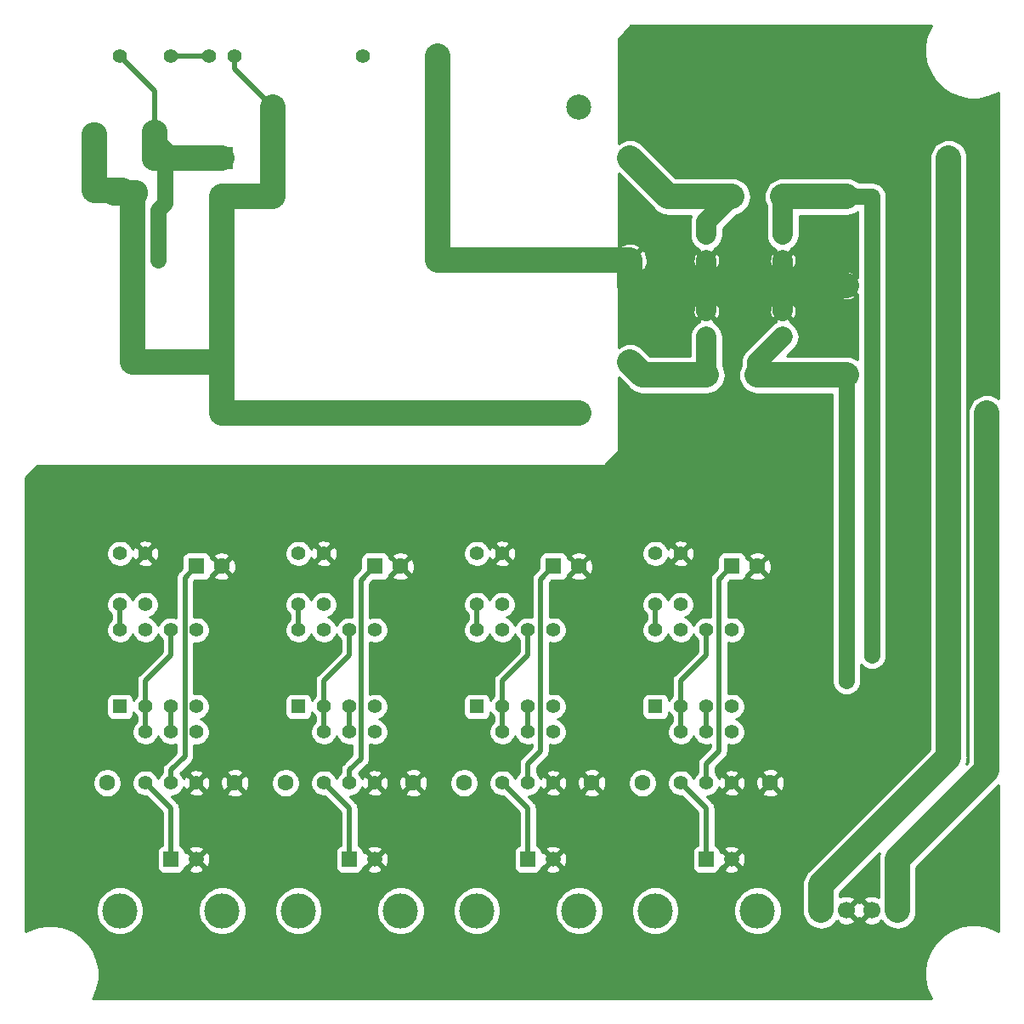
<source format=gbr>
%TF.GenerationSoftware,KiCad,Pcbnew,(5.1.12)-1*%
%TF.CreationDate,2022-11-09T13:12:54+09:00*%
%TF.ProjectId,2213_PHOTO_DIODE_BUFFER_AMP,32323133-5f50-4484-9f54-4f5f44494f44,0*%
%TF.SameCoordinates,Original*%
%TF.FileFunction,Copper,L2,Bot*%
%TF.FilePolarity,Positive*%
%FSLAX46Y46*%
G04 Gerber Fmt 4.6, Leading zero omitted, Abs format (unit mm)*
G04 Created by KiCad (PCBNEW (5.1.12)-1) date 2022-11-09 13:12:54*
%MOMM*%
%LPD*%
G01*
G04 APERTURE LIST*
%TA.AperFunction,ComponentPad*%
%ADD10C,3.500000*%
%TD*%
%TA.AperFunction,ComponentPad*%
%ADD11C,1.500000*%
%TD*%
%TA.AperFunction,ComponentPad*%
%ADD12R,1.500000X1.500000*%
%TD*%
%TA.AperFunction,ComponentPad*%
%ADD13C,1.400000*%
%TD*%
%TA.AperFunction,ComponentPad*%
%ADD14O,2.600000X5.100000*%
%TD*%
%TA.AperFunction,ComponentPad*%
%ADD15O,2.600000X4.600000*%
%TD*%
%TA.AperFunction,ComponentPad*%
%ADD16O,4.600000X2.600000*%
%TD*%
%TA.AperFunction,ComponentPad*%
%ADD17C,1.600000*%
%TD*%
%TA.AperFunction,ComponentPad*%
%ADD18R,1.600000X1.600000*%
%TD*%
%TA.AperFunction,ComponentPad*%
%ADD19R,1.400000X1.400000*%
%TD*%
%TA.AperFunction,ComponentPad*%
%ADD20R,2.200000X2.200000*%
%TD*%
%TA.AperFunction,ComponentPad*%
%ADD21C,2.200000*%
%TD*%
%TA.AperFunction,ComponentPad*%
%ADD22C,2.500000*%
%TD*%
%TA.AperFunction,ComponentPad*%
%ADD23R,1.700000X1.700000*%
%TD*%
%TA.AperFunction,ComponentPad*%
%ADD24C,1.700000*%
%TD*%
%TA.AperFunction,ViaPad*%
%ADD25C,1.600000*%
%TD*%
%TA.AperFunction,Conductor*%
%ADD26C,1.600000*%
%TD*%
%TA.AperFunction,Conductor*%
%ADD27C,2.500000*%
%TD*%
%TA.AperFunction,Conductor*%
%ADD28C,0.500000*%
%TD*%
%TA.AperFunction,Conductor*%
%ADD29C,2.000000*%
%TD*%
%TA.AperFunction,Conductor*%
%ADD30C,0.254000*%
%TD*%
%TA.AperFunction,Conductor*%
%ADD31C,0.100000*%
%TD*%
G04 APERTURE END LIST*
D10*
%TO.P,CN10,4*%
%TO.N,N/C*%
X124480000Y-139720000D03*
%TO.P,CN10,3*%
X114280000Y-139720000D03*
D11*
%TO.P,CN10,2*%
%TO.N,GND*%
X121880000Y-134620000D03*
D12*
%TO.P,CN10,1*%
%TO.N,Net-(CN10-Pad1)*%
X119380000Y-134620000D03*
%TD*%
D10*
%TO.P,CN9,4*%
%TO.N,N/C*%
X106700000Y-139720000D03*
%TO.P,CN9,3*%
X96500000Y-139720000D03*
D11*
%TO.P,CN9,2*%
%TO.N,GND*%
X104100000Y-134620000D03*
D12*
%TO.P,CN9,1*%
%TO.N,Net-(CN9-Pad1)*%
X101600000Y-134620000D03*
%TD*%
D10*
%TO.P,CN8,4*%
%TO.N,N/C*%
X88920000Y-139720000D03*
%TO.P,CN8,3*%
X78720000Y-139720000D03*
D11*
%TO.P,CN8,2*%
%TO.N,GND*%
X86320000Y-134620000D03*
D12*
%TO.P,CN8,1*%
%TO.N,Net-(CN8-Pad1)*%
X83820000Y-134620000D03*
%TD*%
D10*
%TO.P,CN7,4*%
%TO.N,N/C*%
X71140000Y-139720000D03*
%TO.P,CN7,3*%
X60940000Y-139720000D03*
D11*
%TO.P,CN7,2*%
%TO.N,GND*%
X68540000Y-134620000D03*
D12*
%TO.P,CN7,1*%
%TO.N,Net-(CN7-Pad1)*%
X66040000Y-134620000D03*
%TD*%
D13*
%TO.P,C1,1*%
%TO.N,Net-(C1-Pad1)*%
X64750000Y-74930000D03*
%TO.P,C1,2*%
%TO.N,Net-(C1-Pad2)*%
X62250000Y-74930000D03*
%TD*%
%TO.P,C2,1*%
%TO.N,GND*%
X92650000Y-54610000D03*
%TO.P,C2,2*%
%TO.N,Net-(C1-Pad2)*%
X85150000Y-54610000D03*
%TD*%
%TO.P,C3,2*%
%TO.N,GND*%
X119380000Y-74930000D03*
%TO.P,C3,1*%
%TO.N,Net-(C3-Pad1)*%
X119380000Y-72390000D03*
%TD*%
%TO.P,C4,1*%
%TO.N,GND*%
X119380000Y-80010000D03*
%TO.P,C4,2*%
%TO.N,Net-(C4-Pad2)*%
X119380000Y-82550000D03*
%TD*%
%TO.P,C5,1*%
%TO.N,+12V*%
X127000000Y-72390000D03*
%TO.P,C5,2*%
%TO.N,GND*%
X127000000Y-74930000D03*
%TD*%
%TO.P,C6,2*%
%TO.N,-12V*%
X127000000Y-82550000D03*
%TO.P,C6,1*%
%TO.N,GND*%
X127000000Y-80010000D03*
%TD*%
%TO.P,C15,1*%
%TO.N,Net-(C15-Pad1)*%
X60960000Y-104140000D03*
%TO.P,C15,2*%
%TO.N,Net-(C15-Pad2)*%
X60960000Y-109220000D03*
%TD*%
%TO.P,C16,2*%
%TO.N,Net-(C16-Pad2)*%
X78740000Y-109220000D03*
%TO.P,C16,1*%
%TO.N,Net-(C16-Pad1)*%
X78740000Y-104140000D03*
%TD*%
%TO.P,C17,1*%
%TO.N,Net-(C17-Pad1)*%
X96520000Y-104140000D03*
%TO.P,C17,2*%
%TO.N,Net-(C17-Pad2)*%
X96520000Y-109220000D03*
%TD*%
%TO.P,C18,2*%
%TO.N,Net-(C18-Pad2)*%
X114300000Y-109220000D03*
%TO.P,C18,1*%
%TO.N,Net-(C18-Pad1)*%
X114300000Y-104140000D03*
%TD*%
D14*
%TO.P,CN1,1*%
%TO.N,Net-(C1-Pad1)*%
X64420000Y-63500000D03*
D15*
%TO.P,CN1,2*%
%TO.N,Net-(C1-Pad2)*%
X58420000Y-63500000D03*
D16*
%TO.P,CN1,3*%
X61420000Y-68200000D03*
%TD*%
D17*
%TO.P,CN2,2*%
%TO.N,GND*%
X71080000Y-105410000D03*
D18*
%TO.P,CN2,1*%
%TO.N,Net-(CN2-Pad1)*%
X68580000Y-105410000D03*
%TD*%
%TO.P,CN3,1*%
%TO.N,Net-(CN3-Pad1)*%
X86380000Y-105410000D03*
D17*
%TO.P,CN3,2*%
%TO.N,GND*%
X88880000Y-105410000D03*
%TD*%
D18*
%TO.P,CN4,1*%
%TO.N,Net-(CN4-Pad1)*%
X104160000Y-105410000D03*
D17*
%TO.P,CN4,2*%
%TO.N,GND*%
X106660000Y-105410000D03*
%TD*%
%TO.P,CN5,2*%
%TO.N,GND*%
X124440000Y-105410000D03*
D18*
%TO.P,CN5,1*%
%TO.N,Net-(CN5-Pad1)*%
X121940000Y-105410000D03*
%TD*%
D13*
%TO.P,IC1,8*%
%TO.N,Net-(C15-Pad2)*%
X60960000Y-111760000D03*
%TO.P,IC1,4*%
%TO.N,-12V*%
X68580000Y-119380000D03*
%TO.P,IC1,7*%
%TO.N,+12V*%
X63500000Y-111760000D03*
%TO.P,IC1,3*%
%TO.N,Net-(IC1-Pad3)*%
X66040000Y-119380000D03*
%TO.P,IC1,6*%
%TO.N,Net-(IC1-Pad2)*%
X66040000Y-111760000D03*
%TO.P,IC1,2*%
X63500000Y-119380000D03*
%TO.P,IC1,5*%
%TO.N,Net-(C15-Pad1)*%
X68580000Y-111760000D03*
D19*
%TO.P,IC1,1*%
%TO.N,Net-(IC1-Pad1)*%
X60960000Y-119380000D03*
%TD*%
%TO.P,IC2,1*%
%TO.N,Net-(IC2-Pad1)*%
X78740000Y-119380000D03*
D13*
%TO.P,IC2,5*%
%TO.N,Net-(C16-Pad1)*%
X86360000Y-111760000D03*
%TO.P,IC2,2*%
%TO.N,Net-(IC2-Pad2)*%
X81280000Y-119380000D03*
%TO.P,IC2,6*%
X83820000Y-111760000D03*
%TO.P,IC2,3*%
%TO.N,Net-(IC2-Pad3)*%
X83820000Y-119380000D03*
%TO.P,IC2,7*%
%TO.N,+12V*%
X81280000Y-111760000D03*
%TO.P,IC2,4*%
%TO.N,-12V*%
X86360000Y-119380000D03*
%TO.P,IC2,8*%
%TO.N,Net-(C16-Pad2)*%
X78740000Y-111760000D03*
%TD*%
D19*
%TO.P,IC3,1*%
%TO.N,Net-(IC3-Pad1)*%
X96520000Y-119380000D03*
D13*
%TO.P,IC3,5*%
%TO.N,Net-(C17-Pad1)*%
X104140000Y-111760000D03*
%TO.P,IC3,2*%
%TO.N,Net-(IC3-Pad2)*%
X99060000Y-119380000D03*
%TO.P,IC3,6*%
X101600000Y-111760000D03*
%TO.P,IC3,3*%
%TO.N,Net-(IC3-Pad3)*%
X101600000Y-119380000D03*
%TO.P,IC3,7*%
%TO.N,+12V*%
X99060000Y-111760000D03*
%TO.P,IC3,4*%
%TO.N,-12V*%
X104140000Y-119380000D03*
%TO.P,IC3,8*%
%TO.N,Net-(C17-Pad2)*%
X96520000Y-111760000D03*
%TD*%
%TO.P,IC4,8*%
%TO.N,Net-(C18-Pad2)*%
X114300000Y-111760000D03*
%TO.P,IC4,4*%
%TO.N,-12V*%
X121920000Y-119380000D03*
%TO.P,IC4,7*%
%TO.N,+12V*%
X116840000Y-111760000D03*
%TO.P,IC4,3*%
%TO.N,Net-(IC4-Pad3)*%
X119380000Y-119380000D03*
%TO.P,IC4,6*%
%TO.N,Net-(IC4-Pad2)*%
X119380000Y-111760000D03*
%TO.P,IC4,2*%
X116840000Y-119380000D03*
%TO.P,IC4,5*%
%TO.N,Net-(C18-Pad1)*%
X121920000Y-111760000D03*
D19*
%TO.P,IC4,1*%
%TO.N,Net-(IC4-Pad1)*%
X114300000Y-119380000D03*
%TD*%
D17*
%TO.P,L1,2*%
%TO.N,+12V*%
X127000000Y-68580000D03*
%TO.P,L1,1*%
%TO.N,Net-(C3-Pad1)*%
X121920000Y-68580000D03*
%TD*%
%TO.P,L2,1*%
%TO.N,-12V*%
X124460000Y-86360000D03*
%TO.P,L2,2*%
%TO.N,Net-(C4-Pad2)*%
X119380000Y-86360000D03*
%TD*%
%TO.P,TP1,1*%
%TO.N,+12V*%
X133350000Y-68580000D03*
%TD*%
%TO.P,TP2,1*%
%TO.N,-12V*%
X133350000Y-86360000D03*
%TD*%
%TO.P,TP3,1*%
%TO.N,Net-(CN7-Pad1)*%
X59690000Y-127000000D03*
%TD*%
%TO.P,TP4,1*%
%TO.N,Net-(CN8-Pad1)*%
X77470000Y-127000000D03*
%TD*%
%TO.P,TP5,1*%
%TO.N,Net-(CN9-Pad1)*%
X95250000Y-127000000D03*
%TD*%
%TO.P,TP6,1*%
%TO.N,Net-(CN10-Pad1)*%
X113030000Y-127000000D03*
%TD*%
%TO.P,TP7,1*%
%TO.N,GND*%
X72390000Y-127000000D03*
%TD*%
%TO.P,TP8,1*%
%TO.N,GND*%
X90170000Y-127000000D03*
%TD*%
%TO.P,TP9,1*%
%TO.N,GND*%
X107950000Y-127000000D03*
%TD*%
%TO.P,TP10,1*%
%TO.N,GND*%
X125730000Y-127000000D03*
%TD*%
%TO.P,TP11,1*%
%TO.N,GND*%
X133350000Y-77470000D03*
%TD*%
D20*
%TO.P,U1,1*%
%TO.N,Net-(C1-Pad1)*%
X71120000Y-64770000D03*
D21*
%TO.P,U1,2*%
%TO.N,Net-(C1-Pad2)*%
X71120000Y-77470000D03*
%TO.P,U1,3*%
X71120000Y-85090000D03*
%TO.P,U1,4*%
%TO.N,Net-(C3-Pad1)*%
X111760000Y-64770000D03*
%TO.P,U1,5*%
%TO.N,GND*%
X111760000Y-74930000D03*
%TO.P,U1,6*%
%TO.N,Net-(C4-Pad2)*%
X111760000Y-85090000D03*
D22*
%TO.P,U1,7*%
%TO.N,Net-(C1-Pad2)*%
X76200000Y-59690000D03*
%TO.P,U1,8*%
X76200000Y-90170000D03*
%TO.P,U1,9*%
X106680000Y-59690000D03*
%TO.P,U1,10*%
X106680000Y-90170000D03*
%TD*%
D23*
%TO.P,CN6,1*%
%TO.N,Net-(C3-Pad1)*%
X130810000Y-139700000D03*
D24*
%TO.P,CN6,2*%
%TO.N,GND*%
X133350000Y-139700000D03*
%TO.P,CN6,3*%
X135890000Y-139700000D03*
%TO.P,CN6,4*%
%TO.N,Net-(C4-Pad2)*%
X138430000Y-139700000D03*
%TD*%
D13*
%TO.P,C7,1*%
%TO.N,+12V*%
X63500000Y-109220000D03*
%TO.P,C7,2*%
%TO.N,GND*%
X63500000Y-104140000D03*
%TD*%
%TO.P,C8,2*%
%TO.N,GND*%
X68580000Y-127000000D03*
%TO.P,C8,1*%
%TO.N,-12V*%
X68580000Y-121920000D03*
%TD*%
%TO.P,C9,2*%
%TO.N,GND*%
X81280000Y-104140000D03*
%TO.P,C9,1*%
%TO.N,+12V*%
X81280000Y-109220000D03*
%TD*%
%TO.P,C10,1*%
%TO.N,-12V*%
X86360000Y-121920000D03*
%TO.P,C10,2*%
%TO.N,GND*%
X86360000Y-127000000D03*
%TD*%
%TO.P,C11,2*%
%TO.N,GND*%
X99060000Y-104140000D03*
%TO.P,C11,1*%
%TO.N,+12V*%
X99060000Y-109220000D03*
%TD*%
%TO.P,C12,1*%
%TO.N,-12V*%
X104140000Y-121920000D03*
%TO.P,C12,2*%
%TO.N,GND*%
X104140000Y-127000000D03*
%TD*%
%TO.P,C13,1*%
%TO.N,+12V*%
X116840000Y-109220000D03*
%TO.P,C13,2*%
%TO.N,GND*%
X116840000Y-104140000D03*
%TD*%
%TO.P,C14,2*%
%TO.N,GND*%
X121920000Y-127000000D03*
%TO.P,C14,1*%
%TO.N,-12V*%
X121920000Y-121920000D03*
%TD*%
%TO.P,R1,2*%
%TO.N,Net-(CN2-Pad1)*%
X66040000Y-127000000D03*
%TO.P,R1,1*%
%TO.N,Net-(IC1-Pad3)*%
X66040000Y-121920000D03*
%TD*%
%TO.P,R2,1*%
%TO.N,Net-(IC2-Pad3)*%
X83820000Y-121920000D03*
%TO.P,R2,2*%
%TO.N,Net-(CN3-Pad1)*%
X83820000Y-127000000D03*
%TD*%
%TO.P,R3,1*%
%TO.N,Net-(IC3-Pad3)*%
X101600000Y-121920000D03*
%TO.P,R3,2*%
%TO.N,Net-(CN4-Pad1)*%
X101600000Y-127000000D03*
%TD*%
%TO.P,R4,2*%
%TO.N,Net-(CN5-Pad1)*%
X119380000Y-127000000D03*
%TO.P,R4,1*%
%TO.N,Net-(IC4-Pad3)*%
X119380000Y-121920000D03*
%TD*%
%TO.P,R5,2*%
%TO.N,Net-(IC1-Pad2)*%
X63500000Y-121920000D03*
%TO.P,R5,1*%
%TO.N,Net-(CN7-Pad1)*%
X63500000Y-127000000D03*
%TD*%
%TO.P,R6,1*%
%TO.N,Net-(CN8-Pad1)*%
X81280000Y-127000000D03*
%TO.P,R6,2*%
%TO.N,Net-(IC2-Pad2)*%
X81280000Y-121920000D03*
%TD*%
%TO.P,R7,1*%
%TO.N,Net-(CN9-Pad1)*%
X99060000Y-127000000D03*
%TO.P,R7,2*%
%TO.N,Net-(IC3-Pad2)*%
X99060000Y-121920000D03*
%TD*%
%TO.P,R8,2*%
%TO.N,Net-(IC4-Pad2)*%
X116840000Y-121920000D03*
%TO.P,R8,1*%
%TO.N,Net-(CN10-Pad1)*%
X116840000Y-127000000D03*
%TD*%
%TO.P,LED1,1*%
%TO.N,Net-(LED1-Pad1)*%
X69850000Y-54610000D03*
%TO.P,LED1,2*%
%TO.N,Net-(C1-Pad2)*%
X72390000Y-54610000D03*
%TD*%
%TO.P,R9,1*%
%TO.N,Net-(C1-Pad1)*%
X60960000Y-54610000D03*
%TO.P,R9,2*%
%TO.N,Net-(LED1-Pad1)*%
X66040000Y-54610000D03*
%TD*%
D25*
%TO.N,Net-(C3-Pad1)*%
X143510000Y-64770000D03*
%TO.N,Net-(C4-Pad2)*%
X147320000Y-90170000D03*
%TO.N,+12V*%
X135890000Y-114300000D03*
%TO.N,-12V*%
X133350000Y-116840000D03*
%TD*%
D26*
%TO.N,Net-(C1-Pad1)*%
X64750000Y-74930000D02*
X64750000Y-69870000D01*
X64750000Y-69870000D02*
X65405000Y-69215000D01*
X65405000Y-64485000D02*
X64420000Y-63500000D01*
X65405000Y-69215000D02*
X65405000Y-64485000D01*
D27*
X65690000Y-64770000D02*
X64420000Y-63500000D01*
X71120000Y-64770000D02*
X65690000Y-64770000D01*
D28*
X64420000Y-63500000D02*
X64420000Y-58070000D01*
X64420000Y-58070000D02*
X60960000Y-54610000D01*
D27*
%TO.N,Net-(C1-Pad2)*%
X58420000Y-63500000D02*
X58420000Y-67945000D01*
X61165000Y-67945000D02*
X61420000Y-68200000D01*
X58420000Y-67945000D02*
X61165000Y-67945000D01*
X71120000Y-77470000D02*
X71120000Y-85090000D01*
X71120000Y-85090000D02*
X71120000Y-90170000D01*
X71120000Y-90170000D02*
X76200000Y-90170000D01*
X76200000Y-90170000D02*
X106680000Y-90170000D01*
X62250000Y-69030000D02*
X61420000Y-68200000D01*
X62250000Y-74930000D02*
X62250000Y-69030000D01*
X62250000Y-74930000D02*
X62250000Y-85070000D01*
X62270000Y-85090000D02*
X71120000Y-85090000D01*
X62250000Y-85070000D02*
X62270000Y-85090000D01*
X71120000Y-77470000D02*
X71120000Y-68580000D01*
X71120000Y-68580000D02*
X76200000Y-68580000D01*
X76200000Y-68580000D02*
X76200000Y-59690000D01*
D28*
X72390000Y-55880000D02*
X72390000Y-54610000D01*
X76200000Y-59690000D02*
X72390000Y-55880000D01*
D29*
%TO.N,Net-(C3-Pad1)*%
X119380000Y-71120000D02*
X121920000Y-68580000D01*
X119380000Y-72390000D02*
X119380000Y-71120000D01*
D27*
X115570000Y-68580000D02*
X111760000Y-64770000D01*
X121920000Y-68580000D02*
X115570000Y-68580000D01*
D29*
%TO.N,Net-(C4-Pad2)*%
X119380000Y-82550000D02*
X119380000Y-86360000D01*
D27*
X113030000Y-86360000D02*
X111760000Y-85090000D01*
X119380000Y-86360000D02*
X113030000Y-86360000D01*
D29*
%TO.N,+12V*%
X127000000Y-72390000D02*
X127000000Y-68580000D01*
D27*
X127000000Y-68580000D02*
X133350000Y-68580000D01*
D29*
%TO.N,-12V*%
X124460000Y-85090000D02*
X127000000Y-82550000D01*
X124460000Y-86360000D02*
X124460000Y-85090000D01*
D27*
X124460000Y-86360000D02*
X133350000Y-86360000D01*
%TO.N,GND*%
X92650000Y-54610000D02*
X92650000Y-74870000D01*
X92710000Y-74930000D02*
X111760000Y-74930000D01*
X92650000Y-74870000D02*
X92710000Y-74930000D01*
X111760000Y-77470000D02*
X111760000Y-74930000D01*
D29*
X119380000Y-77470000D02*
X119380000Y-74930000D01*
D27*
X119380000Y-77470000D02*
X111760000Y-77470000D01*
D29*
X127000000Y-77470000D02*
X127000000Y-74930000D01*
D27*
X133350000Y-77470000D02*
X127000000Y-77470000D01*
X127000000Y-77470000D02*
X119380000Y-77470000D01*
D29*
X127000000Y-77470000D02*
X127000000Y-80010000D01*
X119380000Y-77470000D02*
X119380000Y-80010000D01*
D27*
%TO.N,Net-(C3-Pad1)*%
X130810000Y-137160000D02*
X130810000Y-139700000D01*
X143510000Y-124460000D02*
X130810000Y-137160000D01*
X143510000Y-64770000D02*
X143510000Y-124460000D01*
%TO.N,Net-(C4-Pad2)*%
X147320000Y-90170000D02*
X147320000Y-125730000D01*
X138430000Y-134620000D02*
X138430000Y-139700000D01*
X147320000Y-125730000D02*
X138430000Y-134620000D01*
D26*
%TO.N,+12V*%
X135890000Y-68580000D02*
X133350000Y-68580000D01*
X135890000Y-114300000D02*
X135890000Y-68580000D01*
%TO.N,-12V*%
X133350000Y-86360000D02*
X133350000Y-116840000D01*
D28*
%TO.N,Net-(C15-Pad2)*%
X60960000Y-109220000D02*
X60960000Y-111760000D01*
%TO.N,Net-(C16-Pad2)*%
X78740000Y-109220000D02*
X78740000Y-111760000D01*
%TO.N,Net-(C17-Pad2)*%
X96520000Y-109220000D02*
X96520000Y-111760000D01*
%TO.N,Net-(C18-Pad2)*%
X114300000Y-111760000D02*
X114300000Y-109220000D01*
%TO.N,Net-(CN2-Pad1)*%
X67429999Y-106560001D02*
X68580000Y-105410000D01*
X67429999Y-124340001D02*
X67429999Y-106560001D01*
X66040000Y-125730000D02*
X67429999Y-124340001D01*
X66040000Y-127000000D02*
X66040000Y-125730000D01*
%TO.N,Net-(CN3-Pad1)*%
X83820000Y-127000000D02*
X83820000Y-125730000D01*
X84970001Y-106819999D02*
X86380000Y-105410000D01*
X84970001Y-124579999D02*
X84970001Y-106819999D01*
X83820000Y-125730000D02*
X84970001Y-124579999D01*
%TO.N,Net-(CN4-Pad1)*%
X101600000Y-127000000D02*
X101600000Y-125095000D01*
X101600000Y-125095000D02*
X102870000Y-123825000D01*
X102870000Y-106700000D02*
X104160000Y-105410000D01*
X102870000Y-123825000D02*
X102870000Y-106700000D01*
%TO.N,Net-(CN5-Pad1)*%
X119380000Y-127000000D02*
X119380000Y-125095000D01*
X119380000Y-125095000D02*
X120650000Y-123825000D01*
X120650000Y-106700000D02*
X121940000Y-105410000D01*
X120650000Y-123825000D02*
X120650000Y-106700000D01*
%TO.N,Net-(CN7-Pad1)*%
X66040000Y-129540000D02*
X63500000Y-127000000D01*
X66040000Y-134620000D02*
X66040000Y-129540000D01*
%TO.N,Net-(CN8-Pad1)*%
X83820000Y-129540000D02*
X81280000Y-127000000D01*
X83820000Y-134620000D02*
X83820000Y-129540000D01*
%TO.N,Net-(CN9-Pad1)*%
X101600000Y-129540000D02*
X99060000Y-127000000D01*
X101600000Y-134620000D02*
X101600000Y-129540000D01*
%TO.N,Net-(CN10-Pad1)*%
X119380000Y-129540000D02*
X116840000Y-127000000D01*
X119380000Y-134620000D02*
X119380000Y-129540000D01*
%TO.N,Net-(IC1-Pad3)*%
X66040000Y-121920000D02*
X66040000Y-119380000D01*
%TO.N,Net-(IC1-Pad2)*%
X63500000Y-121920000D02*
X63500000Y-119380000D01*
X63500000Y-119380000D02*
X63500000Y-116840000D01*
X66040000Y-114300000D02*
X66040000Y-111760000D01*
X63500000Y-116840000D02*
X66040000Y-114300000D01*
%TO.N,Net-(IC2-Pad2)*%
X81280000Y-121920000D02*
X81280000Y-119380000D01*
X81280000Y-119380000D02*
X81280000Y-116840000D01*
X83820000Y-114300000D02*
X83820000Y-111760000D01*
X81280000Y-116840000D02*
X83820000Y-114300000D01*
%TO.N,Net-(IC2-Pad3)*%
X83820000Y-121920000D02*
X83820000Y-119380000D01*
%TO.N,Net-(IC3-Pad2)*%
X99060000Y-121920000D02*
X99060000Y-119380000D01*
X99060000Y-119380000D02*
X99060000Y-116840000D01*
X101600000Y-114300000D02*
X101600000Y-111760000D01*
X99060000Y-116840000D02*
X101600000Y-114300000D01*
%TO.N,Net-(IC3-Pad3)*%
X101600000Y-121920000D02*
X101600000Y-119380000D01*
%TO.N,Net-(IC4-Pad3)*%
X119380000Y-121920000D02*
X119380000Y-119380000D01*
%TO.N,Net-(IC4-Pad2)*%
X116840000Y-121920000D02*
X116840000Y-119380000D01*
X116840000Y-119380000D02*
X116840000Y-116840000D01*
X119380000Y-114300000D02*
X119380000Y-111760000D01*
X116840000Y-116840000D02*
X119380000Y-114300000D01*
%TO.N,Net-(LED1-Pad1)*%
X66040000Y-54610000D02*
X69850000Y-54610000D01*
%TD*%
D30*
%TO.N,GND*%
X141678058Y-51689874D02*
X141310420Y-52577431D01*
X141123000Y-53519657D01*
X141123000Y-54480343D01*
X141310420Y-55422569D01*
X141678058Y-56310126D01*
X142211787Y-57108906D01*
X142891094Y-57788213D01*
X143689874Y-58321942D01*
X144577431Y-58689580D01*
X145519657Y-58877000D01*
X146480343Y-58877000D01*
X147422569Y-58689580D01*
X148310126Y-58321942D01*
X148463000Y-58219795D01*
X148463000Y-88669519D01*
X148372317Y-88595097D01*
X148044847Y-88420061D01*
X147689523Y-88312275D01*
X147320000Y-88275880D01*
X146950476Y-88312275D01*
X146595152Y-88420061D01*
X146267683Y-88595097D01*
X145980655Y-88830655D01*
X145745097Y-89117683D01*
X145570061Y-89445153D01*
X145462275Y-89800477D01*
X145435000Y-90077404D01*
X145435001Y-124949206D01*
X145286317Y-125097890D01*
X145367725Y-124829524D01*
X145395000Y-124552597D01*
X145395000Y-124552588D01*
X145404119Y-124460001D01*
X145395000Y-124367414D01*
X145395000Y-64677403D01*
X145367725Y-64400476D01*
X145259939Y-64045152D01*
X145084903Y-63717683D01*
X144849345Y-63430655D01*
X144562317Y-63195097D01*
X144234847Y-63020061D01*
X143879523Y-62912275D01*
X143510000Y-62875880D01*
X143140476Y-62912275D01*
X142785152Y-63020061D01*
X142457683Y-63195097D01*
X142170655Y-63430655D01*
X141935097Y-63717683D01*
X141760061Y-64045153D01*
X141652275Y-64400477D01*
X141625000Y-64677404D01*
X141625001Y-123679206D01*
X129542582Y-135761626D01*
X129470655Y-135820655D01*
X129235097Y-136107683D01*
X129060061Y-136435153D01*
X128952275Y-136790477D01*
X128925000Y-137067404D01*
X128925000Y-137067411D01*
X128915881Y-137160000D01*
X128925000Y-137252590D01*
X128925001Y-139792597D01*
X128952276Y-140069524D01*
X129060062Y-140424848D01*
X129235098Y-140752317D01*
X129470656Y-141039345D01*
X129757684Y-141274903D01*
X130085153Y-141449939D01*
X130440477Y-141557725D01*
X130810000Y-141594120D01*
X131179524Y-141557725D01*
X131534848Y-141449939D01*
X131862317Y-141274903D01*
X132149345Y-141039345D01*
X132343440Y-140802840D01*
X132385104Y-140844504D01*
X132501209Y-140728399D01*
X132578843Y-140977472D01*
X132842883Y-141103371D01*
X133126411Y-141175339D01*
X133418531Y-141190611D01*
X133708019Y-141148599D01*
X133983747Y-141050919D01*
X134121157Y-140977472D01*
X134198792Y-140728397D01*
X133350000Y-139879605D01*
X133335858Y-139893748D01*
X133156253Y-139714143D01*
X133170395Y-139700000D01*
X133529605Y-139700000D01*
X134378397Y-140548792D01*
X134620000Y-140473486D01*
X134861603Y-140548792D01*
X135710395Y-139700000D01*
X134861603Y-138851208D01*
X134620000Y-138926514D01*
X134378397Y-138851208D01*
X133529605Y-139700000D01*
X133170395Y-139700000D01*
X133156253Y-139685858D01*
X133335858Y-139506253D01*
X133350000Y-139520395D01*
X134198792Y-138671603D01*
X134121157Y-138422528D01*
X133857117Y-138296629D01*
X133573589Y-138224661D01*
X133281469Y-138209389D01*
X132991981Y-138251401D01*
X132716253Y-138349081D01*
X132695000Y-138360441D01*
X132695000Y-137940792D01*
X136653683Y-133982109D01*
X136572275Y-134250477D01*
X136545000Y-134527404D01*
X136545000Y-134527411D01*
X136535881Y-134620000D01*
X136545000Y-134712590D01*
X136545001Y-138367143D01*
X136397117Y-138296629D01*
X136113589Y-138224661D01*
X135821469Y-138209389D01*
X135531981Y-138251401D01*
X135256253Y-138349081D01*
X135118843Y-138422528D01*
X135041208Y-138671603D01*
X135890000Y-139520395D01*
X135904143Y-139506253D01*
X136083748Y-139685858D01*
X136069605Y-139700000D01*
X136083748Y-139714143D01*
X135904143Y-139893748D01*
X135890000Y-139879605D01*
X135041208Y-140728397D01*
X135118843Y-140977472D01*
X135382883Y-141103371D01*
X135666411Y-141175339D01*
X135958531Y-141190611D01*
X136248019Y-141148599D01*
X136523747Y-141050919D01*
X136661157Y-140977472D01*
X136738791Y-140728399D01*
X136854896Y-140844504D01*
X136896561Y-140802839D01*
X137090656Y-141039345D01*
X137377684Y-141274903D01*
X137705153Y-141449939D01*
X138060477Y-141557725D01*
X138430000Y-141594120D01*
X138799524Y-141557725D01*
X139154848Y-141449939D01*
X139482317Y-141274903D01*
X139769345Y-141039345D01*
X140004903Y-140752317D01*
X140179939Y-140424848D01*
X140287725Y-140069524D01*
X140315000Y-139792597D01*
X140315000Y-135400792D01*
X148463000Y-127252793D01*
X148463000Y-141780205D01*
X148310126Y-141678058D01*
X147422569Y-141310420D01*
X146480343Y-141123000D01*
X145519657Y-141123000D01*
X144577431Y-141310420D01*
X143689874Y-141678058D01*
X142891094Y-142211787D01*
X142211787Y-142891094D01*
X141678058Y-143689874D01*
X141310420Y-144577431D01*
X141123000Y-145519657D01*
X141123000Y-146480343D01*
X141310420Y-147422569D01*
X141678058Y-148310126D01*
X141780205Y-148463000D01*
X58253204Y-148463000D01*
X58321942Y-148360126D01*
X58689580Y-147472569D01*
X58877000Y-146530343D01*
X58877000Y-145569657D01*
X58689580Y-144627431D01*
X58321942Y-143739874D01*
X57788213Y-142941094D01*
X57108906Y-142261787D01*
X56310126Y-141728058D01*
X55422569Y-141360420D01*
X54480343Y-141173000D01*
X53519657Y-141173000D01*
X52577431Y-141360420D01*
X51689874Y-141728058D01*
X51562000Y-141813501D01*
X51562000Y-139485098D01*
X58555000Y-139485098D01*
X58555000Y-139954902D01*
X58646654Y-140415679D01*
X58826440Y-140849721D01*
X59087450Y-141240349D01*
X59419651Y-141572550D01*
X59810279Y-141833560D01*
X60244321Y-142013346D01*
X60705098Y-142105000D01*
X61174902Y-142105000D01*
X61635679Y-142013346D01*
X62069721Y-141833560D01*
X62460349Y-141572550D01*
X62792550Y-141240349D01*
X63053560Y-140849721D01*
X63233346Y-140415679D01*
X63325000Y-139954902D01*
X63325000Y-139485098D01*
X68755000Y-139485098D01*
X68755000Y-139954902D01*
X68846654Y-140415679D01*
X69026440Y-140849721D01*
X69287450Y-141240349D01*
X69619651Y-141572550D01*
X70010279Y-141833560D01*
X70444321Y-142013346D01*
X70905098Y-142105000D01*
X71374902Y-142105000D01*
X71835679Y-142013346D01*
X72269721Y-141833560D01*
X72660349Y-141572550D01*
X72992550Y-141240349D01*
X73253560Y-140849721D01*
X73433346Y-140415679D01*
X73525000Y-139954902D01*
X73525000Y-139485098D01*
X76335000Y-139485098D01*
X76335000Y-139954902D01*
X76426654Y-140415679D01*
X76606440Y-140849721D01*
X76867450Y-141240349D01*
X77199651Y-141572550D01*
X77590279Y-141833560D01*
X78024321Y-142013346D01*
X78485098Y-142105000D01*
X78954902Y-142105000D01*
X79415679Y-142013346D01*
X79849721Y-141833560D01*
X80240349Y-141572550D01*
X80572550Y-141240349D01*
X80833560Y-140849721D01*
X81013346Y-140415679D01*
X81105000Y-139954902D01*
X81105000Y-139485098D01*
X86535000Y-139485098D01*
X86535000Y-139954902D01*
X86626654Y-140415679D01*
X86806440Y-140849721D01*
X87067450Y-141240349D01*
X87399651Y-141572550D01*
X87790279Y-141833560D01*
X88224321Y-142013346D01*
X88685098Y-142105000D01*
X89154902Y-142105000D01*
X89615679Y-142013346D01*
X90049721Y-141833560D01*
X90440349Y-141572550D01*
X90772550Y-141240349D01*
X91033560Y-140849721D01*
X91213346Y-140415679D01*
X91305000Y-139954902D01*
X91305000Y-139485098D01*
X94115000Y-139485098D01*
X94115000Y-139954902D01*
X94206654Y-140415679D01*
X94386440Y-140849721D01*
X94647450Y-141240349D01*
X94979651Y-141572550D01*
X95370279Y-141833560D01*
X95804321Y-142013346D01*
X96265098Y-142105000D01*
X96734902Y-142105000D01*
X97195679Y-142013346D01*
X97629721Y-141833560D01*
X98020349Y-141572550D01*
X98352550Y-141240349D01*
X98613560Y-140849721D01*
X98793346Y-140415679D01*
X98885000Y-139954902D01*
X98885000Y-139485098D01*
X104315000Y-139485098D01*
X104315000Y-139954902D01*
X104406654Y-140415679D01*
X104586440Y-140849721D01*
X104847450Y-141240349D01*
X105179651Y-141572550D01*
X105570279Y-141833560D01*
X106004321Y-142013346D01*
X106465098Y-142105000D01*
X106934902Y-142105000D01*
X107395679Y-142013346D01*
X107829721Y-141833560D01*
X108220349Y-141572550D01*
X108552550Y-141240349D01*
X108813560Y-140849721D01*
X108993346Y-140415679D01*
X109085000Y-139954902D01*
X109085000Y-139485098D01*
X111895000Y-139485098D01*
X111895000Y-139954902D01*
X111986654Y-140415679D01*
X112166440Y-140849721D01*
X112427450Y-141240349D01*
X112759651Y-141572550D01*
X113150279Y-141833560D01*
X113584321Y-142013346D01*
X114045098Y-142105000D01*
X114514902Y-142105000D01*
X114975679Y-142013346D01*
X115409721Y-141833560D01*
X115800349Y-141572550D01*
X116132550Y-141240349D01*
X116393560Y-140849721D01*
X116573346Y-140415679D01*
X116665000Y-139954902D01*
X116665000Y-139485098D01*
X122095000Y-139485098D01*
X122095000Y-139954902D01*
X122186654Y-140415679D01*
X122366440Y-140849721D01*
X122627450Y-141240349D01*
X122959651Y-141572550D01*
X123350279Y-141833560D01*
X123784321Y-142013346D01*
X124245098Y-142105000D01*
X124714902Y-142105000D01*
X125175679Y-142013346D01*
X125609721Y-141833560D01*
X126000349Y-141572550D01*
X126332550Y-141240349D01*
X126593560Y-140849721D01*
X126773346Y-140415679D01*
X126865000Y-139954902D01*
X126865000Y-139485098D01*
X126773346Y-139024321D01*
X126593560Y-138590279D01*
X126332550Y-138199651D01*
X126000349Y-137867450D01*
X125609721Y-137606440D01*
X125175679Y-137426654D01*
X124714902Y-137335000D01*
X124245098Y-137335000D01*
X123784321Y-137426654D01*
X123350279Y-137606440D01*
X122959651Y-137867450D01*
X122627450Y-138199651D01*
X122366440Y-138590279D01*
X122186654Y-139024321D01*
X122095000Y-139485098D01*
X116665000Y-139485098D01*
X116573346Y-139024321D01*
X116393560Y-138590279D01*
X116132550Y-138199651D01*
X115800349Y-137867450D01*
X115409721Y-137606440D01*
X114975679Y-137426654D01*
X114514902Y-137335000D01*
X114045098Y-137335000D01*
X113584321Y-137426654D01*
X113150279Y-137606440D01*
X112759651Y-137867450D01*
X112427450Y-138199651D01*
X112166440Y-138590279D01*
X111986654Y-139024321D01*
X111895000Y-139485098D01*
X109085000Y-139485098D01*
X108993346Y-139024321D01*
X108813560Y-138590279D01*
X108552550Y-138199651D01*
X108220349Y-137867450D01*
X107829721Y-137606440D01*
X107395679Y-137426654D01*
X106934902Y-137335000D01*
X106465098Y-137335000D01*
X106004321Y-137426654D01*
X105570279Y-137606440D01*
X105179651Y-137867450D01*
X104847450Y-138199651D01*
X104586440Y-138590279D01*
X104406654Y-139024321D01*
X104315000Y-139485098D01*
X98885000Y-139485098D01*
X98793346Y-139024321D01*
X98613560Y-138590279D01*
X98352550Y-138199651D01*
X98020349Y-137867450D01*
X97629721Y-137606440D01*
X97195679Y-137426654D01*
X96734902Y-137335000D01*
X96265098Y-137335000D01*
X95804321Y-137426654D01*
X95370279Y-137606440D01*
X94979651Y-137867450D01*
X94647450Y-138199651D01*
X94386440Y-138590279D01*
X94206654Y-139024321D01*
X94115000Y-139485098D01*
X91305000Y-139485098D01*
X91213346Y-139024321D01*
X91033560Y-138590279D01*
X90772550Y-138199651D01*
X90440349Y-137867450D01*
X90049721Y-137606440D01*
X89615679Y-137426654D01*
X89154902Y-137335000D01*
X88685098Y-137335000D01*
X88224321Y-137426654D01*
X87790279Y-137606440D01*
X87399651Y-137867450D01*
X87067450Y-138199651D01*
X86806440Y-138590279D01*
X86626654Y-139024321D01*
X86535000Y-139485098D01*
X81105000Y-139485098D01*
X81013346Y-139024321D01*
X80833560Y-138590279D01*
X80572550Y-138199651D01*
X80240349Y-137867450D01*
X79849721Y-137606440D01*
X79415679Y-137426654D01*
X78954902Y-137335000D01*
X78485098Y-137335000D01*
X78024321Y-137426654D01*
X77590279Y-137606440D01*
X77199651Y-137867450D01*
X76867450Y-138199651D01*
X76606440Y-138590279D01*
X76426654Y-139024321D01*
X76335000Y-139485098D01*
X73525000Y-139485098D01*
X73433346Y-139024321D01*
X73253560Y-138590279D01*
X72992550Y-138199651D01*
X72660349Y-137867450D01*
X72269721Y-137606440D01*
X71835679Y-137426654D01*
X71374902Y-137335000D01*
X70905098Y-137335000D01*
X70444321Y-137426654D01*
X70010279Y-137606440D01*
X69619651Y-137867450D01*
X69287450Y-138199651D01*
X69026440Y-138590279D01*
X68846654Y-139024321D01*
X68755000Y-139485098D01*
X63325000Y-139485098D01*
X63233346Y-139024321D01*
X63053560Y-138590279D01*
X62792550Y-138199651D01*
X62460349Y-137867450D01*
X62069721Y-137606440D01*
X61635679Y-137426654D01*
X61174902Y-137335000D01*
X60705098Y-137335000D01*
X60244321Y-137426654D01*
X59810279Y-137606440D01*
X59419651Y-137867450D01*
X59087450Y-138199651D01*
X58826440Y-138590279D01*
X58646654Y-139024321D01*
X58555000Y-139485098D01*
X51562000Y-139485098D01*
X51562000Y-126858665D01*
X58255000Y-126858665D01*
X58255000Y-127141335D01*
X58310147Y-127418574D01*
X58418320Y-127679727D01*
X58575363Y-127914759D01*
X58775241Y-128114637D01*
X59010273Y-128271680D01*
X59271426Y-128379853D01*
X59548665Y-128435000D01*
X59831335Y-128435000D01*
X60108574Y-128379853D01*
X60369727Y-128271680D01*
X60604759Y-128114637D01*
X60804637Y-127914759D01*
X60961680Y-127679727D01*
X61069853Y-127418574D01*
X61125000Y-127141335D01*
X61125000Y-126858665D01*
X61069853Y-126581426D01*
X60961680Y-126320273D01*
X60804637Y-126085241D01*
X60604759Y-125885363D01*
X60369727Y-125728320D01*
X60108574Y-125620147D01*
X59831335Y-125565000D01*
X59548665Y-125565000D01*
X59271426Y-125620147D01*
X59010273Y-125728320D01*
X58775241Y-125885363D01*
X58575363Y-126085241D01*
X58418320Y-126320273D01*
X58310147Y-126581426D01*
X58255000Y-126858665D01*
X51562000Y-126858665D01*
X51562000Y-118680000D01*
X59621928Y-118680000D01*
X59621928Y-120080000D01*
X59634188Y-120204482D01*
X59670498Y-120324180D01*
X59729463Y-120434494D01*
X59808815Y-120531185D01*
X59905506Y-120610537D01*
X60015820Y-120669502D01*
X60135518Y-120705812D01*
X60260000Y-120718072D01*
X61660000Y-120718072D01*
X61784482Y-120705812D01*
X61904180Y-120669502D01*
X62014494Y-120610537D01*
X62111185Y-120531185D01*
X62190537Y-120434494D01*
X62249502Y-120324180D01*
X62285812Y-120204482D01*
X62298072Y-120080000D01*
X62298072Y-119966810D01*
X62316939Y-120012359D01*
X62463038Y-120231013D01*
X62615001Y-120382976D01*
X62615000Y-120917025D01*
X62463038Y-121068987D01*
X62316939Y-121287641D01*
X62216304Y-121530595D01*
X62165000Y-121788514D01*
X62165000Y-122051486D01*
X62216304Y-122309405D01*
X62316939Y-122552359D01*
X62463038Y-122771013D01*
X62648987Y-122956962D01*
X62867641Y-123103061D01*
X63110595Y-123203696D01*
X63368514Y-123255000D01*
X63631486Y-123255000D01*
X63889405Y-123203696D01*
X64132359Y-123103061D01*
X64351013Y-122956962D01*
X64536962Y-122771013D01*
X64683061Y-122552359D01*
X64770000Y-122342470D01*
X64856939Y-122552359D01*
X65003038Y-122771013D01*
X65188987Y-122956962D01*
X65407641Y-123103061D01*
X65650595Y-123203696D01*
X65908514Y-123255000D01*
X66171486Y-123255000D01*
X66429405Y-123203696D01*
X66544999Y-123155815D01*
X66544999Y-123973422D01*
X65444951Y-125073471D01*
X65411184Y-125101183D01*
X65383471Y-125134951D01*
X65383468Y-125134954D01*
X65300590Y-125235941D01*
X65218412Y-125389687D01*
X65167805Y-125556510D01*
X65150719Y-125730000D01*
X65155001Y-125773478D01*
X65155001Y-125997024D01*
X65003038Y-126148987D01*
X64856939Y-126367641D01*
X64770000Y-126577530D01*
X64683061Y-126367641D01*
X64536962Y-126148987D01*
X64351013Y-125963038D01*
X64132359Y-125816939D01*
X63889405Y-125716304D01*
X63631486Y-125665000D01*
X63368514Y-125665000D01*
X63110595Y-125716304D01*
X62867641Y-125816939D01*
X62648987Y-125963038D01*
X62463038Y-126148987D01*
X62316939Y-126367641D01*
X62216304Y-126610595D01*
X62165000Y-126868514D01*
X62165000Y-127131486D01*
X62216304Y-127389405D01*
X62316939Y-127632359D01*
X62463038Y-127851013D01*
X62648987Y-128036962D01*
X62867641Y-128183061D01*
X63110595Y-128283696D01*
X63368514Y-128335000D01*
X63583422Y-128335000D01*
X65155001Y-129906580D01*
X65155000Y-133247379D01*
X65045820Y-133280498D01*
X64935506Y-133339463D01*
X64838815Y-133418815D01*
X64759463Y-133515506D01*
X64700498Y-133625820D01*
X64664188Y-133745518D01*
X64651928Y-133870000D01*
X64651928Y-135370000D01*
X64664188Y-135494482D01*
X64700498Y-135614180D01*
X64759463Y-135724494D01*
X64838815Y-135821185D01*
X64935506Y-135900537D01*
X65045820Y-135959502D01*
X65165518Y-135995812D01*
X65290000Y-136008072D01*
X66790000Y-136008072D01*
X66914482Y-135995812D01*
X67034180Y-135959502D01*
X67144494Y-135900537D01*
X67241185Y-135821185D01*
X67320537Y-135724494D01*
X67379502Y-135614180D01*
X67390782Y-135576993D01*
X67762612Y-135576993D01*
X67828137Y-135815860D01*
X68075116Y-135931760D01*
X68339960Y-135997250D01*
X68612492Y-136009812D01*
X68882238Y-135968965D01*
X69138832Y-135876277D01*
X69251863Y-135815860D01*
X69317388Y-135576993D01*
X68540000Y-134799605D01*
X67762612Y-135576993D01*
X67390782Y-135576993D01*
X67415812Y-135494482D01*
X67428072Y-135370000D01*
X67428072Y-135354887D01*
X67583007Y-135397388D01*
X68360395Y-134620000D01*
X68719605Y-134620000D01*
X69496993Y-135397388D01*
X69735860Y-135331863D01*
X69851760Y-135084884D01*
X69917250Y-134820040D01*
X69929812Y-134547508D01*
X69888965Y-134277762D01*
X69796277Y-134021168D01*
X69735860Y-133908137D01*
X69496993Y-133842612D01*
X68719605Y-134620000D01*
X68360395Y-134620000D01*
X67583007Y-133842612D01*
X67428072Y-133885113D01*
X67428072Y-133870000D01*
X67415812Y-133745518D01*
X67390783Y-133663007D01*
X67762612Y-133663007D01*
X68540000Y-134440395D01*
X69317388Y-133663007D01*
X69251863Y-133424140D01*
X69004884Y-133308240D01*
X68740040Y-133242750D01*
X68467508Y-133230188D01*
X68197762Y-133271035D01*
X67941168Y-133363723D01*
X67828137Y-133424140D01*
X67762612Y-133663007D01*
X67390783Y-133663007D01*
X67379502Y-133625820D01*
X67320537Y-133515506D01*
X67241185Y-133418815D01*
X67144494Y-133339463D01*
X67034180Y-133280498D01*
X66925000Y-133247379D01*
X66925000Y-129583465D01*
X66929281Y-129539999D01*
X66925000Y-129496533D01*
X66925000Y-129496523D01*
X66912195Y-129366510D01*
X66861589Y-129199687D01*
X66779411Y-129045941D01*
X66668817Y-128911183D01*
X66635049Y-128883470D01*
X66086579Y-128335000D01*
X66171486Y-128335000D01*
X66429405Y-128283696D01*
X66672359Y-128183061D01*
X66891013Y-128036962D01*
X67006706Y-127921269D01*
X67838336Y-127921269D01*
X67897797Y-128155037D01*
X68136242Y-128265934D01*
X68391740Y-128328183D01*
X68654473Y-128339390D01*
X68914344Y-128299125D01*
X69161366Y-128208935D01*
X69262203Y-128155037D01*
X69303494Y-127992702D01*
X71576903Y-127992702D01*
X71648486Y-128236671D01*
X71903996Y-128357571D01*
X72178184Y-128426300D01*
X72460512Y-128440217D01*
X72740130Y-128398787D01*
X73006292Y-128303603D01*
X73131514Y-128236671D01*
X73203097Y-127992702D01*
X72390000Y-127179605D01*
X71576903Y-127992702D01*
X69303494Y-127992702D01*
X69321664Y-127921269D01*
X68580000Y-127179605D01*
X67838336Y-127921269D01*
X67006706Y-127921269D01*
X67076962Y-127851013D01*
X67223061Y-127632359D01*
X67311621Y-127418556D01*
X67371065Y-127581366D01*
X67424963Y-127682203D01*
X67658731Y-127741664D01*
X68400395Y-127000000D01*
X68759605Y-127000000D01*
X69501269Y-127741664D01*
X69735037Y-127682203D01*
X69845934Y-127443758D01*
X69908183Y-127188260D01*
X69913205Y-127070512D01*
X70949783Y-127070512D01*
X70991213Y-127350130D01*
X71086397Y-127616292D01*
X71153329Y-127741514D01*
X71397298Y-127813097D01*
X72210395Y-127000000D01*
X72569605Y-127000000D01*
X73382702Y-127813097D01*
X73626671Y-127741514D01*
X73747571Y-127486004D01*
X73816300Y-127211816D01*
X73830217Y-126929488D01*
X73819724Y-126858665D01*
X76035000Y-126858665D01*
X76035000Y-127141335D01*
X76090147Y-127418574D01*
X76198320Y-127679727D01*
X76355363Y-127914759D01*
X76555241Y-128114637D01*
X76790273Y-128271680D01*
X77051426Y-128379853D01*
X77328665Y-128435000D01*
X77611335Y-128435000D01*
X77888574Y-128379853D01*
X78149727Y-128271680D01*
X78384759Y-128114637D01*
X78584637Y-127914759D01*
X78741680Y-127679727D01*
X78849853Y-127418574D01*
X78905000Y-127141335D01*
X78905000Y-126858665D01*
X78849853Y-126581426D01*
X78741680Y-126320273D01*
X78584637Y-126085241D01*
X78384759Y-125885363D01*
X78149727Y-125728320D01*
X77888574Y-125620147D01*
X77611335Y-125565000D01*
X77328665Y-125565000D01*
X77051426Y-125620147D01*
X76790273Y-125728320D01*
X76555241Y-125885363D01*
X76355363Y-126085241D01*
X76198320Y-126320273D01*
X76090147Y-126581426D01*
X76035000Y-126858665D01*
X73819724Y-126858665D01*
X73788787Y-126649870D01*
X73693603Y-126383708D01*
X73626671Y-126258486D01*
X73382702Y-126186903D01*
X72569605Y-127000000D01*
X72210395Y-127000000D01*
X71397298Y-126186903D01*
X71153329Y-126258486D01*
X71032429Y-126513996D01*
X70963700Y-126788184D01*
X70949783Y-127070512D01*
X69913205Y-127070512D01*
X69919390Y-126925527D01*
X69879125Y-126665656D01*
X69788935Y-126418634D01*
X69735037Y-126317797D01*
X69501269Y-126258336D01*
X68759605Y-127000000D01*
X68400395Y-127000000D01*
X67658731Y-126258336D01*
X67424963Y-126317797D01*
X67314066Y-126556242D01*
X67309294Y-126575827D01*
X67223061Y-126367641D01*
X67076962Y-126148987D01*
X67006706Y-126078731D01*
X67838336Y-126078731D01*
X68580000Y-126820395D01*
X69321664Y-126078731D01*
X69303495Y-126007298D01*
X71576903Y-126007298D01*
X72390000Y-126820395D01*
X73203097Y-126007298D01*
X73131514Y-125763329D01*
X72876004Y-125642429D01*
X72601816Y-125573700D01*
X72319488Y-125559783D01*
X72039870Y-125601213D01*
X71773708Y-125696397D01*
X71648486Y-125763329D01*
X71576903Y-126007298D01*
X69303495Y-126007298D01*
X69262203Y-125844963D01*
X69023758Y-125734066D01*
X68768260Y-125671817D01*
X68505527Y-125660610D01*
X68245656Y-125700875D01*
X67998634Y-125791065D01*
X67897797Y-125844963D01*
X67838336Y-126078731D01*
X67006706Y-126078731D01*
X66974777Y-126046802D01*
X68025049Y-124996530D01*
X68058816Y-124968818D01*
X68098624Y-124920313D01*
X68169409Y-124834061D01*
X68169410Y-124834060D01*
X68251588Y-124680314D01*
X68302194Y-124513491D01*
X68314999Y-124383478D01*
X68314999Y-124383468D01*
X68319280Y-124340002D01*
X68314999Y-124296536D01*
X68314999Y-123228442D01*
X68448514Y-123255000D01*
X68711486Y-123255000D01*
X68969405Y-123203696D01*
X69212359Y-123103061D01*
X69431013Y-122956962D01*
X69616962Y-122771013D01*
X69763061Y-122552359D01*
X69863696Y-122309405D01*
X69915000Y-122051486D01*
X69915000Y-121788514D01*
X69863696Y-121530595D01*
X69763061Y-121287641D01*
X69616962Y-121068987D01*
X69431013Y-120883038D01*
X69212359Y-120736939D01*
X69002470Y-120650000D01*
X69212359Y-120563061D01*
X69431013Y-120416962D01*
X69616962Y-120231013D01*
X69763061Y-120012359D01*
X69863696Y-119769405D01*
X69915000Y-119511486D01*
X69915000Y-119248514D01*
X69863696Y-118990595D01*
X69763061Y-118747641D01*
X69717866Y-118680000D01*
X77401928Y-118680000D01*
X77401928Y-120080000D01*
X77414188Y-120204482D01*
X77450498Y-120324180D01*
X77509463Y-120434494D01*
X77588815Y-120531185D01*
X77685506Y-120610537D01*
X77795820Y-120669502D01*
X77915518Y-120705812D01*
X78040000Y-120718072D01*
X79440000Y-120718072D01*
X79564482Y-120705812D01*
X79684180Y-120669502D01*
X79794494Y-120610537D01*
X79891185Y-120531185D01*
X79970537Y-120434494D01*
X80029502Y-120324180D01*
X80065812Y-120204482D01*
X80078072Y-120080000D01*
X80078072Y-119966810D01*
X80096939Y-120012359D01*
X80243038Y-120231013D01*
X80395001Y-120382976D01*
X80395000Y-120917025D01*
X80243038Y-121068987D01*
X80096939Y-121287641D01*
X79996304Y-121530595D01*
X79945000Y-121788514D01*
X79945000Y-122051486D01*
X79996304Y-122309405D01*
X80096939Y-122552359D01*
X80243038Y-122771013D01*
X80428987Y-122956962D01*
X80647641Y-123103061D01*
X80890595Y-123203696D01*
X81148514Y-123255000D01*
X81411486Y-123255000D01*
X81669405Y-123203696D01*
X81912359Y-123103061D01*
X82131013Y-122956962D01*
X82316962Y-122771013D01*
X82463061Y-122552359D01*
X82550000Y-122342470D01*
X82636939Y-122552359D01*
X82783038Y-122771013D01*
X82968987Y-122956962D01*
X83187641Y-123103061D01*
X83430595Y-123203696D01*
X83688514Y-123255000D01*
X83951486Y-123255000D01*
X84085001Y-123228442D01*
X84085001Y-124213420D01*
X83224951Y-125073471D01*
X83191184Y-125101183D01*
X83163471Y-125134951D01*
X83163468Y-125134954D01*
X83080590Y-125235941D01*
X82998412Y-125389687D01*
X82947805Y-125556510D01*
X82930719Y-125730000D01*
X82935001Y-125773478D01*
X82935001Y-125997024D01*
X82783038Y-126148987D01*
X82636939Y-126367641D01*
X82550000Y-126577530D01*
X82463061Y-126367641D01*
X82316962Y-126148987D01*
X82131013Y-125963038D01*
X81912359Y-125816939D01*
X81669405Y-125716304D01*
X81411486Y-125665000D01*
X81148514Y-125665000D01*
X80890595Y-125716304D01*
X80647641Y-125816939D01*
X80428987Y-125963038D01*
X80243038Y-126148987D01*
X80096939Y-126367641D01*
X79996304Y-126610595D01*
X79945000Y-126868514D01*
X79945000Y-127131486D01*
X79996304Y-127389405D01*
X80096939Y-127632359D01*
X80243038Y-127851013D01*
X80428987Y-128036962D01*
X80647641Y-128183061D01*
X80890595Y-128283696D01*
X81148514Y-128335000D01*
X81363422Y-128335000D01*
X82935001Y-129906580D01*
X82935000Y-133247379D01*
X82825820Y-133280498D01*
X82715506Y-133339463D01*
X82618815Y-133418815D01*
X82539463Y-133515506D01*
X82480498Y-133625820D01*
X82444188Y-133745518D01*
X82431928Y-133870000D01*
X82431928Y-135370000D01*
X82444188Y-135494482D01*
X82480498Y-135614180D01*
X82539463Y-135724494D01*
X82618815Y-135821185D01*
X82715506Y-135900537D01*
X82825820Y-135959502D01*
X82945518Y-135995812D01*
X83070000Y-136008072D01*
X84570000Y-136008072D01*
X84694482Y-135995812D01*
X84814180Y-135959502D01*
X84924494Y-135900537D01*
X85021185Y-135821185D01*
X85100537Y-135724494D01*
X85159502Y-135614180D01*
X85170782Y-135576993D01*
X85542612Y-135576993D01*
X85608137Y-135815860D01*
X85855116Y-135931760D01*
X86119960Y-135997250D01*
X86392492Y-136009812D01*
X86662238Y-135968965D01*
X86918832Y-135876277D01*
X87031863Y-135815860D01*
X87097388Y-135576993D01*
X86320000Y-134799605D01*
X85542612Y-135576993D01*
X85170782Y-135576993D01*
X85195812Y-135494482D01*
X85208072Y-135370000D01*
X85208072Y-135354887D01*
X85363007Y-135397388D01*
X86140395Y-134620000D01*
X86499605Y-134620000D01*
X87276993Y-135397388D01*
X87515860Y-135331863D01*
X87631760Y-135084884D01*
X87697250Y-134820040D01*
X87709812Y-134547508D01*
X87668965Y-134277762D01*
X87576277Y-134021168D01*
X87515860Y-133908137D01*
X87276993Y-133842612D01*
X86499605Y-134620000D01*
X86140395Y-134620000D01*
X85363007Y-133842612D01*
X85208072Y-133885113D01*
X85208072Y-133870000D01*
X85195812Y-133745518D01*
X85170783Y-133663007D01*
X85542612Y-133663007D01*
X86320000Y-134440395D01*
X87097388Y-133663007D01*
X87031863Y-133424140D01*
X86784884Y-133308240D01*
X86520040Y-133242750D01*
X86247508Y-133230188D01*
X85977762Y-133271035D01*
X85721168Y-133363723D01*
X85608137Y-133424140D01*
X85542612Y-133663007D01*
X85170783Y-133663007D01*
X85159502Y-133625820D01*
X85100537Y-133515506D01*
X85021185Y-133418815D01*
X84924494Y-133339463D01*
X84814180Y-133280498D01*
X84705000Y-133247379D01*
X84705000Y-129583465D01*
X84709281Y-129539999D01*
X84705000Y-129496533D01*
X84705000Y-129496523D01*
X84692195Y-129366510D01*
X84641589Y-129199687D01*
X84559411Y-129045941D01*
X84448817Y-128911183D01*
X84415049Y-128883470D01*
X83866579Y-128335000D01*
X83951486Y-128335000D01*
X84209405Y-128283696D01*
X84452359Y-128183061D01*
X84671013Y-128036962D01*
X84786706Y-127921269D01*
X85618336Y-127921269D01*
X85677797Y-128155037D01*
X85916242Y-128265934D01*
X86171740Y-128328183D01*
X86434473Y-128339390D01*
X86694344Y-128299125D01*
X86941366Y-128208935D01*
X87042203Y-128155037D01*
X87083494Y-127992702D01*
X89356903Y-127992702D01*
X89428486Y-128236671D01*
X89683996Y-128357571D01*
X89958184Y-128426300D01*
X90240512Y-128440217D01*
X90520130Y-128398787D01*
X90786292Y-128303603D01*
X90911514Y-128236671D01*
X90983097Y-127992702D01*
X90170000Y-127179605D01*
X89356903Y-127992702D01*
X87083494Y-127992702D01*
X87101664Y-127921269D01*
X86360000Y-127179605D01*
X85618336Y-127921269D01*
X84786706Y-127921269D01*
X84856962Y-127851013D01*
X85003061Y-127632359D01*
X85091621Y-127418556D01*
X85151065Y-127581366D01*
X85204963Y-127682203D01*
X85438731Y-127741664D01*
X86180395Y-127000000D01*
X86539605Y-127000000D01*
X87281269Y-127741664D01*
X87515037Y-127682203D01*
X87625934Y-127443758D01*
X87688183Y-127188260D01*
X87693205Y-127070512D01*
X88729783Y-127070512D01*
X88771213Y-127350130D01*
X88866397Y-127616292D01*
X88933329Y-127741514D01*
X89177298Y-127813097D01*
X89990395Y-127000000D01*
X90349605Y-127000000D01*
X91162702Y-127813097D01*
X91406671Y-127741514D01*
X91527571Y-127486004D01*
X91596300Y-127211816D01*
X91610217Y-126929488D01*
X91599724Y-126858665D01*
X93815000Y-126858665D01*
X93815000Y-127141335D01*
X93870147Y-127418574D01*
X93978320Y-127679727D01*
X94135363Y-127914759D01*
X94335241Y-128114637D01*
X94570273Y-128271680D01*
X94831426Y-128379853D01*
X95108665Y-128435000D01*
X95391335Y-128435000D01*
X95668574Y-128379853D01*
X95929727Y-128271680D01*
X96164759Y-128114637D01*
X96364637Y-127914759D01*
X96521680Y-127679727D01*
X96629853Y-127418574D01*
X96685000Y-127141335D01*
X96685000Y-126858665D01*
X96629853Y-126581426D01*
X96521680Y-126320273D01*
X96364637Y-126085241D01*
X96164759Y-125885363D01*
X95929727Y-125728320D01*
X95668574Y-125620147D01*
X95391335Y-125565000D01*
X95108665Y-125565000D01*
X94831426Y-125620147D01*
X94570273Y-125728320D01*
X94335241Y-125885363D01*
X94135363Y-126085241D01*
X93978320Y-126320273D01*
X93870147Y-126581426D01*
X93815000Y-126858665D01*
X91599724Y-126858665D01*
X91568787Y-126649870D01*
X91473603Y-126383708D01*
X91406671Y-126258486D01*
X91162702Y-126186903D01*
X90349605Y-127000000D01*
X89990395Y-127000000D01*
X89177298Y-126186903D01*
X88933329Y-126258486D01*
X88812429Y-126513996D01*
X88743700Y-126788184D01*
X88729783Y-127070512D01*
X87693205Y-127070512D01*
X87699390Y-126925527D01*
X87659125Y-126665656D01*
X87568935Y-126418634D01*
X87515037Y-126317797D01*
X87281269Y-126258336D01*
X86539605Y-127000000D01*
X86180395Y-127000000D01*
X85438731Y-126258336D01*
X85204963Y-126317797D01*
X85094066Y-126556242D01*
X85089294Y-126575827D01*
X85003061Y-126367641D01*
X84856962Y-126148987D01*
X84786706Y-126078731D01*
X85618336Y-126078731D01*
X86360000Y-126820395D01*
X87101664Y-126078731D01*
X87083495Y-126007298D01*
X89356903Y-126007298D01*
X90170000Y-126820395D01*
X90983097Y-126007298D01*
X90911514Y-125763329D01*
X90656004Y-125642429D01*
X90381816Y-125573700D01*
X90099488Y-125559783D01*
X89819870Y-125601213D01*
X89553708Y-125696397D01*
X89428486Y-125763329D01*
X89356903Y-126007298D01*
X87083495Y-126007298D01*
X87042203Y-125844963D01*
X86803758Y-125734066D01*
X86548260Y-125671817D01*
X86285527Y-125660610D01*
X86025656Y-125700875D01*
X85778634Y-125791065D01*
X85677797Y-125844963D01*
X85618336Y-126078731D01*
X84786706Y-126078731D01*
X84754777Y-126046802D01*
X85565051Y-125236528D01*
X85598818Y-125208816D01*
X85709412Y-125074058D01*
X85791590Y-124920312D01*
X85842196Y-124753489D01*
X85855001Y-124623476D01*
X85855001Y-124623466D01*
X85859282Y-124580000D01*
X85855001Y-124536533D01*
X85855001Y-123155815D01*
X85970595Y-123203696D01*
X86228514Y-123255000D01*
X86491486Y-123255000D01*
X86749405Y-123203696D01*
X86992359Y-123103061D01*
X87211013Y-122956962D01*
X87396962Y-122771013D01*
X87543061Y-122552359D01*
X87643696Y-122309405D01*
X87695000Y-122051486D01*
X87695000Y-121788514D01*
X87643696Y-121530595D01*
X87543061Y-121287641D01*
X87396962Y-121068987D01*
X87211013Y-120883038D01*
X86992359Y-120736939D01*
X86782470Y-120650000D01*
X86992359Y-120563061D01*
X87211013Y-120416962D01*
X87396962Y-120231013D01*
X87543061Y-120012359D01*
X87643696Y-119769405D01*
X87695000Y-119511486D01*
X87695000Y-119248514D01*
X87643696Y-118990595D01*
X87543061Y-118747641D01*
X87497866Y-118680000D01*
X95181928Y-118680000D01*
X95181928Y-120080000D01*
X95194188Y-120204482D01*
X95230498Y-120324180D01*
X95289463Y-120434494D01*
X95368815Y-120531185D01*
X95465506Y-120610537D01*
X95575820Y-120669502D01*
X95695518Y-120705812D01*
X95820000Y-120718072D01*
X97220000Y-120718072D01*
X97344482Y-120705812D01*
X97464180Y-120669502D01*
X97574494Y-120610537D01*
X97671185Y-120531185D01*
X97750537Y-120434494D01*
X97809502Y-120324180D01*
X97845812Y-120204482D01*
X97858072Y-120080000D01*
X97858072Y-119966810D01*
X97876939Y-120012359D01*
X98023038Y-120231013D01*
X98175001Y-120382976D01*
X98175000Y-120917025D01*
X98023038Y-121068987D01*
X97876939Y-121287641D01*
X97776304Y-121530595D01*
X97725000Y-121788514D01*
X97725000Y-122051486D01*
X97776304Y-122309405D01*
X97876939Y-122552359D01*
X98023038Y-122771013D01*
X98208987Y-122956962D01*
X98427641Y-123103061D01*
X98670595Y-123203696D01*
X98928514Y-123255000D01*
X99191486Y-123255000D01*
X99449405Y-123203696D01*
X99692359Y-123103061D01*
X99911013Y-122956962D01*
X100096962Y-122771013D01*
X100243061Y-122552359D01*
X100330000Y-122342470D01*
X100416939Y-122552359D01*
X100563038Y-122771013D01*
X100748987Y-122956962D01*
X100967641Y-123103061D01*
X101210595Y-123203696D01*
X101468514Y-123255000D01*
X101731486Y-123255000D01*
X101985000Y-123204572D01*
X101985000Y-123458421D01*
X101004951Y-124438471D01*
X100971184Y-124466183D01*
X100943471Y-124499951D01*
X100943468Y-124499954D01*
X100860590Y-124600941D01*
X100778412Y-124754687D01*
X100727805Y-124921510D01*
X100710719Y-125095000D01*
X100715001Y-125138479D01*
X100715001Y-125997024D01*
X100563038Y-126148987D01*
X100416939Y-126367641D01*
X100330000Y-126577530D01*
X100243061Y-126367641D01*
X100096962Y-126148987D01*
X99911013Y-125963038D01*
X99692359Y-125816939D01*
X99449405Y-125716304D01*
X99191486Y-125665000D01*
X98928514Y-125665000D01*
X98670595Y-125716304D01*
X98427641Y-125816939D01*
X98208987Y-125963038D01*
X98023038Y-126148987D01*
X97876939Y-126367641D01*
X97776304Y-126610595D01*
X97725000Y-126868514D01*
X97725000Y-127131486D01*
X97776304Y-127389405D01*
X97876939Y-127632359D01*
X98023038Y-127851013D01*
X98208987Y-128036962D01*
X98427641Y-128183061D01*
X98670595Y-128283696D01*
X98928514Y-128335000D01*
X99143422Y-128335000D01*
X100715001Y-129906580D01*
X100715000Y-133247379D01*
X100605820Y-133280498D01*
X100495506Y-133339463D01*
X100398815Y-133418815D01*
X100319463Y-133515506D01*
X100260498Y-133625820D01*
X100224188Y-133745518D01*
X100211928Y-133870000D01*
X100211928Y-135370000D01*
X100224188Y-135494482D01*
X100260498Y-135614180D01*
X100319463Y-135724494D01*
X100398815Y-135821185D01*
X100495506Y-135900537D01*
X100605820Y-135959502D01*
X100725518Y-135995812D01*
X100850000Y-136008072D01*
X102350000Y-136008072D01*
X102474482Y-135995812D01*
X102594180Y-135959502D01*
X102704494Y-135900537D01*
X102801185Y-135821185D01*
X102880537Y-135724494D01*
X102939502Y-135614180D01*
X102950782Y-135576993D01*
X103322612Y-135576993D01*
X103388137Y-135815860D01*
X103635116Y-135931760D01*
X103899960Y-135997250D01*
X104172492Y-136009812D01*
X104442238Y-135968965D01*
X104698832Y-135876277D01*
X104811863Y-135815860D01*
X104877388Y-135576993D01*
X104100000Y-134799605D01*
X103322612Y-135576993D01*
X102950782Y-135576993D01*
X102975812Y-135494482D01*
X102988072Y-135370000D01*
X102988072Y-135354887D01*
X103143007Y-135397388D01*
X103920395Y-134620000D01*
X104279605Y-134620000D01*
X105056993Y-135397388D01*
X105295860Y-135331863D01*
X105411760Y-135084884D01*
X105477250Y-134820040D01*
X105489812Y-134547508D01*
X105448965Y-134277762D01*
X105356277Y-134021168D01*
X105295860Y-133908137D01*
X105056993Y-133842612D01*
X104279605Y-134620000D01*
X103920395Y-134620000D01*
X103143007Y-133842612D01*
X102988072Y-133885113D01*
X102988072Y-133870000D01*
X102975812Y-133745518D01*
X102950783Y-133663007D01*
X103322612Y-133663007D01*
X104100000Y-134440395D01*
X104877388Y-133663007D01*
X104811863Y-133424140D01*
X104564884Y-133308240D01*
X104300040Y-133242750D01*
X104027508Y-133230188D01*
X103757762Y-133271035D01*
X103501168Y-133363723D01*
X103388137Y-133424140D01*
X103322612Y-133663007D01*
X102950783Y-133663007D01*
X102939502Y-133625820D01*
X102880537Y-133515506D01*
X102801185Y-133418815D01*
X102704494Y-133339463D01*
X102594180Y-133280498D01*
X102485000Y-133247379D01*
X102485000Y-129583465D01*
X102489281Y-129539999D01*
X102485000Y-129496533D01*
X102485000Y-129496523D01*
X102472195Y-129366510D01*
X102421589Y-129199687D01*
X102339411Y-129045941D01*
X102228817Y-128911183D01*
X102195049Y-128883470D01*
X101646579Y-128335000D01*
X101731486Y-128335000D01*
X101989405Y-128283696D01*
X102232359Y-128183061D01*
X102451013Y-128036962D01*
X102566706Y-127921269D01*
X103398336Y-127921269D01*
X103457797Y-128155037D01*
X103696242Y-128265934D01*
X103951740Y-128328183D01*
X104214473Y-128339390D01*
X104474344Y-128299125D01*
X104721366Y-128208935D01*
X104822203Y-128155037D01*
X104863494Y-127992702D01*
X107136903Y-127992702D01*
X107208486Y-128236671D01*
X107463996Y-128357571D01*
X107738184Y-128426300D01*
X108020512Y-128440217D01*
X108300130Y-128398787D01*
X108566292Y-128303603D01*
X108691514Y-128236671D01*
X108763097Y-127992702D01*
X107950000Y-127179605D01*
X107136903Y-127992702D01*
X104863494Y-127992702D01*
X104881664Y-127921269D01*
X104140000Y-127179605D01*
X103398336Y-127921269D01*
X102566706Y-127921269D01*
X102636962Y-127851013D01*
X102783061Y-127632359D01*
X102871621Y-127418556D01*
X102931065Y-127581366D01*
X102984963Y-127682203D01*
X103218731Y-127741664D01*
X103960395Y-127000000D01*
X104319605Y-127000000D01*
X105061269Y-127741664D01*
X105295037Y-127682203D01*
X105405934Y-127443758D01*
X105468183Y-127188260D01*
X105473205Y-127070512D01*
X106509783Y-127070512D01*
X106551213Y-127350130D01*
X106646397Y-127616292D01*
X106713329Y-127741514D01*
X106957298Y-127813097D01*
X107770395Y-127000000D01*
X108129605Y-127000000D01*
X108942702Y-127813097D01*
X109186671Y-127741514D01*
X109307571Y-127486004D01*
X109376300Y-127211816D01*
X109390217Y-126929488D01*
X109379724Y-126858665D01*
X111595000Y-126858665D01*
X111595000Y-127141335D01*
X111650147Y-127418574D01*
X111758320Y-127679727D01*
X111915363Y-127914759D01*
X112115241Y-128114637D01*
X112350273Y-128271680D01*
X112611426Y-128379853D01*
X112888665Y-128435000D01*
X113171335Y-128435000D01*
X113448574Y-128379853D01*
X113709727Y-128271680D01*
X113944759Y-128114637D01*
X114144637Y-127914759D01*
X114301680Y-127679727D01*
X114409853Y-127418574D01*
X114465000Y-127141335D01*
X114465000Y-126858665D01*
X114409853Y-126581426D01*
X114301680Y-126320273D01*
X114144637Y-126085241D01*
X113944759Y-125885363D01*
X113709727Y-125728320D01*
X113448574Y-125620147D01*
X113171335Y-125565000D01*
X112888665Y-125565000D01*
X112611426Y-125620147D01*
X112350273Y-125728320D01*
X112115241Y-125885363D01*
X111915363Y-126085241D01*
X111758320Y-126320273D01*
X111650147Y-126581426D01*
X111595000Y-126858665D01*
X109379724Y-126858665D01*
X109348787Y-126649870D01*
X109253603Y-126383708D01*
X109186671Y-126258486D01*
X108942702Y-126186903D01*
X108129605Y-127000000D01*
X107770395Y-127000000D01*
X106957298Y-126186903D01*
X106713329Y-126258486D01*
X106592429Y-126513996D01*
X106523700Y-126788184D01*
X106509783Y-127070512D01*
X105473205Y-127070512D01*
X105479390Y-126925527D01*
X105439125Y-126665656D01*
X105348935Y-126418634D01*
X105295037Y-126317797D01*
X105061269Y-126258336D01*
X104319605Y-127000000D01*
X103960395Y-127000000D01*
X103218731Y-126258336D01*
X102984963Y-126317797D01*
X102874066Y-126556242D01*
X102869294Y-126575827D01*
X102783061Y-126367641D01*
X102636962Y-126148987D01*
X102566706Y-126078731D01*
X103398336Y-126078731D01*
X104140000Y-126820395D01*
X104881664Y-126078731D01*
X104863495Y-126007298D01*
X107136903Y-126007298D01*
X107950000Y-126820395D01*
X108763097Y-126007298D01*
X108691514Y-125763329D01*
X108436004Y-125642429D01*
X108161816Y-125573700D01*
X107879488Y-125559783D01*
X107599870Y-125601213D01*
X107333708Y-125696397D01*
X107208486Y-125763329D01*
X107136903Y-126007298D01*
X104863495Y-126007298D01*
X104822203Y-125844963D01*
X104583758Y-125734066D01*
X104328260Y-125671817D01*
X104065527Y-125660610D01*
X103805656Y-125700875D01*
X103558634Y-125791065D01*
X103457797Y-125844963D01*
X103398336Y-126078731D01*
X102566706Y-126078731D01*
X102485000Y-125997025D01*
X102485000Y-125461578D01*
X103465050Y-124481529D01*
X103498817Y-124453817D01*
X103609411Y-124319059D01*
X103691589Y-124165313D01*
X103742195Y-123998490D01*
X103755000Y-123868477D01*
X103755000Y-123868467D01*
X103759281Y-123825001D01*
X103755000Y-123781535D01*
X103755000Y-123204572D01*
X104008514Y-123255000D01*
X104271486Y-123255000D01*
X104529405Y-123203696D01*
X104772359Y-123103061D01*
X104991013Y-122956962D01*
X105176962Y-122771013D01*
X105323061Y-122552359D01*
X105423696Y-122309405D01*
X105475000Y-122051486D01*
X105475000Y-121788514D01*
X105423696Y-121530595D01*
X105323061Y-121287641D01*
X105176962Y-121068987D01*
X104991013Y-120883038D01*
X104772359Y-120736939D01*
X104562470Y-120650000D01*
X104772359Y-120563061D01*
X104991013Y-120416962D01*
X105176962Y-120231013D01*
X105323061Y-120012359D01*
X105423696Y-119769405D01*
X105475000Y-119511486D01*
X105475000Y-119248514D01*
X105423696Y-118990595D01*
X105323061Y-118747641D01*
X105277866Y-118680000D01*
X112961928Y-118680000D01*
X112961928Y-120080000D01*
X112974188Y-120204482D01*
X113010498Y-120324180D01*
X113069463Y-120434494D01*
X113148815Y-120531185D01*
X113245506Y-120610537D01*
X113355820Y-120669502D01*
X113475518Y-120705812D01*
X113600000Y-120718072D01*
X115000000Y-120718072D01*
X115124482Y-120705812D01*
X115244180Y-120669502D01*
X115354494Y-120610537D01*
X115451185Y-120531185D01*
X115530537Y-120434494D01*
X115589502Y-120324180D01*
X115625812Y-120204482D01*
X115638072Y-120080000D01*
X115638072Y-119966810D01*
X115656939Y-120012359D01*
X115803038Y-120231013D01*
X115955001Y-120382976D01*
X115955000Y-120917025D01*
X115803038Y-121068987D01*
X115656939Y-121287641D01*
X115556304Y-121530595D01*
X115505000Y-121788514D01*
X115505000Y-122051486D01*
X115556304Y-122309405D01*
X115656939Y-122552359D01*
X115803038Y-122771013D01*
X115988987Y-122956962D01*
X116207641Y-123103061D01*
X116450595Y-123203696D01*
X116708514Y-123255000D01*
X116971486Y-123255000D01*
X117229405Y-123203696D01*
X117472359Y-123103061D01*
X117691013Y-122956962D01*
X117876962Y-122771013D01*
X118023061Y-122552359D01*
X118110000Y-122342470D01*
X118196939Y-122552359D01*
X118343038Y-122771013D01*
X118528987Y-122956962D01*
X118747641Y-123103061D01*
X118990595Y-123203696D01*
X119248514Y-123255000D01*
X119511486Y-123255000D01*
X119765000Y-123204572D01*
X119765000Y-123458421D01*
X118784951Y-124438471D01*
X118751184Y-124466183D01*
X118723471Y-124499951D01*
X118723468Y-124499954D01*
X118640590Y-124600941D01*
X118558412Y-124754687D01*
X118507805Y-124921510D01*
X118490719Y-125095000D01*
X118495001Y-125138479D01*
X118495001Y-125997024D01*
X118343038Y-126148987D01*
X118196939Y-126367641D01*
X118110000Y-126577530D01*
X118023061Y-126367641D01*
X117876962Y-126148987D01*
X117691013Y-125963038D01*
X117472359Y-125816939D01*
X117229405Y-125716304D01*
X116971486Y-125665000D01*
X116708514Y-125665000D01*
X116450595Y-125716304D01*
X116207641Y-125816939D01*
X115988987Y-125963038D01*
X115803038Y-126148987D01*
X115656939Y-126367641D01*
X115556304Y-126610595D01*
X115505000Y-126868514D01*
X115505000Y-127131486D01*
X115556304Y-127389405D01*
X115656939Y-127632359D01*
X115803038Y-127851013D01*
X115988987Y-128036962D01*
X116207641Y-128183061D01*
X116450595Y-128283696D01*
X116708514Y-128335000D01*
X116923422Y-128335000D01*
X118495001Y-129906580D01*
X118495000Y-133247379D01*
X118385820Y-133280498D01*
X118275506Y-133339463D01*
X118178815Y-133418815D01*
X118099463Y-133515506D01*
X118040498Y-133625820D01*
X118004188Y-133745518D01*
X117991928Y-133870000D01*
X117991928Y-135370000D01*
X118004188Y-135494482D01*
X118040498Y-135614180D01*
X118099463Y-135724494D01*
X118178815Y-135821185D01*
X118275506Y-135900537D01*
X118385820Y-135959502D01*
X118505518Y-135995812D01*
X118630000Y-136008072D01*
X120130000Y-136008072D01*
X120254482Y-135995812D01*
X120374180Y-135959502D01*
X120484494Y-135900537D01*
X120581185Y-135821185D01*
X120660537Y-135724494D01*
X120719502Y-135614180D01*
X120730782Y-135576993D01*
X121102612Y-135576993D01*
X121168137Y-135815860D01*
X121415116Y-135931760D01*
X121679960Y-135997250D01*
X121952492Y-136009812D01*
X122222238Y-135968965D01*
X122478832Y-135876277D01*
X122591863Y-135815860D01*
X122657388Y-135576993D01*
X121880000Y-134799605D01*
X121102612Y-135576993D01*
X120730782Y-135576993D01*
X120755812Y-135494482D01*
X120768072Y-135370000D01*
X120768072Y-135354887D01*
X120923007Y-135397388D01*
X121700395Y-134620000D01*
X122059605Y-134620000D01*
X122836993Y-135397388D01*
X123075860Y-135331863D01*
X123191760Y-135084884D01*
X123257250Y-134820040D01*
X123269812Y-134547508D01*
X123228965Y-134277762D01*
X123136277Y-134021168D01*
X123075860Y-133908137D01*
X122836993Y-133842612D01*
X122059605Y-134620000D01*
X121700395Y-134620000D01*
X120923007Y-133842612D01*
X120768072Y-133885113D01*
X120768072Y-133870000D01*
X120755812Y-133745518D01*
X120730783Y-133663007D01*
X121102612Y-133663007D01*
X121880000Y-134440395D01*
X122657388Y-133663007D01*
X122591863Y-133424140D01*
X122344884Y-133308240D01*
X122080040Y-133242750D01*
X121807508Y-133230188D01*
X121537762Y-133271035D01*
X121281168Y-133363723D01*
X121168137Y-133424140D01*
X121102612Y-133663007D01*
X120730783Y-133663007D01*
X120719502Y-133625820D01*
X120660537Y-133515506D01*
X120581185Y-133418815D01*
X120484494Y-133339463D01*
X120374180Y-133280498D01*
X120265000Y-133247379D01*
X120265000Y-129583465D01*
X120269281Y-129539999D01*
X120265000Y-129496533D01*
X120265000Y-129496523D01*
X120252195Y-129366510D01*
X120201589Y-129199687D01*
X120119411Y-129045941D01*
X120008817Y-128911183D01*
X119975049Y-128883470D01*
X119426579Y-128335000D01*
X119511486Y-128335000D01*
X119769405Y-128283696D01*
X120012359Y-128183061D01*
X120231013Y-128036962D01*
X120346706Y-127921269D01*
X121178336Y-127921269D01*
X121237797Y-128155037D01*
X121476242Y-128265934D01*
X121731740Y-128328183D01*
X121994473Y-128339390D01*
X122254344Y-128299125D01*
X122501366Y-128208935D01*
X122602203Y-128155037D01*
X122643494Y-127992702D01*
X124916903Y-127992702D01*
X124988486Y-128236671D01*
X125243996Y-128357571D01*
X125518184Y-128426300D01*
X125800512Y-128440217D01*
X126080130Y-128398787D01*
X126346292Y-128303603D01*
X126471514Y-128236671D01*
X126543097Y-127992702D01*
X125730000Y-127179605D01*
X124916903Y-127992702D01*
X122643494Y-127992702D01*
X122661664Y-127921269D01*
X121920000Y-127179605D01*
X121178336Y-127921269D01*
X120346706Y-127921269D01*
X120416962Y-127851013D01*
X120563061Y-127632359D01*
X120651621Y-127418556D01*
X120711065Y-127581366D01*
X120764963Y-127682203D01*
X120998731Y-127741664D01*
X121740395Y-127000000D01*
X122099605Y-127000000D01*
X122841269Y-127741664D01*
X123075037Y-127682203D01*
X123185934Y-127443758D01*
X123248183Y-127188260D01*
X123253205Y-127070512D01*
X124289783Y-127070512D01*
X124331213Y-127350130D01*
X124426397Y-127616292D01*
X124493329Y-127741514D01*
X124737298Y-127813097D01*
X125550395Y-127000000D01*
X125909605Y-127000000D01*
X126722702Y-127813097D01*
X126966671Y-127741514D01*
X127087571Y-127486004D01*
X127156300Y-127211816D01*
X127170217Y-126929488D01*
X127128787Y-126649870D01*
X127033603Y-126383708D01*
X126966671Y-126258486D01*
X126722702Y-126186903D01*
X125909605Y-127000000D01*
X125550395Y-127000000D01*
X124737298Y-126186903D01*
X124493329Y-126258486D01*
X124372429Y-126513996D01*
X124303700Y-126788184D01*
X124289783Y-127070512D01*
X123253205Y-127070512D01*
X123259390Y-126925527D01*
X123219125Y-126665656D01*
X123128935Y-126418634D01*
X123075037Y-126317797D01*
X122841269Y-126258336D01*
X122099605Y-127000000D01*
X121740395Y-127000000D01*
X120998731Y-126258336D01*
X120764963Y-126317797D01*
X120654066Y-126556242D01*
X120649294Y-126575827D01*
X120563061Y-126367641D01*
X120416962Y-126148987D01*
X120346706Y-126078731D01*
X121178336Y-126078731D01*
X121920000Y-126820395D01*
X122661664Y-126078731D01*
X122643495Y-126007298D01*
X124916903Y-126007298D01*
X125730000Y-126820395D01*
X126543097Y-126007298D01*
X126471514Y-125763329D01*
X126216004Y-125642429D01*
X125941816Y-125573700D01*
X125659488Y-125559783D01*
X125379870Y-125601213D01*
X125113708Y-125696397D01*
X124988486Y-125763329D01*
X124916903Y-126007298D01*
X122643495Y-126007298D01*
X122602203Y-125844963D01*
X122363758Y-125734066D01*
X122108260Y-125671817D01*
X121845527Y-125660610D01*
X121585656Y-125700875D01*
X121338634Y-125791065D01*
X121237797Y-125844963D01*
X121178336Y-126078731D01*
X120346706Y-126078731D01*
X120265000Y-125997025D01*
X120265000Y-125461578D01*
X121245050Y-124481529D01*
X121278817Y-124453817D01*
X121389411Y-124319059D01*
X121471589Y-124165313D01*
X121522195Y-123998490D01*
X121535000Y-123868477D01*
X121535000Y-123868467D01*
X121539281Y-123825001D01*
X121535000Y-123781535D01*
X121535000Y-123204572D01*
X121788514Y-123255000D01*
X122051486Y-123255000D01*
X122309405Y-123203696D01*
X122552359Y-123103061D01*
X122771013Y-122956962D01*
X122956962Y-122771013D01*
X123103061Y-122552359D01*
X123203696Y-122309405D01*
X123255000Y-122051486D01*
X123255000Y-121788514D01*
X123203696Y-121530595D01*
X123103061Y-121287641D01*
X122956962Y-121068987D01*
X122771013Y-120883038D01*
X122552359Y-120736939D01*
X122342470Y-120650000D01*
X122552359Y-120563061D01*
X122771013Y-120416962D01*
X122956962Y-120231013D01*
X123103061Y-120012359D01*
X123203696Y-119769405D01*
X123255000Y-119511486D01*
X123255000Y-119248514D01*
X123203696Y-118990595D01*
X123103061Y-118747641D01*
X122956962Y-118528987D01*
X122771013Y-118343038D01*
X122552359Y-118196939D01*
X122309405Y-118096304D01*
X122051486Y-118045000D01*
X121788514Y-118045000D01*
X121535000Y-118095428D01*
X121535000Y-113044572D01*
X121788514Y-113095000D01*
X122051486Y-113095000D01*
X122309405Y-113043696D01*
X122552359Y-112943061D01*
X122771013Y-112796962D01*
X122956962Y-112611013D01*
X123103061Y-112392359D01*
X123203696Y-112149405D01*
X123255000Y-111891486D01*
X123255000Y-111628514D01*
X123203696Y-111370595D01*
X123103061Y-111127641D01*
X122956962Y-110908987D01*
X122771013Y-110723038D01*
X122552359Y-110576939D01*
X122309405Y-110476304D01*
X122051486Y-110425000D01*
X121788514Y-110425000D01*
X121535000Y-110475428D01*
X121535000Y-107066578D01*
X121753506Y-106848072D01*
X122740000Y-106848072D01*
X122864482Y-106835812D01*
X122984180Y-106799502D01*
X123094494Y-106740537D01*
X123191185Y-106661185D01*
X123270537Y-106564494D01*
X123329502Y-106454180D01*
X123345117Y-106402702D01*
X123626903Y-106402702D01*
X123698486Y-106646671D01*
X123953996Y-106767571D01*
X124228184Y-106836300D01*
X124510512Y-106850217D01*
X124790130Y-106808787D01*
X125056292Y-106713603D01*
X125181514Y-106646671D01*
X125253097Y-106402702D01*
X124440000Y-105589605D01*
X123626903Y-106402702D01*
X123345117Y-106402702D01*
X123365812Y-106334482D01*
X123378072Y-106210000D01*
X123378072Y-106202785D01*
X123447298Y-106223097D01*
X124260395Y-105410000D01*
X124619605Y-105410000D01*
X125432702Y-106223097D01*
X125676671Y-106151514D01*
X125797571Y-105896004D01*
X125866300Y-105621816D01*
X125880217Y-105339488D01*
X125838787Y-105059870D01*
X125743603Y-104793708D01*
X125676671Y-104668486D01*
X125432702Y-104596903D01*
X124619605Y-105410000D01*
X124260395Y-105410000D01*
X123447298Y-104596903D01*
X123378072Y-104617215D01*
X123378072Y-104610000D01*
X123365812Y-104485518D01*
X123345118Y-104417298D01*
X123626903Y-104417298D01*
X124440000Y-105230395D01*
X125253097Y-104417298D01*
X125181514Y-104173329D01*
X124926004Y-104052429D01*
X124651816Y-103983700D01*
X124369488Y-103969783D01*
X124089870Y-104011213D01*
X123823708Y-104106397D01*
X123698486Y-104173329D01*
X123626903Y-104417298D01*
X123345118Y-104417298D01*
X123329502Y-104365820D01*
X123270537Y-104255506D01*
X123191185Y-104158815D01*
X123094494Y-104079463D01*
X122984180Y-104020498D01*
X122864482Y-103984188D01*
X122740000Y-103971928D01*
X121140000Y-103971928D01*
X121015518Y-103984188D01*
X120895820Y-104020498D01*
X120785506Y-104079463D01*
X120688815Y-104158815D01*
X120609463Y-104255506D01*
X120550498Y-104365820D01*
X120514188Y-104485518D01*
X120501928Y-104610000D01*
X120501928Y-105596494D01*
X120054951Y-106043471D01*
X120021184Y-106071183D01*
X119993471Y-106104951D01*
X119993468Y-106104954D01*
X119910590Y-106205941D01*
X119828412Y-106359687D01*
X119777805Y-106526510D01*
X119760719Y-106700000D01*
X119765001Y-106743479D01*
X119765001Y-110475428D01*
X119511486Y-110425000D01*
X119248514Y-110425000D01*
X118990595Y-110476304D01*
X118747641Y-110576939D01*
X118528987Y-110723038D01*
X118343038Y-110908987D01*
X118196939Y-111127641D01*
X118110000Y-111337530D01*
X118023061Y-111127641D01*
X117876962Y-110908987D01*
X117691013Y-110723038D01*
X117472359Y-110576939D01*
X117262470Y-110490000D01*
X117472359Y-110403061D01*
X117691013Y-110256962D01*
X117876962Y-110071013D01*
X118023061Y-109852359D01*
X118123696Y-109609405D01*
X118175000Y-109351486D01*
X118175000Y-109088514D01*
X118123696Y-108830595D01*
X118023061Y-108587641D01*
X117876962Y-108368987D01*
X117691013Y-108183038D01*
X117472359Y-108036939D01*
X117229405Y-107936304D01*
X116971486Y-107885000D01*
X116708514Y-107885000D01*
X116450595Y-107936304D01*
X116207641Y-108036939D01*
X115988987Y-108183038D01*
X115803038Y-108368987D01*
X115656939Y-108587641D01*
X115570000Y-108797530D01*
X115483061Y-108587641D01*
X115336962Y-108368987D01*
X115151013Y-108183038D01*
X114932359Y-108036939D01*
X114689405Y-107936304D01*
X114431486Y-107885000D01*
X114168514Y-107885000D01*
X113910595Y-107936304D01*
X113667641Y-108036939D01*
X113448987Y-108183038D01*
X113263038Y-108368987D01*
X113116939Y-108587641D01*
X113016304Y-108830595D01*
X112965000Y-109088514D01*
X112965000Y-109351486D01*
X113016304Y-109609405D01*
X113116939Y-109852359D01*
X113263038Y-110071013D01*
X113415001Y-110222976D01*
X113415000Y-110757025D01*
X113263038Y-110908987D01*
X113116939Y-111127641D01*
X113016304Y-111370595D01*
X112965000Y-111628514D01*
X112965000Y-111891486D01*
X113016304Y-112149405D01*
X113116939Y-112392359D01*
X113263038Y-112611013D01*
X113448987Y-112796962D01*
X113667641Y-112943061D01*
X113910595Y-113043696D01*
X114168514Y-113095000D01*
X114431486Y-113095000D01*
X114689405Y-113043696D01*
X114932359Y-112943061D01*
X115151013Y-112796962D01*
X115336962Y-112611013D01*
X115483061Y-112392359D01*
X115570000Y-112182470D01*
X115656939Y-112392359D01*
X115803038Y-112611013D01*
X115988987Y-112796962D01*
X116207641Y-112943061D01*
X116450595Y-113043696D01*
X116708514Y-113095000D01*
X116971486Y-113095000D01*
X117229405Y-113043696D01*
X117472359Y-112943061D01*
X117691013Y-112796962D01*
X117876962Y-112611013D01*
X118023061Y-112392359D01*
X118110000Y-112182470D01*
X118196939Y-112392359D01*
X118343038Y-112611013D01*
X118495001Y-112762976D01*
X118495000Y-113933421D01*
X116244951Y-116183471D01*
X116211184Y-116211183D01*
X116183471Y-116244951D01*
X116183468Y-116244954D01*
X116100590Y-116345941D01*
X116018412Y-116499687D01*
X115967805Y-116666510D01*
X115950719Y-116840000D01*
X115955001Y-116883479D01*
X115955000Y-118377025D01*
X115803038Y-118528987D01*
X115656939Y-118747641D01*
X115638072Y-118793190D01*
X115638072Y-118680000D01*
X115625812Y-118555518D01*
X115589502Y-118435820D01*
X115530537Y-118325506D01*
X115451185Y-118228815D01*
X115354494Y-118149463D01*
X115244180Y-118090498D01*
X115124482Y-118054188D01*
X115000000Y-118041928D01*
X113600000Y-118041928D01*
X113475518Y-118054188D01*
X113355820Y-118090498D01*
X113245506Y-118149463D01*
X113148815Y-118228815D01*
X113069463Y-118325506D01*
X113010498Y-118435820D01*
X112974188Y-118555518D01*
X112961928Y-118680000D01*
X105277866Y-118680000D01*
X105176962Y-118528987D01*
X104991013Y-118343038D01*
X104772359Y-118196939D01*
X104529405Y-118096304D01*
X104271486Y-118045000D01*
X104008514Y-118045000D01*
X103755000Y-118095428D01*
X103755000Y-113044572D01*
X104008514Y-113095000D01*
X104271486Y-113095000D01*
X104529405Y-113043696D01*
X104772359Y-112943061D01*
X104991013Y-112796962D01*
X105176962Y-112611013D01*
X105323061Y-112392359D01*
X105423696Y-112149405D01*
X105475000Y-111891486D01*
X105475000Y-111628514D01*
X105423696Y-111370595D01*
X105323061Y-111127641D01*
X105176962Y-110908987D01*
X104991013Y-110723038D01*
X104772359Y-110576939D01*
X104529405Y-110476304D01*
X104271486Y-110425000D01*
X104008514Y-110425000D01*
X103755000Y-110475428D01*
X103755000Y-107066578D01*
X103973506Y-106848072D01*
X104960000Y-106848072D01*
X105084482Y-106835812D01*
X105204180Y-106799502D01*
X105314494Y-106740537D01*
X105411185Y-106661185D01*
X105490537Y-106564494D01*
X105549502Y-106454180D01*
X105565117Y-106402702D01*
X105846903Y-106402702D01*
X105918486Y-106646671D01*
X106173996Y-106767571D01*
X106448184Y-106836300D01*
X106730512Y-106850217D01*
X107010130Y-106808787D01*
X107276292Y-106713603D01*
X107401514Y-106646671D01*
X107473097Y-106402702D01*
X106660000Y-105589605D01*
X105846903Y-106402702D01*
X105565117Y-106402702D01*
X105585812Y-106334482D01*
X105598072Y-106210000D01*
X105598072Y-106202785D01*
X105667298Y-106223097D01*
X106480395Y-105410000D01*
X106839605Y-105410000D01*
X107652702Y-106223097D01*
X107896671Y-106151514D01*
X108017571Y-105896004D01*
X108086300Y-105621816D01*
X108100217Y-105339488D01*
X108058787Y-105059870D01*
X107963603Y-104793708D01*
X107896671Y-104668486D01*
X107652702Y-104596903D01*
X106839605Y-105410000D01*
X106480395Y-105410000D01*
X105667298Y-104596903D01*
X105598072Y-104617215D01*
X105598072Y-104610000D01*
X105585812Y-104485518D01*
X105565118Y-104417298D01*
X105846903Y-104417298D01*
X106660000Y-105230395D01*
X107473097Y-104417298D01*
X107401514Y-104173329D01*
X107146004Y-104052429D01*
X106970810Y-104008514D01*
X112965000Y-104008514D01*
X112965000Y-104271486D01*
X113016304Y-104529405D01*
X113116939Y-104772359D01*
X113263038Y-104991013D01*
X113448987Y-105176962D01*
X113667641Y-105323061D01*
X113910595Y-105423696D01*
X114168514Y-105475000D01*
X114431486Y-105475000D01*
X114689405Y-105423696D01*
X114932359Y-105323061D01*
X115151013Y-105176962D01*
X115266706Y-105061269D01*
X116098336Y-105061269D01*
X116157797Y-105295037D01*
X116396242Y-105405934D01*
X116651740Y-105468183D01*
X116914473Y-105479390D01*
X117174344Y-105439125D01*
X117421366Y-105348935D01*
X117522203Y-105295037D01*
X117581664Y-105061269D01*
X116840000Y-104319605D01*
X116098336Y-105061269D01*
X115266706Y-105061269D01*
X115336962Y-104991013D01*
X115483061Y-104772359D01*
X115571621Y-104558556D01*
X115631065Y-104721366D01*
X115684963Y-104822203D01*
X115918731Y-104881664D01*
X116660395Y-104140000D01*
X117019605Y-104140000D01*
X117761269Y-104881664D01*
X117995037Y-104822203D01*
X118105934Y-104583758D01*
X118168183Y-104328260D01*
X118179390Y-104065527D01*
X118139125Y-103805656D01*
X118048935Y-103558634D01*
X117995037Y-103457797D01*
X117761269Y-103398336D01*
X117019605Y-104140000D01*
X116660395Y-104140000D01*
X115918731Y-103398336D01*
X115684963Y-103457797D01*
X115574066Y-103696242D01*
X115569294Y-103715827D01*
X115483061Y-103507641D01*
X115336962Y-103288987D01*
X115266706Y-103218731D01*
X116098336Y-103218731D01*
X116840000Y-103960395D01*
X117581664Y-103218731D01*
X117522203Y-102984963D01*
X117283758Y-102874066D01*
X117028260Y-102811817D01*
X116765527Y-102800610D01*
X116505656Y-102840875D01*
X116258634Y-102931065D01*
X116157797Y-102984963D01*
X116098336Y-103218731D01*
X115266706Y-103218731D01*
X115151013Y-103103038D01*
X114932359Y-102956939D01*
X114689405Y-102856304D01*
X114431486Y-102805000D01*
X114168514Y-102805000D01*
X113910595Y-102856304D01*
X113667641Y-102956939D01*
X113448987Y-103103038D01*
X113263038Y-103288987D01*
X113116939Y-103507641D01*
X113016304Y-103750595D01*
X112965000Y-104008514D01*
X106970810Y-104008514D01*
X106871816Y-103983700D01*
X106589488Y-103969783D01*
X106309870Y-104011213D01*
X106043708Y-104106397D01*
X105918486Y-104173329D01*
X105846903Y-104417298D01*
X105565118Y-104417298D01*
X105549502Y-104365820D01*
X105490537Y-104255506D01*
X105411185Y-104158815D01*
X105314494Y-104079463D01*
X105204180Y-104020498D01*
X105084482Y-103984188D01*
X104960000Y-103971928D01*
X103360000Y-103971928D01*
X103235518Y-103984188D01*
X103115820Y-104020498D01*
X103005506Y-104079463D01*
X102908815Y-104158815D01*
X102829463Y-104255506D01*
X102770498Y-104365820D01*
X102734188Y-104485518D01*
X102721928Y-104610000D01*
X102721928Y-105596494D01*
X102274951Y-106043471D01*
X102241184Y-106071183D01*
X102213471Y-106104951D01*
X102213468Y-106104954D01*
X102130590Y-106205941D01*
X102048412Y-106359687D01*
X101997805Y-106526510D01*
X101980719Y-106700000D01*
X101985001Y-106743479D01*
X101985001Y-110475428D01*
X101731486Y-110425000D01*
X101468514Y-110425000D01*
X101210595Y-110476304D01*
X100967641Y-110576939D01*
X100748987Y-110723038D01*
X100563038Y-110908987D01*
X100416939Y-111127641D01*
X100330000Y-111337530D01*
X100243061Y-111127641D01*
X100096962Y-110908987D01*
X99911013Y-110723038D01*
X99692359Y-110576939D01*
X99482470Y-110490000D01*
X99692359Y-110403061D01*
X99911013Y-110256962D01*
X100096962Y-110071013D01*
X100243061Y-109852359D01*
X100343696Y-109609405D01*
X100395000Y-109351486D01*
X100395000Y-109088514D01*
X100343696Y-108830595D01*
X100243061Y-108587641D01*
X100096962Y-108368987D01*
X99911013Y-108183038D01*
X99692359Y-108036939D01*
X99449405Y-107936304D01*
X99191486Y-107885000D01*
X98928514Y-107885000D01*
X98670595Y-107936304D01*
X98427641Y-108036939D01*
X98208987Y-108183038D01*
X98023038Y-108368987D01*
X97876939Y-108587641D01*
X97790000Y-108797530D01*
X97703061Y-108587641D01*
X97556962Y-108368987D01*
X97371013Y-108183038D01*
X97152359Y-108036939D01*
X96909405Y-107936304D01*
X96651486Y-107885000D01*
X96388514Y-107885000D01*
X96130595Y-107936304D01*
X95887641Y-108036939D01*
X95668987Y-108183038D01*
X95483038Y-108368987D01*
X95336939Y-108587641D01*
X95236304Y-108830595D01*
X95185000Y-109088514D01*
X95185000Y-109351486D01*
X95236304Y-109609405D01*
X95336939Y-109852359D01*
X95483038Y-110071013D01*
X95635000Y-110222975D01*
X95635001Y-110757024D01*
X95483038Y-110908987D01*
X95336939Y-111127641D01*
X95236304Y-111370595D01*
X95185000Y-111628514D01*
X95185000Y-111891486D01*
X95236304Y-112149405D01*
X95336939Y-112392359D01*
X95483038Y-112611013D01*
X95668987Y-112796962D01*
X95887641Y-112943061D01*
X96130595Y-113043696D01*
X96388514Y-113095000D01*
X96651486Y-113095000D01*
X96909405Y-113043696D01*
X97152359Y-112943061D01*
X97371013Y-112796962D01*
X97556962Y-112611013D01*
X97703061Y-112392359D01*
X97790000Y-112182470D01*
X97876939Y-112392359D01*
X98023038Y-112611013D01*
X98208987Y-112796962D01*
X98427641Y-112943061D01*
X98670595Y-113043696D01*
X98928514Y-113095000D01*
X99191486Y-113095000D01*
X99449405Y-113043696D01*
X99692359Y-112943061D01*
X99911013Y-112796962D01*
X100096962Y-112611013D01*
X100243061Y-112392359D01*
X100330000Y-112182470D01*
X100416939Y-112392359D01*
X100563038Y-112611013D01*
X100715001Y-112762976D01*
X100715000Y-113933421D01*
X98464951Y-116183471D01*
X98431184Y-116211183D01*
X98403471Y-116244951D01*
X98403468Y-116244954D01*
X98320590Y-116345941D01*
X98238412Y-116499687D01*
X98187805Y-116666510D01*
X98170719Y-116840000D01*
X98175001Y-116883479D01*
X98175000Y-118377025D01*
X98023038Y-118528987D01*
X97876939Y-118747641D01*
X97858072Y-118793190D01*
X97858072Y-118680000D01*
X97845812Y-118555518D01*
X97809502Y-118435820D01*
X97750537Y-118325506D01*
X97671185Y-118228815D01*
X97574494Y-118149463D01*
X97464180Y-118090498D01*
X97344482Y-118054188D01*
X97220000Y-118041928D01*
X95820000Y-118041928D01*
X95695518Y-118054188D01*
X95575820Y-118090498D01*
X95465506Y-118149463D01*
X95368815Y-118228815D01*
X95289463Y-118325506D01*
X95230498Y-118435820D01*
X95194188Y-118555518D01*
X95181928Y-118680000D01*
X87497866Y-118680000D01*
X87396962Y-118528987D01*
X87211013Y-118343038D01*
X86992359Y-118196939D01*
X86749405Y-118096304D01*
X86491486Y-118045000D01*
X86228514Y-118045000D01*
X85970595Y-118096304D01*
X85855001Y-118144185D01*
X85855001Y-112995815D01*
X85970595Y-113043696D01*
X86228514Y-113095000D01*
X86491486Y-113095000D01*
X86749405Y-113043696D01*
X86992359Y-112943061D01*
X87211013Y-112796962D01*
X87396962Y-112611013D01*
X87543061Y-112392359D01*
X87643696Y-112149405D01*
X87695000Y-111891486D01*
X87695000Y-111628514D01*
X87643696Y-111370595D01*
X87543061Y-111127641D01*
X87396962Y-110908987D01*
X87211013Y-110723038D01*
X86992359Y-110576939D01*
X86749405Y-110476304D01*
X86491486Y-110425000D01*
X86228514Y-110425000D01*
X85970595Y-110476304D01*
X85855001Y-110524185D01*
X85855001Y-107186577D01*
X86193506Y-106848072D01*
X87180000Y-106848072D01*
X87304482Y-106835812D01*
X87424180Y-106799502D01*
X87534494Y-106740537D01*
X87631185Y-106661185D01*
X87710537Y-106564494D01*
X87769502Y-106454180D01*
X87785117Y-106402702D01*
X88066903Y-106402702D01*
X88138486Y-106646671D01*
X88393996Y-106767571D01*
X88668184Y-106836300D01*
X88950512Y-106850217D01*
X89230130Y-106808787D01*
X89496292Y-106713603D01*
X89621514Y-106646671D01*
X89693097Y-106402702D01*
X88880000Y-105589605D01*
X88066903Y-106402702D01*
X87785117Y-106402702D01*
X87805812Y-106334482D01*
X87818072Y-106210000D01*
X87818072Y-106202785D01*
X87887298Y-106223097D01*
X88700395Y-105410000D01*
X89059605Y-105410000D01*
X89872702Y-106223097D01*
X90116671Y-106151514D01*
X90237571Y-105896004D01*
X90306300Y-105621816D01*
X90320217Y-105339488D01*
X90278787Y-105059870D01*
X90183603Y-104793708D01*
X90116671Y-104668486D01*
X89872702Y-104596903D01*
X89059605Y-105410000D01*
X88700395Y-105410000D01*
X87887298Y-104596903D01*
X87818072Y-104617215D01*
X87818072Y-104610000D01*
X87805812Y-104485518D01*
X87785118Y-104417298D01*
X88066903Y-104417298D01*
X88880000Y-105230395D01*
X89693097Y-104417298D01*
X89621514Y-104173329D01*
X89366004Y-104052429D01*
X89190810Y-104008514D01*
X95185000Y-104008514D01*
X95185000Y-104271486D01*
X95236304Y-104529405D01*
X95336939Y-104772359D01*
X95483038Y-104991013D01*
X95668987Y-105176962D01*
X95887641Y-105323061D01*
X96130595Y-105423696D01*
X96388514Y-105475000D01*
X96651486Y-105475000D01*
X96909405Y-105423696D01*
X97152359Y-105323061D01*
X97371013Y-105176962D01*
X97486706Y-105061269D01*
X98318336Y-105061269D01*
X98377797Y-105295037D01*
X98616242Y-105405934D01*
X98871740Y-105468183D01*
X99134473Y-105479390D01*
X99394344Y-105439125D01*
X99641366Y-105348935D01*
X99742203Y-105295037D01*
X99801664Y-105061269D01*
X99060000Y-104319605D01*
X98318336Y-105061269D01*
X97486706Y-105061269D01*
X97556962Y-104991013D01*
X97703061Y-104772359D01*
X97791621Y-104558556D01*
X97851065Y-104721366D01*
X97904963Y-104822203D01*
X98138731Y-104881664D01*
X98880395Y-104140000D01*
X99239605Y-104140000D01*
X99981269Y-104881664D01*
X100215037Y-104822203D01*
X100325934Y-104583758D01*
X100388183Y-104328260D01*
X100399390Y-104065527D01*
X100359125Y-103805656D01*
X100268935Y-103558634D01*
X100215037Y-103457797D01*
X99981269Y-103398336D01*
X99239605Y-104140000D01*
X98880395Y-104140000D01*
X98138731Y-103398336D01*
X97904963Y-103457797D01*
X97794066Y-103696242D01*
X97789294Y-103715827D01*
X97703061Y-103507641D01*
X97556962Y-103288987D01*
X97486706Y-103218731D01*
X98318336Y-103218731D01*
X99060000Y-103960395D01*
X99801664Y-103218731D01*
X99742203Y-102984963D01*
X99503758Y-102874066D01*
X99248260Y-102811817D01*
X98985527Y-102800610D01*
X98725656Y-102840875D01*
X98478634Y-102931065D01*
X98377797Y-102984963D01*
X98318336Y-103218731D01*
X97486706Y-103218731D01*
X97371013Y-103103038D01*
X97152359Y-102956939D01*
X96909405Y-102856304D01*
X96651486Y-102805000D01*
X96388514Y-102805000D01*
X96130595Y-102856304D01*
X95887641Y-102956939D01*
X95668987Y-103103038D01*
X95483038Y-103288987D01*
X95336939Y-103507641D01*
X95236304Y-103750595D01*
X95185000Y-104008514D01*
X89190810Y-104008514D01*
X89091816Y-103983700D01*
X88809488Y-103969783D01*
X88529870Y-104011213D01*
X88263708Y-104106397D01*
X88138486Y-104173329D01*
X88066903Y-104417298D01*
X87785118Y-104417298D01*
X87769502Y-104365820D01*
X87710537Y-104255506D01*
X87631185Y-104158815D01*
X87534494Y-104079463D01*
X87424180Y-104020498D01*
X87304482Y-103984188D01*
X87180000Y-103971928D01*
X85580000Y-103971928D01*
X85455518Y-103984188D01*
X85335820Y-104020498D01*
X85225506Y-104079463D01*
X85128815Y-104158815D01*
X85049463Y-104255506D01*
X84990498Y-104365820D01*
X84954188Y-104485518D01*
X84941928Y-104610000D01*
X84941928Y-105596494D01*
X84374952Y-106163470D01*
X84341185Y-106191182D01*
X84313472Y-106224950D01*
X84313469Y-106224953D01*
X84230591Y-106325940D01*
X84148413Y-106479686D01*
X84097806Y-106646509D01*
X84080720Y-106819999D01*
X84085002Y-106863478D01*
X84085002Y-110451558D01*
X83951486Y-110425000D01*
X83688514Y-110425000D01*
X83430595Y-110476304D01*
X83187641Y-110576939D01*
X82968987Y-110723038D01*
X82783038Y-110908987D01*
X82636939Y-111127641D01*
X82550000Y-111337530D01*
X82463061Y-111127641D01*
X82316962Y-110908987D01*
X82131013Y-110723038D01*
X81912359Y-110576939D01*
X81702470Y-110490000D01*
X81912359Y-110403061D01*
X82131013Y-110256962D01*
X82316962Y-110071013D01*
X82463061Y-109852359D01*
X82563696Y-109609405D01*
X82615000Y-109351486D01*
X82615000Y-109088514D01*
X82563696Y-108830595D01*
X82463061Y-108587641D01*
X82316962Y-108368987D01*
X82131013Y-108183038D01*
X81912359Y-108036939D01*
X81669405Y-107936304D01*
X81411486Y-107885000D01*
X81148514Y-107885000D01*
X80890595Y-107936304D01*
X80647641Y-108036939D01*
X80428987Y-108183038D01*
X80243038Y-108368987D01*
X80096939Y-108587641D01*
X80010000Y-108797530D01*
X79923061Y-108587641D01*
X79776962Y-108368987D01*
X79591013Y-108183038D01*
X79372359Y-108036939D01*
X79129405Y-107936304D01*
X78871486Y-107885000D01*
X78608514Y-107885000D01*
X78350595Y-107936304D01*
X78107641Y-108036939D01*
X77888987Y-108183038D01*
X77703038Y-108368987D01*
X77556939Y-108587641D01*
X77456304Y-108830595D01*
X77405000Y-109088514D01*
X77405000Y-109351486D01*
X77456304Y-109609405D01*
X77556939Y-109852359D01*
X77703038Y-110071013D01*
X77855000Y-110222975D01*
X77855001Y-110757024D01*
X77703038Y-110908987D01*
X77556939Y-111127641D01*
X77456304Y-111370595D01*
X77405000Y-111628514D01*
X77405000Y-111891486D01*
X77456304Y-112149405D01*
X77556939Y-112392359D01*
X77703038Y-112611013D01*
X77888987Y-112796962D01*
X78107641Y-112943061D01*
X78350595Y-113043696D01*
X78608514Y-113095000D01*
X78871486Y-113095000D01*
X79129405Y-113043696D01*
X79372359Y-112943061D01*
X79591013Y-112796962D01*
X79776962Y-112611013D01*
X79923061Y-112392359D01*
X80010000Y-112182470D01*
X80096939Y-112392359D01*
X80243038Y-112611013D01*
X80428987Y-112796962D01*
X80647641Y-112943061D01*
X80890595Y-113043696D01*
X81148514Y-113095000D01*
X81411486Y-113095000D01*
X81669405Y-113043696D01*
X81912359Y-112943061D01*
X82131013Y-112796962D01*
X82316962Y-112611013D01*
X82463061Y-112392359D01*
X82550000Y-112182470D01*
X82636939Y-112392359D01*
X82783038Y-112611013D01*
X82935001Y-112762976D01*
X82935000Y-113933421D01*
X80684951Y-116183471D01*
X80651184Y-116211183D01*
X80623471Y-116244951D01*
X80623468Y-116244954D01*
X80540590Y-116345941D01*
X80458412Y-116499687D01*
X80407805Y-116666510D01*
X80390719Y-116840000D01*
X80395001Y-116883479D01*
X80395000Y-118377025D01*
X80243038Y-118528987D01*
X80096939Y-118747641D01*
X80078072Y-118793190D01*
X80078072Y-118680000D01*
X80065812Y-118555518D01*
X80029502Y-118435820D01*
X79970537Y-118325506D01*
X79891185Y-118228815D01*
X79794494Y-118149463D01*
X79684180Y-118090498D01*
X79564482Y-118054188D01*
X79440000Y-118041928D01*
X78040000Y-118041928D01*
X77915518Y-118054188D01*
X77795820Y-118090498D01*
X77685506Y-118149463D01*
X77588815Y-118228815D01*
X77509463Y-118325506D01*
X77450498Y-118435820D01*
X77414188Y-118555518D01*
X77401928Y-118680000D01*
X69717866Y-118680000D01*
X69616962Y-118528987D01*
X69431013Y-118343038D01*
X69212359Y-118196939D01*
X68969405Y-118096304D01*
X68711486Y-118045000D01*
X68448514Y-118045000D01*
X68314999Y-118071558D01*
X68314999Y-113068442D01*
X68448514Y-113095000D01*
X68711486Y-113095000D01*
X68969405Y-113043696D01*
X69212359Y-112943061D01*
X69431013Y-112796962D01*
X69616962Y-112611013D01*
X69763061Y-112392359D01*
X69863696Y-112149405D01*
X69915000Y-111891486D01*
X69915000Y-111628514D01*
X69863696Y-111370595D01*
X69763061Y-111127641D01*
X69616962Y-110908987D01*
X69431013Y-110723038D01*
X69212359Y-110576939D01*
X68969405Y-110476304D01*
X68711486Y-110425000D01*
X68448514Y-110425000D01*
X68314999Y-110451558D01*
X68314999Y-106926579D01*
X68393506Y-106848072D01*
X69380000Y-106848072D01*
X69504482Y-106835812D01*
X69624180Y-106799502D01*
X69734494Y-106740537D01*
X69831185Y-106661185D01*
X69910537Y-106564494D01*
X69969502Y-106454180D01*
X69985117Y-106402702D01*
X70266903Y-106402702D01*
X70338486Y-106646671D01*
X70593996Y-106767571D01*
X70868184Y-106836300D01*
X71150512Y-106850217D01*
X71430130Y-106808787D01*
X71696292Y-106713603D01*
X71821514Y-106646671D01*
X71893097Y-106402702D01*
X71080000Y-105589605D01*
X70266903Y-106402702D01*
X69985117Y-106402702D01*
X70005812Y-106334482D01*
X70018072Y-106210000D01*
X70018072Y-106202785D01*
X70087298Y-106223097D01*
X70900395Y-105410000D01*
X71259605Y-105410000D01*
X72072702Y-106223097D01*
X72316671Y-106151514D01*
X72437571Y-105896004D01*
X72506300Y-105621816D01*
X72520217Y-105339488D01*
X72478787Y-105059870D01*
X72383603Y-104793708D01*
X72316671Y-104668486D01*
X72072702Y-104596903D01*
X71259605Y-105410000D01*
X70900395Y-105410000D01*
X70087298Y-104596903D01*
X70018072Y-104617215D01*
X70018072Y-104610000D01*
X70005812Y-104485518D01*
X69985118Y-104417298D01*
X70266903Y-104417298D01*
X71080000Y-105230395D01*
X71893097Y-104417298D01*
X71821514Y-104173329D01*
X71566004Y-104052429D01*
X71390810Y-104008514D01*
X77405000Y-104008514D01*
X77405000Y-104271486D01*
X77456304Y-104529405D01*
X77556939Y-104772359D01*
X77703038Y-104991013D01*
X77888987Y-105176962D01*
X78107641Y-105323061D01*
X78350595Y-105423696D01*
X78608514Y-105475000D01*
X78871486Y-105475000D01*
X79129405Y-105423696D01*
X79372359Y-105323061D01*
X79591013Y-105176962D01*
X79706706Y-105061269D01*
X80538336Y-105061269D01*
X80597797Y-105295037D01*
X80836242Y-105405934D01*
X81091740Y-105468183D01*
X81354473Y-105479390D01*
X81614344Y-105439125D01*
X81861366Y-105348935D01*
X81962203Y-105295037D01*
X82021664Y-105061269D01*
X81280000Y-104319605D01*
X80538336Y-105061269D01*
X79706706Y-105061269D01*
X79776962Y-104991013D01*
X79923061Y-104772359D01*
X80011621Y-104558556D01*
X80071065Y-104721366D01*
X80124963Y-104822203D01*
X80358731Y-104881664D01*
X81100395Y-104140000D01*
X81459605Y-104140000D01*
X82201269Y-104881664D01*
X82435037Y-104822203D01*
X82545934Y-104583758D01*
X82608183Y-104328260D01*
X82619390Y-104065527D01*
X82579125Y-103805656D01*
X82488935Y-103558634D01*
X82435037Y-103457797D01*
X82201269Y-103398336D01*
X81459605Y-104140000D01*
X81100395Y-104140000D01*
X80358731Y-103398336D01*
X80124963Y-103457797D01*
X80014066Y-103696242D01*
X80009294Y-103715827D01*
X79923061Y-103507641D01*
X79776962Y-103288987D01*
X79706706Y-103218731D01*
X80538336Y-103218731D01*
X81280000Y-103960395D01*
X82021664Y-103218731D01*
X81962203Y-102984963D01*
X81723758Y-102874066D01*
X81468260Y-102811817D01*
X81205527Y-102800610D01*
X80945656Y-102840875D01*
X80698634Y-102931065D01*
X80597797Y-102984963D01*
X80538336Y-103218731D01*
X79706706Y-103218731D01*
X79591013Y-103103038D01*
X79372359Y-102956939D01*
X79129405Y-102856304D01*
X78871486Y-102805000D01*
X78608514Y-102805000D01*
X78350595Y-102856304D01*
X78107641Y-102956939D01*
X77888987Y-103103038D01*
X77703038Y-103288987D01*
X77556939Y-103507641D01*
X77456304Y-103750595D01*
X77405000Y-104008514D01*
X71390810Y-104008514D01*
X71291816Y-103983700D01*
X71009488Y-103969783D01*
X70729870Y-104011213D01*
X70463708Y-104106397D01*
X70338486Y-104173329D01*
X70266903Y-104417298D01*
X69985118Y-104417298D01*
X69969502Y-104365820D01*
X69910537Y-104255506D01*
X69831185Y-104158815D01*
X69734494Y-104079463D01*
X69624180Y-104020498D01*
X69504482Y-103984188D01*
X69380000Y-103971928D01*
X67780000Y-103971928D01*
X67655518Y-103984188D01*
X67535820Y-104020498D01*
X67425506Y-104079463D01*
X67328815Y-104158815D01*
X67249463Y-104255506D01*
X67190498Y-104365820D01*
X67154188Y-104485518D01*
X67141928Y-104610000D01*
X67141928Y-105596494D01*
X66834950Y-105903472D01*
X66801183Y-105931184D01*
X66773470Y-105964952D01*
X66773467Y-105964955D01*
X66690589Y-106065942D01*
X66608411Y-106219688D01*
X66557804Y-106386511D01*
X66540718Y-106560001D01*
X66545000Y-106603480D01*
X66545000Y-110524185D01*
X66429405Y-110476304D01*
X66171486Y-110425000D01*
X65908514Y-110425000D01*
X65650595Y-110476304D01*
X65407641Y-110576939D01*
X65188987Y-110723038D01*
X65003038Y-110908987D01*
X64856939Y-111127641D01*
X64770000Y-111337530D01*
X64683061Y-111127641D01*
X64536962Y-110908987D01*
X64351013Y-110723038D01*
X64132359Y-110576939D01*
X63922470Y-110490000D01*
X64132359Y-110403061D01*
X64351013Y-110256962D01*
X64536962Y-110071013D01*
X64683061Y-109852359D01*
X64783696Y-109609405D01*
X64835000Y-109351486D01*
X64835000Y-109088514D01*
X64783696Y-108830595D01*
X64683061Y-108587641D01*
X64536962Y-108368987D01*
X64351013Y-108183038D01*
X64132359Y-108036939D01*
X63889405Y-107936304D01*
X63631486Y-107885000D01*
X63368514Y-107885000D01*
X63110595Y-107936304D01*
X62867641Y-108036939D01*
X62648987Y-108183038D01*
X62463038Y-108368987D01*
X62316939Y-108587641D01*
X62230000Y-108797530D01*
X62143061Y-108587641D01*
X61996962Y-108368987D01*
X61811013Y-108183038D01*
X61592359Y-108036939D01*
X61349405Y-107936304D01*
X61091486Y-107885000D01*
X60828514Y-107885000D01*
X60570595Y-107936304D01*
X60327641Y-108036939D01*
X60108987Y-108183038D01*
X59923038Y-108368987D01*
X59776939Y-108587641D01*
X59676304Y-108830595D01*
X59625000Y-109088514D01*
X59625000Y-109351486D01*
X59676304Y-109609405D01*
X59776939Y-109852359D01*
X59923038Y-110071013D01*
X60075000Y-110222975D01*
X60075001Y-110757024D01*
X59923038Y-110908987D01*
X59776939Y-111127641D01*
X59676304Y-111370595D01*
X59625000Y-111628514D01*
X59625000Y-111891486D01*
X59676304Y-112149405D01*
X59776939Y-112392359D01*
X59923038Y-112611013D01*
X60108987Y-112796962D01*
X60327641Y-112943061D01*
X60570595Y-113043696D01*
X60828514Y-113095000D01*
X61091486Y-113095000D01*
X61349405Y-113043696D01*
X61592359Y-112943061D01*
X61811013Y-112796962D01*
X61996962Y-112611013D01*
X62143061Y-112392359D01*
X62230000Y-112182470D01*
X62316939Y-112392359D01*
X62463038Y-112611013D01*
X62648987Y-112796962D01*
X62867641Y-112943061D01*
X63110595Y-113043696D01*
X63368514Y-113095000D01*
X63631486Y-113095000D01*
X63889405Y-113043696D01*
X64132359Y-112943061D01*
X64351013Y-112796962D01*
X64536962Y-112611013D01*
X64683061Y-112392359D01*
X64770000Y-112182470D01*
X64856939Y-112392359D01*
X65003038Y-112611013D01*
X65155001Y-112762976D01*
X65155000Y-113933421D01*
X62904951Y-116183471D01*
X62871184Y-116211183D01*
X62843471Y-116244951D01*
X62843468Y-116244954D01*
X62760590Y-116345941D01*
X62678412Y-116499687D01*
X62627805Y-116666510D01*
X62610719Y-116840000D01*
X62615001Y-116883479D01*
X62615000Y-118377025D01*
X62463038Y-118528987D01*
X62316939Y-118747641D01*
X62298072Y-118793190D01*
X62298072Y-118680000D01*
X62285812Y-118555518D01*
X62249502Y-118435820D01*
X62190537Y-118325506D01*
X62111185Y-118228815D01*
X62014494Y-118149463D01*
X61904180Y-118090498D01*
X61784482Y-118054188D01*
X61660000Y-118041928D01*
X60260000Y-118041928D01*
X60135518Y-118054188D01*
X60015820Y-118090498D01*
X59905506Y-118149463D01*
X59808815Y-118228815D01*
X59729463Y-118325506D01*
X59670498Y-118435820D01*
X59634188Y-118555518D01*
X59621928Y-118680000D01*
X51562000Y-118680000D01*
X51562000Y-104008514D01*
X59625000Y-104008514D01*
X59625000Y-104271486D01*
X59676304Y-104529405D01*
X59776939Y-104772359D01*
X59923038Y-104991013D01*
X60108987Y-105176962D01*
X60327641Y-105323061D01*
X60570595Y-105423696D01*
X60828514Y-105475000D01*
X61091486Y-105475000D01*
X61349405Y-105423696D01*
X61592359Y-105323061D01*
X61811013Y-105176962D01*
X61926706Y-105061269D01*
X62758336Y-105061269D01*
X62817797Y-105295037D01*
X63056242Y-105405934D01*
X63311740Y-105468183D01*
X63574473Y-105479390D01*
X63834344Y-105439125D01*
X64081366Y-105348935D01*
X64182203Y-105295037D01*
X64241664Y-105061269D01*
X63500000Y-104319605D01*
X62758336Y-105061269D01*
X61926706Y-105061269D01*
X61996962Y-104991013D01*
X62143061Y-104772359D01*
X62231621Y-104558556D01*
X62291065Y-104721366D01*
X62344963Y-104822203D01*
X62578731Y-104881664D01*
X63320395Y-104140000D01*
X63679605Y-104140000D01*
X64421269Y-104881664D01*
X64655037Y-104822203D01*
X64765934Y-104583758D01*
X64828183Y-104328260D01*
X64839390Y-104065527D01*
X64799125Y-103805656D01*
X64708935Y-103558634D01*
X64655037Y-103457797D01*
X64421269Y-103398336D01*
X63679605Y-104140000D01*
X63320395Y-104140000D01*
X62578731Y-103398336D01*
X62344963Y-103457797D01*
X62234066Y-103696242D01*
X62229294Y-103715827D01*
X62143061Y-103507641D01*
X61996962Y-103288987D01*
X61926706Y-103218731D01*
X62758336Y-103218731D01*
X63500000Y-103960395D01*
X64241664Y-103218731D01*
X64182203Y-102984963D01*
X63943758Y-102874066D01*
X63688260Y-102811817D01*
X63425527Y-102800610D01*
X63165656Y-102840875D01*
X62918634Y-102931065D01*
X62817797Y-102984963D01*
X62758336Y-103218731D01*
X61926706Y-103218731D01*
X61811013Y-103103038D01*
X61592359Y-102956939D01*
X61349405Y-102856304D01*
X61091486Y-102805000D01*
X60828514Y-102805000D01*
X60570595Y-102856304D01*
X60327641Y-102956939D01*
X60108987Y-103103038D01*
X59923038Y-103288987D01*
X59776939Y-103507641D01*
X59676304Y-103750595D01*
X59625000Y-104008514D01*
X51562000Y-104008514D01*
X51562000Y-96572606D01*
X52757606Y-95377000D01*
X109220000Y-95377000D01*
X109244776Y-95374560D01*
X109268601Y-95367333D01*
X109290557Y-95355597D01*
X109309803Y-95339803D01*
X110579803Y-94069803D01*
X110595597Y-94050557D01*
X110607333Y-94028601D01*
X110614560Y-94004776D01*
X110617000Y-93980000D01*
X110617000Y-86612792D01*
X111631630Y-87627423D01*
X111690655Y-87699345D01*
X111762577Y-87758370D01*
X111762579Y-87758372D01*
X111908166Y-87877852D01*
X111977683Y-87934903D01*
X112305152Y-88109939D01*
X112660476Y-88217725D01*
X112937403Y-88245000D01*
X112937412Y-88245000D01*
X113029999Y-88254119D01*
X113122586Y-88245000D01*
X119472597Y-88245000D01*
X119749524Y-88217725D01*
X120104848Y-88109939D01*
X120432317Y-87934903D01*
X120719345Y-87699345D01*
X120954903Y-87412317D01*
X121129939Y-87084848D01*
X121237725Y-86729524D01*
X121274120Y-86360000D01*
X122565880Y-86360000D01*
X122602275Y-86729524D01*
X122710061Y-87084848D01*
X122885097Y-87412317D01*
X123120655Y-87699345D01*
X123407683Y-87934903D01*
X123735152Y-88109939D01*
X124090476Y-88217725D01*
X124367403Y-88245000D01*
X131915000Y-88245000D01*
X131915001Y-116698660D01*
X131915000Y-116698665D01*
X131915000Y-116981335D01*
X131928823Y-117050827D01*
X131935765Y-117121309D01*
X131956325Y-117189087D01*
X131970147Y-117258574D01*
X131997257Y-117324023D01*
X132017819Y-117391808D01*
X132051211Y-117454280D01*
X132078320Y-117519727D01*
X132117677Y-117578629D01*
X132151069Y-117641101D01*
X132196006Y-117695857D01*
X132235363Y-117754759D01*
X132285456Y-117804852D01*
X132330393Y-117859608D01*
X132385149Y-117904545D01*
X132435241Y-117954637D01*
X132494142Y-117993993D01*
X132548900Y-118038932D01*
X132611374Y-118072325D01*
X132670273Y-118111680D01*
X132735716Y-118138787D01*
X132798193Y-118172182D01*
X132865983Y-118192746D01*
X132931426Y-118219853D01*
X133000906Y-118233674D01*
X133068692Y-118254236D01*
X133139182Y-118261179D01*
X133208665Y-118275000D01*
X133279508Y-118275000D01*
X133350000Y-118281943D01*
X133420492Y-118275000D01*
X133491335Y-118275000D01*
X133560817Y-118261179D01*
X133631309Y-118254236D01*
X133699097Y-118233673D01*
X133768574Y-118219853D01*
X133834014Y-118192747D01*
X133901808Y-118172182D01*
X133964288Y-118138786D01*
X134029727Y-118111680D01*
X134088622Y-118072328D01*
X134151101Y-118038932D01*
X134205863Y-117993990D01*
X134264759Y-117954637D01*
X134314846Y-117904550D01*
X134369608Y-117859608D01*
X134414550Y-117804846D01*
X134464637Y-117754759D01*
X134503990Y-117695863D01*
X134548932Y-117641101D01*
X134582328Y-117578622D01*
X134621680Y-117519727D01*
X134648786Y-117454288D01*
X134682182Y-117391808D01*
X134702747Y-117324014D01*
X134729853Y-117258574D01*
X134743673Y-117189097D01*
X134764236Y-117121309D01*
X134771179Y-117050817D01*
X134785000Y-116981335D01*
X134785000Y-115224396D01*
X134825455Y-115264851D01*
X134870392Y-115319607D01*
X134925150Y-115364546D01*
X134975241Y-115414637D01*
X135034138Y-115453991D01*
X135088899Y-115498932D01*
X135151378Y-115532328D01*
X135210273Y-115571680D01*
X135275712Y-115598786D01*
X135338192Y-115632182D01*
X135405986Y-115652747D01*
X135471426Y-115679853D01*
X135540903Y-115693673D01*
X135608691Y-115714236D01*
X135679183Y-115721179D01*
X135748665Y-115735000D01*
X135819508Y-115735000D01*
X135890000Y-115741943D01*
X135960492Y-115735000D01*
X136031335Y-115735000D01*
X136100818Y-115721179D01*
X136171308Y-115714236D01*
X136239094Y-115693674D01*
X136308574Y-115679853D01*
X136374017Y-115652746D01*
X136441807Y-115632182D01*
X136504284Y-115598787D01*
X136569727Y-115571680D01*
X136628626Y-115532325D01*
X136691100Y-115498932D01*
X136745858Y-115453993D01*
X136804759Y-115414637D01*
X136854851Y-115364545D01*
X136909607Y-115319608D01*
X136954546Y-115264850D01*
X137004637Y-115214759D01*
X137043991Y-115155862D01*
X137088932Y-115101101D01*
X137122328Y-115038622D01*
X137161680Y-114979727D01*
X137188786Y-114914288D01*
X137222182Y-114851808D01*
X137242747Y-114784014D01*
X137269853Y-114718574D01*
X137283673Y-114649097D01*
X137304236Y-114581309D01*
X137311179Y-114510817D01*
X137325000Y-114441335D01*
X137325000Y-68650492D01*
X137331943Y-68580000D01*
X137304236Y-68298691D01*
X137222182Y-68028192D01*
X137088932Y-67778899D01*
X136909608Y-67560392D01*
X136691101Y-67381068D01*
X136441808Y-67247818D01*
X136171309Y-67165764D01*
X135960492Y-67145000D01*
X135890000Y-67138057D01*
X135819508Y-67145000D01*
X134572789Y-67145000D01*
X134402317Y-67005097D01*
X134074848Y-66830061D01*
X133719524Y-66722275D01*
X133442597Y-66695000D01*
X126907403Y-66695000D01*
X126630476Y-66722275D01*
X126275152Y-66830061D01*
X125947683Y-67005097D01*
X125660655Y-67240655D01*
X125425097Y-67527683D01*
X125250061Y-67855152D01*
X125142275Y-68210476D01*
X125105880Y-68580000D01*
X125142275Y-68949524D01*
X125250061Y-69304848D01*
X125365001Y-69519885D01*
X125365000Y-72470321D01*
X125388657Y-72710515D01*
X125482148Y-73018714D01*
X125633969Y-73302751D01*
X125838286Y-73551714D01*
X126087248Y-73756031D01*
X126294443Y-73866779D01*
X126258336Y-74008731D01*
X127000000Y-74750395D01*
X127741664Y-74008731D01*
X127705557Y-73866778D01*
X127912751Y-73756031D01*
X128161714Y-73551714D01*
X128366031Y-73302752D01*
X128517852Y-73018715D01*
X128611343Y-72710516D01*
X128635000Y-72470322D01*
X128635000Y-70465000D01*
X133442597Y-70465000D01*
X133719524Y-70437725D01*
X134074848Y-70329939D01*
X134402317Y-70154903D01*
X134455001Y-70111666D01*
X134455001Y-76689853D01*
X134342702Y-76656903D01*
X133529605Y-77470000D01*
X134342702Y-78283097D01*
X134455001Y-78250147D01*
X134455001Y-84828333D01*
X134402317Y-84785097D01*
X134074848Y-84610061D01*
X133719524Y-84502275D01*
X133442597Y-84475000D01*
X127387239Y-84475000D01*
X128212915Y-83649324D01*
X128366030Y-83462753D01*
X128517851Y-83178716D01*
X128611342Y-82870517D01*
X128642911Y-82550001D01*
X128611342Y-82229484D01*
X128517851Y-81921286D01*
X128366030Y-81637248D01*
X128161713Y-81388287D01*
X127912752Y-81183970D01*
X127705557Y-81073222D01*
X127741664Y-80931269D01*
X127000000Y-80189605D01*
X126258336Y-80931269D01*
X126294443Y-81073221D01*
X126087247Y-81183970D01*
X125900676Y-81337085D01*
X123360682Y-83877080D01*
X123298287Y-83928286D01*
X123093970Y-84177248D01*
X122942148Y-84461285D01*
X122848657Y-84769484D01*
X122831295Y-84945764D01*
X122817089Y-85090000D01*
X122825000Y-85170319D01*
X122825000Y-85420116D01*
X122710061Y-85635152D01*
X122602275Y-85990476D01*
X122565880Y-86360000D01*
X121274120Y-86360000D01*
X121237725Y-85990476D01*
X121129939Y-85635152D01*
X121015000Y-85420116D01*
X121015000Y-82469678D01*
X120991343Y-82229484D01*
X120897852Y-81921285D01*
X120746031Y-81637248D01*
X120541714Y-81388286D01*
X120292751Y-81183969D01*
X120085557Y-81073222D01*
X120121664Y-80931269D01*
X119380000Y-80189605D01*
X118638336Y-80931269D01*
X118674443Y-81073221D01*
X118467248Y-81183969D01*
X118218286Y-81388286D01*
X118013969Y-81637249D01*
X117862148Y-81921286D01*
X117768657Y-82229485D01*
X117745000Y-82469679D01*
X117745001Y-84475000D01*
X113810793Y-84475000D01*
X113027420Y-83691628D01*
X112812317Y-83515098D01*
X112484848Y-83340062D01*
X112129524Y-83232275D01*
X111760000Y-83195881D01*
X111390476Y-83232275D01*
X111035152Y-83340062D01*
X110707683Y-83515098D01*
X110617000Y-83589519D01*
X110617000Y-80084473D01*
X118040610Y-80084473D01*
X118080875Y-80344344D01*
X118171065Y-80591366D01*
X118224963Y-80692203D01*
X118458731Y-80751664D01*
X119200395Y-80010000D01*
X119559605Y-80010000D01*
X120301269Y-80751664D01*
X120535037Y-80692203D01*
X120645934Y-80453758D01*
X120708183Y-80198260D01*
X120713036Y-80084473D01*
X125660610Y-80084473D01*
X125700875Y-80344344D01*
X125791065Y-80591366D01*
X125844963Y-80692203D01*
X126078731Y-80751664D01*
X126820395Y-80010000D01*
X127179605Y-80010000D01*
X127921269Y-80751664D01*
X128155037Y-80692203D01*
X128265934Y-80453758D01*
X128328183Y-80198260D01*
X128339390Y-79935527D01*
X128299125Y-79675656D01*
X128208935Y-79428634D01*
X128155037Y-79327797D01*
X127921269Y-79268336D01*
X127179605Y-80010000D01*
X126820395Y-80010000D01*
X126078731Y-79268336D01*
X125844963Y-79327797D01*
X125734066Y-79566242D01*
X125671817Y-79821740D01*
X125660610Y-80084473D01*
X120713036Y-80084473D01*
X120719390Y-79935527D01*
X120679125Y-79675656D01*
X120588935Y-79428634D01*
X120535037Y-79327797D01*
X120301269Y-79268336D01*
X119559605Y-80010000D01*
X119200395Y-80010000D01*
X118458731Y-79268336D01*
X118224963Y-79327797D01*
X118114066Y-79566242D01*
X118051817Y-79821740D01*
X118040610Y-80084473D01*
X110617000Y-80084473D01*
X110617000Y-79088731D01*
X118638336Y-79088731D01*
X119380000Y-79830395D01*
X120121664Y-79088731D01*
X126258336Y-79088731D01*
X127000000Y-79830395D01*
X127741664Y-79088731D01*
X127682203Y-78854963D01*
X127443758Y-78744066D01*
X127188260Y-78681817D01*
X126925527Y-78670610D01*
X126665656Y-78710875D01*
X126418634Y-78801065D01*
X126317797Y-78854963D01*
X126258336Y-79088731D01*
X120121664Y-79088731D01*
X120062203Y-78854963D01*
X119823758Y-78744066D01*
X119568260Y-78681817D01*
X119305527Y-78670610D01*
X119045656Y-78710875D01*
X118798634Y-78801065D01*
X118697797Y-78854963D01*
X118638336Y-79088731D01*
X110617000Y-79088731D01*
X110617000Y-78462702D01*
X132536903Y-78462702D01*
X132608486Y-78706671D01*
X132863996Y-78827571D01*
X133138184Y-78896300D01*
X133420512Y-78910217D01*
X133700130Y-78868787D01*
X133966292Y-78773603D01*
X134091514Y-78706671D01*
X134163097Y-78462702D01*
X133350000Y-77649605D01*
X132536903Y-78462702D01*
X110617000Y-78462702D01*
X110617000Y-77540512D01*
X131909783Y-77540512D01*
X131951213Y-77820130D01*
X132046397Y-78086292D01*
X132113329Y-78211514D01*
X132357298Y-78283097D01*
X133170395Y-77470000D01*
X132357298Y-76656903D01*
X132113329Y-76728486D01*
X131992429Y-76983996D01*
X131923700Y-77258184D01*
X131909783Y-77540512D01*
X110617000Y-77540512D01*
X110617000Y-76251664D01*
X110617472Y-76252136D01*
X110732894Y-76136714D01*
X110840726Y-76411338D01*
X111147384Y-76562216D01*
X111477585Y-76650369D01*
X111818639Y-76672409D01*
X112157439Y-76627489D01*
X112480966Y-76517336D01*
X112555871Y-76477298D01*
X132536903Y-76477298D01*
X133350000Y-77290395D01*
X134163097Y-76477298D01*
X134091514Y-76233329D01*
X133836004Y-76112429D01*
X133561816Y-76043700D01*
X133279488Y-76029783D01*
X132999870Y-76071213D01*
X132733708Y-76166397D01*
X132608486Y-76233329D01*
X132536903Y-76477298D01*
X112555871Y-76477298D01*
X112679274Y-76411338D01*
X112787107Y-76136712D01*
X111760000Y-75109605D01*
X111745858Y-75123748D01*
X111566253Y-74944143D01*
X111580395Y-74930000D01*
X111939605Y-74930000D01*
X112966712Y-75957107D01*
X113236257Y-75851269D01*
X118638336Y-75851269D01*
X118697797Y-76085037D01*
X118936242Y-76195934D01*
X119191740Y-76258183D01*
X119454473Y-76269390D01*
X119714344Y-76229125D01*
X119961366Y-76138935D01*
X120062203Y-76085037D01*
X120121664Y-75851269D01*
X126258336Y-75851269D01*
X126317797Y-76085037D01*
X126556242Y-76195934D01*
X126811740Y-76258183D01*
X127074473Y-76269390D01*
X127334344Y-76229125D01*
X127581366Y-76138935D01*
X127682203Y-76085037D01*
X127741664Y-75851269D01*
X127000000Y-75109605D01*
X126258336Y-75851269D01*
X120121664Y-75851269D01*
X119380000Y-75109605D01*
X118638336Y-75851269D01*
X113236257Y-75851269D01*
X113241338Y-75849274D01*
X113392216Y-75542616D01*
X113480369Y-75212415D01*
X113493806Y-75004473D01*
X118040610Y-75004473D01*
X118080875Y-75264344D01*
X118171065Y-75511366D01*
X118224963Y-75612203D01*
X118458731Y-75671664D01*
X119200395Y-74930000D01*
X119559605Y-74930000D01*
X120301269Y-75671664D01*
X120535037Y-75612203D01*
X120645934Y-75373758D01*
X120708183Y-75118260D01*
X120713036Y-75004473D01*
X125660610Y-75004473D01*
X125700875Y-75264344D01*
X125791065Y-75511366D01*
X125844963Y-75612203D01*
X126078731Y-75671664D01*
X126820395Y-74930000D01*
X127179605Y-74930000D01*
X127921269Y-75671664D01*
X128155037Y-75612203D01*
X128265934Y-75373758D01*
X128328183Y-75118260D01*
X128339390Y-74855527D01*
X128299125Y-74595656D01*
X128208935Y-74348634D01*
X128155037Y-74247797D01*
X127921269Y-74188336D01*
X127179605Y-74930000D01*
X126820395Y-74930000D01*
X126078731Y-74188336D01*
X125844963Y-74247797D01*
X125734066Y-74486242D01*
X125671817Y-74741740D01*
X125660610Y-75004473D01*
X120713036Y-75004473D01*
X120719390Y-74855527D01*
X120679125Y-74595656D01*
X120588935Y-74348634D01*
X120535037Y-74247797D01*
X120301269Y-74188336D01*
X119559605Y-74930000D01*
X119200395Y-74930000D01*
X118458731Y-74188336D01*
X118224963Y-74247797D01*
X118114066Y-74486242D01*
X118051817Y-74741740D01*
X118040610Y-75004473D01*
X113493806Y-75004473D01*
X113502409Y-74871361D01*
X113457489Y-74532561D01*
X113347336Y-74209034D01*
X113241338Y-74010726D01*
X112966712Y-73902893D01*
X111939605Y-74930000D01*
X111580395Y-74930000D01*
X111566253Y-74915858D01*
X111745858Y-74736253D01*
X111760000Y-74750395D01*
X112787107Y-73723288D01*
X112679274Y-73448662D01*
X112372616Y-73297784D01*
X112042415Y-73209631D01*
X111701361Y-73187591D01*
X111362561Y-73232511D01*
X111039034Y-73342664D01*
X110840726Y-73448662D01*
X110732894Y-73723286D01*
X110617472Y-73607864D01*
X110617000Y-73608336D01*
X110617000Y-66292792D01*
X114171630Y-69847423D01*
X114230655Y-69919345D01*
X114302577Y-69978370D01*
X114302579Y-69978372D01*
X114493431Y-70135000D01*
X114517683Y-70154903D01*
X114845152Y-70329939D01*
X115169643Y-70428372D01*
X115200476Y-70437725D01*
X115570000Y-70474120D01*
X115662597Y-70465000D01*
X117876198Y-70465000D01*
X117862148Y-70491285D01*
X117768657Y-70799484D01*
X117759781Y-70889607D01*
X117737089Y-71120000D01*
X117745000Y-71200319D01*
X117745000Y-72470321D01*
X117768657Y-72710515D01*
X117862148Y-73018714D01*
X118013969Y-73302751D01*
X118218286Y-73551714D01*
X118467248Y-73756031D01*
X118674443Y-73866779D01*
X118638336Y-74008731D01*
X119380000Y-74750395D01*
X120121664Y-74008731D01*
X120085557Y-73866778D01*
X120292751Y-73756031D01*
X120541714Y-73551714D01*
X120746031Y-73302752D01*
X120897852Y-73018715D01*
X120991343Y-72710516D01*
X121015000Y-72470322D01*
X121015000Y-71797238D01*
X122411521Y-70400718D01*
X122644848Y-70329939D01*
X122972317Y-70154903D01*
X123259345Y-69919345D01*
X123494903Y-69632317D01*
X123669939Y-69304848D01*
X123777725Y-68949524D01*
X123814120Y-68580000D01*
X123777725Y-68210476D01*
X123669939Y-67855152D01*
X123494903Y-67527683D01*
X123259345Y-67240655D01*
X122972317Y-67005097D01*
X122644848Y-66830061D01*
X122289524Y-66722275D01*
X122012597Y-66695000D01*
X116350793Y-66695000D01*
X113027420Y-63371628D01*
X112812317Y-63195098D01*
X112484848Y-63020062D01*
X112129524Y-62912275D01*
X111760000Y-62875881D01*
X111390476Y-62912275D01*
X111035152Y-63020062D01*
X110707683Y-63195098D01*
X110617000Y-63269519D01*
X110617000Y-52853488D01*
X111815407Y-51562000D01*
X141763501Y-51562000D01*
X141678058Y-51689874D01*
%TA.AperFunction,Conductor*%
D31*
G36*
X141678058Y-51689874D02*
G01*
X141310420Y-52577431D01*
X141123000Y-53519657D01*
X141123000Y-54480343D01*
X141310420Y-55422569D01*
X141678058Y-56310126D01*
X142211787Y-57108906D01*
X142891094Y-57788213D01*
X143689874Y-58321942D01*
X144577431Y-58689580D01*
X145519657Y-58877000D01*
X146480343Y-58877000D01*
X147422569Y-58689580D01*
X148310126Y-58321942D01*
X148463000Y-58219795D01*
X148463000Y-88669519D01*
X148372317Y-88595097D01*
X148044847Y-88420061D01*
X147689523Y-88312275D01*
X147320000Y-88275880D01*
X146950476Y-88312275D01*
X146595152Y-88420061D01*
X146267683Y-88595097D01*
X145980655Y-88830655D01*
X145745097Y-89117683D01*
X145570061Y-89445153D01*
X145462275Y-89800477D01*
X145435000Y-90077404D01*
X145435001Y-124949206D01*
X145286317Y-125097890D01*
X145367725Y-124829524D01*
X145395000Y-124552597D01*
X145395000Y-124552588D01*
X145404119Y-124460001D01*
X145395000Y-124367414D01*
X145395000Y-64677403D01*
X145367725Y-64400476D01*
X145259939Y-64045152D01*
X145084903Y-63717683D01*
X144849345Y-63430655D01*
X144562317Y-63195097D01*
X144234847Y-63020061D01*
X143879523Y-62912275D01*
X143510000Y-62875880D01*
X143140476Y-62912275D01*
X142785152Y-63020061D01*
X142457683Y-63195097D01*
X142170655Y-63430655D01*
X141935097Y-63717683D01*
X141760061Y-64045153D01*
X141652275Y-64400477D01*
X141625000Y-64677404D01*
X141625001Y-123679206D01*
X129542582Y-135761626D01*
X129470655Y-135820655D01*
X129235097Y-136107683D01*
X129060061Y-136435153D01*
X128952275Y-136790477D01*
X128925000Y-137067404D01*
X128925000Y-137067411D01*
X128915881Y-137160000D01*
X128925000Y-137252590D01*
X128925001Y-139792597D01*
X128952276Y-140069524D01*
X129060062Y-140424848D01*
X129235098Y-140752317D01*
X129470656Y-141039345D01*
X129757684Y-141274903D01*
X130085153Y-141449939D01*
X130440477Y-141557725D01*
X130810000Y-141594120D01*
X131179524Y-141557725D01*
X131534848Y-141449939D01*
X131862317Y-141274903D01*
X132149345Y-141039345D01*
X132343440Y-140802840D01*
X132385104Y-140844504D01*
X132501209Y-140728399D01*
X132578843Y-140977472D01*
X132842883Y-141103371D01*
X133126411Y-141175339D01*
X133418531Y-141190611D01*
X133708019Y-141148599D01*
X133983747Y-141050919D01*
X134121157Y-140977472D01*
X134198792Y-140728397D01*
X133350000Y-139879605D01*
X133335858Y-139893748D01*
X133156253Y-139714143D01*
X133170395Y-139700000D01*
X133529605Y-139700000D01*
X134378397Y-140548792D01*
X134620000Y-140473486D01*
X134861603Y-140548792D01*
X135710395Y-139700000D01*
X134861603Y-138851208D01*
X134620000Y-138926514D01*
X134378397Y-138851208D01*
X133529605Y-139700000D01*
X133170395Y-139700000D01*
X133156253Y-139685858D01*
X133335858Y-139506253D01*
X133350000Y-139520395D01*
X134198792Y-138671603D01*
X134121157Y-138422528D01*
X133857117Y-138296629D01*
X133573589Y-138224661D01*
X133281469Y-138209389D01*
X132991981Y-138251401D01*
X132716253Y-138349081D01*
X132695000Y-138360441D01*
X132695000Y-137940792D01*
X136653683Y-133982109D01*
X136572275Y-134250477D01*
X136545000Y-134527404D01*
X136545000Y-134527411D01*
X136535881Y-134620000D01*
X136545000Y-134712590D01*
X136545001Y-138367143D01*
X136397117Y-138296629D01*
X136113589Y-138224661D01*
X135821469Y-138209389D01*
X135531981Y-138251401D01*
X135256253Y-138349081D01*
X135118843Y-138422528D01*
X135041208Y-138671603D01*
X135890000Y-139520395D01*
X135904143Y-139506253D01*
X136083748Y-139685858D01*
X136069605Y-139700000D01*
X136083748Y-139714143D01*
X135904143Y-139893748D01*
X135890000Y-139879605D01*
X135041208Y-140728397D01*
X135118843Y-140977472D01*
X135382883Y-141103371D01*
X135666411Y-141175339D01*
X135958531Y-141190611D01*
X136248019Y-141148599D01*
X136523747Y-141050919D01*
X136661157Y-140977472D01*
X136738791Y-140728399D01*
X136854896Y-140844504D01*
X136896561Y-140802839D01*
X137090656Y-141039345D01*
X137377684Y-141274903D01*
X137705153Y-141449939D01*
X138060477Y-141557725D01*
X138430000Y-141594120D01*
X138799524Y-141557725D01*
X139154848Y-141449939D01*
X139482317Y-141274903D01*
X139769345Y-141039345D01*
X140004903Y-140752317D01*
X140179939Y-140424848D01*
X140287725Y-140069524D01*
X140315000Y-139792597D01*
X140315000Y-135400792D01*
X148463000Y-127252793D01*
X148463000Y-141780205D01*
X148310126Y-141678058D01*
X147422569Y-141310420D01*
X146480343Y-141123000D01*
X145519657Y-141123000D01*
X144577431Y-141310420D01*
X143689874Y-141678058D01*
X142891094Y-142211787D01*
X142211787Y-142891094D01*
X141678058Y-143689874D01*
X141310420Y-144577431D01*
X141123000Y-145519657D01*
X141123000Y-146480343D01*
X141310420Y-147422569D01*
X141678058Y-148310126D01*
X141780205Y-148463000D01*
X58253204Y-148463000D01*
X58321942Y-148360126D01*
X58689580Y-147472569D01*
X58877000Y-146530343D01*
X58877000Y-145569657D01*
X58689580Y-144627431D01*
X58321942Y-143739874D01*
X57788213Y-142941094D01*
X57108906Y-142261787D01*
X56310126Y-141728058D01*
X55422569Y-141360420D01*
X54480343Y-141173000D01*
X53519657Y-141173000D01*
X52577431Y-141360420D01*
X51689874Y-141728058D01*
X51562000Y-141813501D01*
X51562000Y-139485098D01*
X58555000Y-139485098D01*
X58555000Y-139954902D01*
X58646654Y-140415679D01*
X58826440Y-140849721D01*
X59087450Y-141240349D01*
X59419651Y-141572550D01*
X59810279Y-141833560D01*
X60244321Y-142013346D01*
X60705098Y-142105000D01*
X61174902Y-142105000D01*
X61635679Y-142013346D01*
X62069721Y-141833560D01*
X62460349Y-141572550D01*
X62792550Y-141240349D01*
X63053560Y-140849721D01*
X63233346Y-140415679D01*
X63325000Y-139954902D01*
X63325000Y-139485098D01*
X68755000Y-139485098D01*
X68755000Y-139954902D01*
X68846654Y-140415679D01*
X69026440Y-140849721D01*
X69287450Y-141240349D01*
X69619651Y-141572550D01*
X70010279Y-141833560D01*
X70444321Y-142013346D01*
X70905098Y-142105000D01*
X71374902Y-142105000D01*
X71835679Y-142013346D01*
X72269721Y-141833560D01*
X72660349Y-141572550D01*
X72992550Y-141240349D01*
X73253560Y-140849721D01*
X73433346Y-140415679D01*
X73525000Y-139954902D01*
X73525000Y-139485098D01*
X76335000Y-139485098D01*
X76335000Y-139954902D01*
X76426654Y-140415679D01*
X76606440Y-140849721D01*
X76867450Y-141240349D01*
X77199651Y-141572550D01*
X77590279Y-141833560D01*
X78024321Y-142013346D01*
X78485098Y-142105000D01*
X78954902Y-142105000D01*
X79415679Y-142013346D01*
X79849721Y-141833560D01*
X80240349Y-141572550D01*
X80572550Y-141240349D01*
X80833560Y-140849721D01*
X81013346Y-140415679D01*
X81105000Y-139954902D01*
X81105000Y-139485098D01*
X86535000Y-139485098D01*
X86535000Y-139954902D01*
X86626654Y-140415679D01*
X86806440Y-140849721D01*
X87067450Y-141240349D01*
X87399651Y-141572550D01*
X87790279Y-141833560D01*
X88224321Y-142013346D01*
X88685098Y-142105000D01*
X89154902Y-142105000D01*
X89615679Y-142013346D01*
X90049721Y-141833560D01*
X90440349Y-141572550D01*
X90772550Y-141240349D01*
X91033560Y-140849721D01*
X91213346Y-140415679D01*
X91305000Y-139954902D01*
X91305000Y-139485098D01*
X94115000Y-139485098D01*
X94115000Y-139954902D01*
X94206654Y-140415679D01*
X94386440Y-140849721D01*
X94647450Y-141240349D01*
X94979651Y-141572550D01*
X95370279Y-141833560D01*
X95804321Y-142013346D01*
X96265098Y-142105000D01*
X96734902Y-142105000D01*
X97195679Y-142013346D01*
X97629721Y-141833560D01*
X98020349Y-141572550D01*
X98352550Y-141240349D01*
X98613560Y-140849721D01*
X98793346Y-140415679D01*
X98885000Y-139954902D01*
X98885000Y-139485098D01*
X104315000Y-139485098D01*
X104315000Y-139954902D01*
X104406654Y-140415679D01*
X104586440Y-140849721D01*
X104847450Y-141240349D01*
X105179651Y-141572550D01*
X105570279Y-141833560D01*
X106004321Y-142013346D01*
X106465098Y-142105000D01*
X106934902Y-142105000D01*
X107395679Y-142013346D01*
X107829721Y-141833560D01*
X108220349Y-141572550D01*
X108552550Y-141240349D01*
X108813560Y-140849721D01*
X108993346Y-140415679D01*
X109085000Y-139954902D01*
X109085000Y-139485098D01*
X111895000Y-139485098D01*
X111895000Y-139954902D01*
X111986654Y-140415679D01*
X112166440Y-140849721D01*
X112427450Y-141240349D01*
X112759651Y-141572550D01*
X113150279Y-141833560D01*
X113584321Y-142013346D01*
X114045098Y-142105000D01*
X114514902Y-142105000D01*
X114975679Y-142013346D01*
X115409721Y-141833560D01*
X115800349Y-141572550D01*
X116132550Y-141240349D01*
X116393560Y-140849721D01*
X116573346Y-140415679D01*
X116665000Y-139954902D01*
X116665000Y-139485098D01*
X122095000Y-139485098D01*
X122095000Y-139954902D01*
X122186654Y-140415679D01*
X122366440Y-140849721D01*
X122627450Y-141240349D01*
X122959651Y-141572550D01*
X123350279Y-141833560D01*
X123784321Y-142013346D01*
X124245098Y-142105000D01*
X124714902Y-142105000D01*
X125175679Y-142013346D01*
X125609721Y-141833560D01*
X126000349Y-141572550D01*
X126332550Y-141240349D01*
X126593560Y-140849721D01*
X126773346Y-140415679D01*
X126865000Y-139954902D01*
X126865000Y-139485098D01*
X126773346Y-139024321D01*
X126593560Y-138590279D01*
X126332550Y-138199651D01*
X126000349Y-137867450D01*
X125609721Y-137606440D01*
X125175679Y-137426654D01*
X124714902Y-137335000D01*
X124245098Y-137335000D01*
X123784321Y-137426654D01*
X123350279Y-137606440D01*
X122959651Y-137867450D01*
X122627450Y-138199651D01*
X122366440Y-138590279D01*
X122186654Y-139024321D01*
X122095000Y-139485098D01*
X116665000Y-139485098D01*
X116573346Y-139024321D01*
X116393560Y-138590279D01*
X116132550Y-138199651D01*
X115800349Y-137867450D01*
X115409721Y-137606440D01*
X114975679Y-137426654D01*
X114514902Y-137335000D01*
X114045098Y-137335000D01*
X113584321Y-137426654D01*
X113150279Y-137606440D01*
X112759651Y-137867450D01*
X112427450Y-138199651D01*
X112166440Y-138590279D01*
X111986654Y-139024321D01*
X111895000Y-139485098D01*
X109085000Y-139485098D01*
X108993346Y-139024321D01*
X108813560Y-138590279D01*
X108552550Y-138199651D01*
X108220349Y-137867450D01*
X107829721Y-137606440D01*
X107395679Y-137426654D01*
X106934902Y-137335000D01*
X106465098Y-137335000D01*
X106004321Y-137426654D01*
X105570279Y-137606440D01*
X105179651Y-137867450D01*
X104847450Y-138199651D01*
X104586440Y-138590279D01*
X104406654Y-139024321D01*
X104315000Y-139485098D01*
X98885000Y-139485098D01*
X98793346Y-139024321D01*
X98613560Y-138590279D01*
X98352550Y-138199651D01*
X98020349Y-137867450D01*
X97629721Y-137606440D01*
X97195679Y-137426654D01*
X96734902Y-137335000D01*
X96265098Y-137335000D01*
X95804321Y-137426654D01*
X95370279Y-137606440D01*
X94979651Y-137867450D01*
X94647450Y-138199651D01*
X94386440Y-138590279D01*
X94206654Y-139024321D01*
X94115000Y-139485098D01*
X91305000Y-139485098D01*
X91213346Y-139024321D01*
X91033560Y-138590279D01*
X90772550Y-138199651D01*
X90440349Y-137867450D01*
X90049721Y-137606440D01*
X89615679Y-137426654D01*
X89154902Y-137335000D01*
X88685098Y-137335000D01*
X88224321Y-137426654D01*
X87790279Y-137606440D01*
X87399651Y-137867450D01*
X87067450Y-138199651D01*
X86806440Y-138590279D01*
X86626654Y-139024321D01*
X86535000Y-139485098D01*
X81105000Y-139485098D01*
X81013346Y-139024321D01*
X80833560Y-138590279D01*
X80572550Y-138199651D01*
X80240349Y-137867450D01*
X79849721Y-137606440D01*
X79415679Y-137426654D01*
X78954902Y-137335000D01*
X78485098Y-137335000D01*
X78024321Y-137426654D01*
X77590279Y-137606440D01*
X77199651Y-137867450D01*
X76867450Y-138199651D01*
X76606440Y-138590279D01*
X76426654Y-139024321D01*
X76335000Y-139485098D01*
X73525000Y-139485098D01*
X73433346Y-139024321D01*
X73253560Y-138590279D01*
X72992550Y-138199651D01*
X72660349Y-137867450D01*
X72269721Y-137606440D01*
X71835679Y-137426654D01*
X71374902Y-137335000D01*
X70905098Y-137335000D01*
X70444321Y-137426654D01*
X70010279Y-137606440D01*
X69619651Y-137867450D01*
X69287450Y-138199651D01*
X69026440Y-138590279D01*
X68846654Y-139024321D01*
X68755000Y-139485098D01*
X63325000Y-139485098D01*
X63233346Y-139024321D01*
X63053560Y-138590279D01*
X62792550Y-138199651D01*
X62460349Y-137867450D01*
X62069721Y-137606440D01*
X61635679Y-137426654D01*
X61174902Y-137335000D01*
X60705098Y-137335000D01*
X60244321Y-137426654D01*
X59810279Y-137606440D01*
X59419651Y-137867450D01*
X59087450Y-138199651D01*
X58826440Y-138590279D01*
X58646654Y-139024321D01*
X58555000Y-139485098D01*
X51562000Y-139485098D01*
X51562000Y-126858665D01*
X58255000Y-126858665D01*
X58255000Y-127141335D01*
X58310147Y-127418574D01*
X58418320Y-127679727D01*
X58575363Y-127914759D01*
X58775241Y-128114637D01*
X59010273Y-128271680D01*
X59271426Y-128379853D01*
X59548665Y-128435000D01*
X59831335Y-128435000D01*
X60108574Y-128379853D01*
X60369727Y-128271680D01*
X60604759Y-128114637D01*
X60804637Y-127914759D01*
X60961680Y-127679727D01*
X61069853Y-127418574D01*
X61125000Y-127141335D01*
X61125000Y-126858665D01*
X61069853Y-126581426D01*
X60961680Y-126320273D01*
X60804637Y-126085241D01*
X60604759Y-125885363D01*
X60369727Y-125728320D01*
X60108574Y-125620147D01*
X59831335Y-125565000D01*
X59548665Y-125565000D01*
X59271426Y-125620147D01*
X59010273Y-125728320D01*
X58775241Y-125885363D01*
X58575363Y-126085241D01*
X58418320Y-126320273D01*
X58310147Y-126581426D01*
X58255000Y-126858665D01*
X51562000Y-126858665D01*
X51562000Y-118680000D01*
X59621928Y-118680000D01*
X59621928Y-120080000D01*
X59634188Y-120204482D01*
X59670498Y-120324180D01*
X59729463Y-120434494D01*
X59808815Y-120531185D01*
X59905506Y-120610537D01*
X60015820Y-120669502D01*
X60135518Y-120705812D01*
X60260000Y-120718072D01*
X61660000Y-120718072D01*
X61784482Y-120705812D01*
X61904180Y-120669502D01*
X62014494Y-120610537D01*
X62111185Y-120531185D01*
X62190537Y-120434494D01*
X62249502Y-120324180D01*
X62285812Y-120204482D01*
X62298072Y-120080000D01*
X62298072Y-119966810D01*
X62316939Y-120012359D01*
X62463038Y-120231013D01*
X62615001Y-120382976D01*
X62615000Y-120917025D01*
X62463038Y-121068987D01*
X62316939Y-121287641D01*
X62216304Y-121530595D01*
X62165000Y-121788514D01*
X62165000Y-122051486D01*
X62216304Y-122309405D01*
X62316939Y-122552359D01*
X62463038Y-122771013D01*
X62648987Y-122956962D01*
X62867641Y-123103061D01*
X63110595Y-123203696D01*
X63368514Y-123255000D01*
X63631486Y-123255000D01*
X63889405Y-123203696D01*
X64132359Y-123103061D01*
X64351013Y-122956962D01*
X64536962Y-122771013D01*
X64683061Y-122552359D01*
X64770000Y-122342470D01*
X64856939Y-122552359D01*
X65003038Y-122771013D01*
X65188987Y-122956962D01*
X65407641Y-123103061D01*
X65650595Y-123203696D01*
X65908514Y-123255000D01*
X66171486Y-123255000D01*
X66429405Y-123203696D01*
X66544999Y-123155815D01*
X66544999Y-123973422D01*
X65444951Y-125073471D01*
X65411184Y-125101183D01*
X65383471Y-125134951D01*
X65383468Y-125134954D01*
X65300590Y-125235941D01*
X65218412Y-125389687D01*
X65167805Y-125556510D01*
X65150719Y-125730000D01*
X65155001Y-125773478D01*
X65155001Y-125997024D01*
X65003038Y-126148987D01*
X64856939Y-126367641D01*
X64770000Y-126577530D01*
X64683061Y-126367641D01*
X64536962Y-126148987D01*
X64351013Y-125963038D01*
X64132359Y-125816939D01*
X63889405Y-125716304D01*
X63631486Y-125665000D01*
X63368514Y-125665000D01*
X63110595Y-125716304D01*
X62867641Y-125816939D01*
X62648987Y-125963038D01*
X62463038Y-126148987D01*
X62316939Y-126367641D01*
X62216304Y-126610595D01*
X62165000Y-126868514D01*
X62165000Y-127131486D01*
X62216304Y-127389405D01*
X62316939Y-127632359D01*
X62463038Y-127851013D01*
X62648987Y-128036962D01*
X62867641Y-128183061D01*
X63110595Y-128283696D01*
X63368514Y-128335000D01*
X63583422Y-128335000D01*
X65155001Y-129906580D01*
X65155000Y-133247379D01*
X65045820Y-133280498D01*
X64935506Y-133339463D01*
X64838815Y-133418815D01*
X64759463Y-133515506D01*
X64700498Y-133625820D01*
X64664188Y-133745518D01*
X64651928Y-133870000D01*
X64651928Y-135370000D01*
X64664188Y-135494482D01*
X64700498Y-135614180D01*
X64759463Y-135724494D01*
X64838815Y-135821185D01*
X64935506Y-135900537D01*
X65045820Y-135959502D01*
X65165518Y-135995812D01*
X65290000Y-136008072D01*
X66790000Y-136008072D01*
X66914482Y-135995812D01*
X67034180Y-135959502D01*
X67144494Y-135900537D01*
X67241185Y-135821185D01*
X67320537Y-135724494D01*
X67379502Y-135614180D01*
X67390782Y-135576993D01*
X67762612Y-135576993D01*
X67828137Y-135815860D01*
X68075116Y-135931760D01*
X68339960Y-135997250D01*
X68612492Y-136009812D01*
X68882238Y-135968965D01*
X69138832Y-135876277D01*
X69251863Y-135815860D01*
X69317388Y-135576993D01*
X68540000Y-134799605D01*
X67762612Y-135576993D01*
X67390782Y-135576993D01*
X67415812Y-135494482D01*
X67428072Y-135370000D01*
X67428072Y-135354887D01*
X67583007Y-135397388D01*
X68360395Y-134620000D01*
X68719605Y-134620000D01*
X69496993Y-135397388D01*
X69735860Y-135331863D01*
X69851760Y-135084884D01*
X69917250Y-134820040D01*
X69929812Y-134547508D01*
X69888965Y-134277762D01*
X69796277Y-134021168D01*
X69735860Y-133908137D01*
X69496993Y-133842612D01*
X68719605Y-134620000D01*
X68360395Y-134620000D01*
X67583007Y-133842612D01*
X67428072Y-133885113D01*
X67428072Y-133870000D01*
X67415812Y-133745518D01*
X67390783Y-133663007D01*
X67762612Y-133663007D01*
X68540000Y-134440395D01*
X69317388Y-133663007D01*
X69251863Y-133424140D01*
X69004884Y-133308240D01*
X68740040Y-133242750D01*
X68467508Y-133230188D01*
X68197762Y-133271035D01*
X67941168Y-133363723D01*
X67828137Y-133424140D01*
X67762612Y-133663007D01*
X67390783Y-133663007D01*
X67379502Y-133625820D01*
X67320537Y-133515506D01*
X67241185Y-133418815D01*
X67144494Y-133339463D01*
X67034180Y-133280498D01*
X66925000Y-133247379D01*
X66925000Y-129583465D01*
X66929281Y-129539999D01*
X66925000Y-129496533D01*
X66925000Y-129496523D01*
X66912195Y-129366510D01*
X66861589Y-129199687D01*
X66779411Y-129045941D01*
X66668817Y-128911183D01*
X66635049Y-128883470D01*
X66086579Y-128335000D01*
X66171486Y-128335000D01*
X66429405Y-128283696D01*
X66672359Y-128183061D01*
X66891013Y-128036962D01*
X67006706Y-127921269D01*
X67838336Y-127921269D01*
X67897797Y-128155037D01*
X68136242Y-128265934D01*
X68391740Y-128328183D01*
X68654473Y-128339390D01*
X68914344Y-128299125D01*
X69161366Y-128208935D01*
X69262203Y-128155037D01*
X69303494Y-127992702D01*
X71576903Y-127992702D01*
X71648486Y-128236671D01*
X71903996Y-128357571D01*
X72178184Y-128426300D01*
X72460512Y-128440217D01*
X72740130Y-128398787D01*
X73006292Y-128303603D01*
X73131514Y-128236671D01*
X73203097Y-127992702D01*
X72390000Y-127179605D01*
X71576903Y-127992702D01*
X69303494Y-127992702D01*
X69321664Y-127921269D01*
X68580000Y-127179605D01*
X67838336Y-127921269D01*
X67006706Y-127921269D01*
X67076962Y-127851013D01*
X67223061Y-127632359D01*
X67311621Y-127418556D01*
X67371065Y-127581366D01*
X67424963Y-127682203D01*
X67658731Y-127741664D01*
X68400395Y-127000000D01*
X68759605Y-127000000D01*
X69501269Y-127741664D01*
X69735037Y-127682203D01*
X69845934Y-127443758D01*
X69908183Y-127188260D01*
X69913205Y-127070512D01*
X70949783Y-127070512D01*
X70991213Y-127350130D01*
X71086397Y-127616292D01*
X71153329Y-127741514D01*
X71397298Y-127813097D01*
X72210395Y-127000000D01*
X72569605Y-127000000D01*
X73382702Y-127813097D01*
X73626671Y-127741514D01*
X73747571Y-127486004D01*
X73816300Y-127211816D01*
X73830217Y-126929488D01*
X73819724Y-126858665D01*
X76035000Y-126858665D01*
X76035000Y-127141335D01*
X76090147Y-127418574D01*
X76198320Y-127679727D01*
X76355363Y-127914759D01*
X76555241Y-128114637D01*
X76790273Y-128271680D01*
X77051426Y-128379853D01*
X77328665Y-128435000D01*
X77611335Y-128435000D01*
X77888574Y-128379853D01*
X78149727Y-128271680D01*
X78384759Y-128114637D01*
X78584637Y-127914759D01*
X78741680Y-127679727D01*
X78849853Y-127418574D01*
X78905000Y-127141335D01*
X78905000Y-126858665D01*
X78849853Y-126581426D01*
X78741680Y-126320273D01*
X78584637Y-126085241D01*
X78384759Y-125885363D01*
X78149727Y-125728320D01*
X77888574Y-125620147D01*
X77611335Y-125565000D01*
X77328665Y-125565000D01*
X77051426Y-125620147D01*
X76790273Y-125728320D01*
X76555241Y-125885363D01*
X76355363Y-126085241D01*
X76198320Y-126320273D01*
X76090147Y-126581426D01*
X76035000Y-126858665D01*
X73819724Y-126858665D01*
X73788787Y-126649870D01*
X73693603Y-126383708D01*
X73626671Y-126258486D01*
X73382702Y-126186903D01*
X72569605Y-127000000D01*
X72210395Y-127000000D01*
X71397298Y-126186903D01*
X71153329Y-126258486D01*
X71032429Y-126513996D01*
X70963700Y-126788184D01*
X70949783Y-127070512D01*
X69913205Y-127070512D01*
X69919390Y-126925527D01*
X69879125Y-126665656D01*
X69788935Y-126418634D01*
X69735037Y-126317797D01*
X69501269Y-126258336D01*
X68759605Y-127000000D01*
X68400395Y-127000000D01*
X67658731Y-126258336D01*
X67424963Y-126317797D01*
X67314066Y-126556242D01*
X67309294Y-126575827D01*
X67223061Y-126367641D01*
X67076962Y-126148987D01*
X67006706Y-126078731D01*
X67838336Y-126078731D01*
X68580000Y-126820395D01*
X69321664Y-126078731D01*
X69303495Y-126007298D01*
X71576903Y-126007298D01*
X72390000Y-126820395D01*
X73203097Y-126007298D01*
X73131514Y-125763329D01*
X72876004Y-125642429D01*
X72601816Y-125573700D01*
X72319488Y-125559783D01*
X72039870Y-125601213D01*
X71773708Y-125696397D01*
X71648486Y-125763329D01*
X71576903Y-126007298D01*
X69303495Y-126007298D01*
X69262203Y-125844963D01*
X69023758Y-125734066D01*
X68768260Y-125671817D01*
X68505527Y-125660610D01*
X68245656Y-125700875D01*
X67998634Y-125791065D01*
X67897797Y-125844963D01*
X67838336Y-126078731D01*
X67006706Y-126078731D01*
X66974777Y-126046802D01*
X68025049Y-124996530D01*
X68058816Y-124968818D01*
X68098624Y-124920313D01*
X68169409Y-124834061D01*
X68169410Y-124834060D01*
X68251588Y-124680314D01*
X68302194Y-124513491D01*
X68314999Y-124383478D01*
X68314999Y-124383468D01*
X68319280Y-124340002D01*
X68314999Y-124296536D01*
X68314999Y-123228442D01*
X68448514Y-123255000D01*
X68711486Y-123255000D01*
X68969405Y-123203696D01*
X69212359Y-123103061D01*
X69431013Y-122956962D01*
X69616962Y-122771013D01*
X69763061Y-122552359D01*
X69863696Y-122309405D01*
X69915000Y-122051486D01*
X69915000Y-121788514D01*
X69863696Y-121530595D01*
X69763061Y-121287641D01*
X69616962Y-121068987D01*
X69431013Y-120883038D01*
X69212359Y-120736939D01*
X69002470Y-120650000D01*
X69212359Y-120563061D01*
X69431013Y-120416962D01*
X69616962Y-120231013D01*
X69763061Y-120012359D01*
X69863696Y-119769405D01*
X69915000Y-119511486D01*
X69915000Y-119248514D01*
X69863696Y-118990595D01*
X69763061Y-118747641D01*
X69717866Y-118680000D01*
X77401928Y-118680000D01*
X77401928Y-120080000D01*
X77414188Y-120204482D01*
X77450498Y-120324180D01*
X77509463Y-120434494D01*
X77588815Y-120531185D01*
X77685506Y-120610537D01*
X77795820Y-120669502D01*
X77915518Y-120705812D01*
X78040000Y-120718072D01*
X79440000Y-120718072D01*
X79564482Y-120705812D01*
X79684180Y-120669502D01*
X79794494Y-120610537D01*
X79891185Y-120531185D01*
X79970537Y-120434494D01*
X80029502Y-120324180D01*
X80065812Y-120204482D01*
X80078072Y-120080000D01*
X80078072Y-119966810D01*
X80096939Y-120012359D01*
X80243038Y-120231013D01*
X80395001Y-120382976D01*
X80395000Y-120917025D01*
X80243038Y-121068987D01*
X80096939Y-121287641D01*
X79996304Y-121530595D01*
X79945000Y-121788514D01*
X79945000Y-122051486D01*
X79996304Y-122309405D01*
X80096939Y-122552359D01*
X80243038Y-122771013D01*
X80428987Y-122956962D01*
X80647641Y-123103061D01*
X80890595Y-123203696D01*
X81148514Y-123255000D01*
X81411486Y-123255000D01*
X81669405Y-123203696D01*
X81912359Y-123103061D01*
X82131013Y-122956962D01*
X82316962Y-122771013D01*
X82463061Y-122552359D01*
X82550000Y-122342470D01*
X82636939Y-122552359D01*
X82783038Y-122771013D01*
X82968987Y-122956962D01*
X83187641Y-123103061D01*
X83430595Y-123203696D01*
X83688514Y-123255000D01*
X83951486Y-123255000D01*
X84085001Y-123228442D01*
X84085001Y-124213420D01*
X83224951Y-125073471D01*
X83191184Y-125101183D01*
X83163471Y-125134951D01*
X83163468Y-125134954D01*
X83080590Y-125235941D01*
X82998412Y-125389687D01*
X82947805Y-125556510D01*
X82930719Y-125730000D01*
X82935001Y-125773478D01*
X82935001Y-125997024D01*
X82783038Y-126148987D01*
X82636939Y-126367641D01*
X82550000Y-126577530D01*
X82463061Y-126367641D01*
X82316962Y-126148987D01*
X82131013Y-125963038D01*
X81912359Y-125816939D01*
X81669405Y-125716304D01*
X81411486Y-125665000D01*
X81148514Y-125665000D01*
X80890595Y-125716304D01*
X80647641Y-125816939D01*
X80428987Y-125963038D01*
X80243038Y-126148987D01*
X80096939Y-126367641D01*
X79996304Y-126610595D01*
X79945000Y-126868514D01*
X79945000Y-127131486D01*
X79996304Y-127389405D01*
X80096939Y-127632359D01*
X80243038Y-127851013D01*
X80428987Y-128036962D01*
X80647641Y-128183061D01*
X80890595Y-128283696D01*
X81148514Y-128335000D01*
X81363422Y-128335000D01*
X82935001Y-129906580D01*
X82935000Y-133247379D01*
X82825820Y-133280498D01*
X82715506Y-133339463D01*
X82618815Y-133418815D01*
X82539463Y-133515506D01*
X82480498Y-133625820D01*
X82444188Y-133745518D01*
X82431928Y-133870000D01*
X82431928Y-135370000D01*
X82444188Y-135494482D01*
X82480498Y-135614180D01*
X82539463Y-135724494D01*
X82618815Y-135821185D01*
X82715506Y-135900537D01*
X82825820Y-135959502D01*
X82945518Y-135995812D01*
X83070000Y-136008072D01*
X84570000Y-136008072D01*
X84694482Y-135995812D01*
X84814180Y-135959502D01*
X84924494Y-135900537D01*
X85021185Y-135821185D01*
X85100537Y-135724494D01*
X85159502Y-135614180D01*
X85170782Y-135576993D01*
X85542612Y-135576993D01*
X85608137Y-135815860D01*
X85855116Y-135931760D01*
X86119960Y-135997250D01*
X86392492Y-136009812D01*
X86662238Y-135968965D01*
X86918832Y-135876277D01*
X87031863Y-135815860D01*
X87097388Y-135576993D01*
X86320000Y-134799605D01*
X85542612Y-135576993D01*
X85170782Y-135576993D01*
X85195812Y-135494482D01*
X85208072Y-135370000D01*
X85208072Y-135354887D01*
X85363007Y-135397388D01*
X86140395Y-134620000D01*
X86499605Y-134620000D01*
X87276993Y-135397388D01*
X87515860Y-135331863D01*
X87631760Y-135084884D01*
X87697250Y-134820040D01*
X87709812Y-134547508D01*
X87668965Y-134277762D01*
X87576277Y-134021168D01*
X87515860Y-133908137D01*
X87276993Y-133842612D01*
X86499605Y-134620000D01*
X86140395Y-134620000D01*
X85363007Y-133842612D01*
X85208072Y-133885113D01*
X85208072Y-133870000D01*
X85195812Y-133745518D01*
X85170783Y-133663007D01*
X85542612Y-133663007D01*
X86320000Y-134440395D01*
X87097388Y-133663007D01*
X87031863Y-133424140D01*
X86784884Y-133308240D01*
X86520040Y-133242750D01*
X86247508Y-133230188D01*
X85977762Y-133271035D01*
X85721168Y-133363723D01*
X85608137Y-133424140D01*
X85542612Y-133663007D01*
X85170783Y-133663007D01*
X85159502Y-133625820D01*
X85100537Y-133515506D01*
X85021185Y-133418815D01*
X84924494Y-133339463D01*
X84814180Y-133280498D01*
X84705000Y-133247379D01*
X84705000Y-129583465D01*
X84709281Y-129539999D01*
X84705000Y-129496533D01*
X84705000Y-129496523D01*
X84692195Y-129366510D01*
X84641589Y-129199687D01*
X84559411Y-129045941D01*
X84448817Y-128911183D01*
X84415049Y-128883470D01*
X83866579Y-128335000D01*
X83951486Y-128335000D01*
X84209405Y-128283696D01*
X84452359Y-128183061D01*
X84671013Y-128036962D01*
X84786706Y-127921269D01*
X85618336Y-127921269D01*
X85677797Y-128155037D01*
X85916242Y-128265934D01*
X86171740Y-128328183D01*
X86434473Y-128339390D01*
X86694344Y-128299125D01*
X86941366Y-128208935D01*
X87042203Y-128155037D01*
X87083494Y-127992702D01*
X89356903Y-127992702D01*
X89428486Y-128236671D01*
X89683996Y-128357571D01*
X89958184Y-128426300D01*
X90240512Y-128440217D01*
X90520130Y-128398787D01*
X90786292Y-128303603D01*
X90911514Y-128236671D01*
X90983097Y-127992702D01*
X90170000Y-127179605D01*
X89356903Y-127992702D01*
X87083494Y-127992702D01*
X87101664Y-127921269D01*
X86360000Y-127179605D01*
X85618336Y-127921269D01*
X84786706Y-127921269D01*
X84856962Y-127851013D01*
X85003061Y-127632359D01*
X85091621Y-127418556D01*
X85151065Y-127581366D01*
X85204963Y-127682203D01*
X85438731Y-127741664D01*
X86180395Y-127000000D01*
X86539605Y-127000000D01*
X87281269Y-127741664D01*
X87515037Y-127682203D01*
X87625934Y-127443758D01*
X87688183Y-127188260D01*
X87693205Y-127070512D01*
X88729783Y-127070512D01*
X88771213Y-127350130D01*
X88866397Y-127616292D01*
X88933329Y-127741514D01*
X89177298Y-127813097D01*
X89990395Y-127000000D01*
X90349605Y-127000000D01*
X91162702Y-127813097D01*
X91406671Y-127741514D01*
X91527571Y-127486004D01*
X91596300Y-127211816D01*
X91610217Y-126929488D01*
X91599724Y-126858665D01*
X93815000Y-126858665D01*
X93815000Y-127141335D01*
X93870147Y-127418574D01*
X93978320Y-127679727D01*
X94135363Y-127914759D01*
X94335241Y-128114637D01*
X94570273Y-128271680D01*
X94831426Y-128379853D01*
X95108665Y-128435000D01*
X95391335Y-128435000D01*
X95668574Y-128379853D01*
X95929727Y-128271680D01*
X96164759Y-128114637D01*
X96364637Y-127914759D01*
X96521680Y-127679727D01*
X96629853Y-127418574D01*
X96685000Y-127141335D01*
X96685000Y-126858665D01*
X96629853Y-126581426D01*
X96521680Y-126320273D01*
X96364637Y-126085241D01*
X96164759Y-125885363D01*
X95929727Y-125728320D01*
X95668574Y-125620147D01*
X95391335Y-125565000D01*
X95108665Y-125565000D01*
X94831426Y-125620147D01*
X94570273Y-125728320D01*
X94335241Y-125885363D01*
X94135363Y-126085241D01*
X93978320Y-126320273D01*
X93870147Y-126581426D01*
X93815000Y-126858665D01*
X91599724Y-126858665D01*
X91568787Y-126649870D01*
X91473603Y-126383708D01*
X91406671Y-126258486D01*
X91162702Y-126186903D01*
X90349605Y-127000000D01*
X89990395Y-127000000D01*
X89177298Y-126186903D01*
X88933329Y-126258486D01*
X88812429Y-126513996D01*
X88743700Y-126788184D01*
X88729783Y-127070512D01*
X87693205Y-127070512D01*
X87699390Y-126925527D01*
X87659125Y-126665656D01*
X87568935Y-126418634D01*
X87515037Y-126317797D01*
X87281269Y-126258336D01*
X86539605Y-127000000D01*
X86180395Y-127000000D01*
X85438731Y-126258336D01*
X85204963Y-126317797D01*
X85094066Y-126556242D01*
X85089294Y-126575827D01*
X85003061Y-126367641D01*
X84856962Y-126148987D01*
X84786706Y-126078731D01*
X85618336Y-126078731D01*
X86360000Y-126820395D01*
X87101664Y-126078731D01*
X87083495Y-126007298D01*
X89356903Y-126007298D01*
X90170000Y-126820395D01*
X90983097Y-126007298D01*
X90911514Y-125763329D01*
X90656004Y-125642429D01*
X90381816Y-125573700D01*
X90099488Y-125559783D01*
X89819870Y-125601213D01*
X89553708Y-125696397D01*
X89428486Y-125763329D01*
X89356903Y-126007298D01*
X87083495Y-126007298D01*
X87042203Y-125844963D01*
X86803758Y-125734066D01*
X86548260Y-125671817D01*
X86285527Y-125660610D01*
X86025656Y-125700875D01*
X85778634Y-125791065D01*
X85677797Y-125844963D01*
X85618336Y-126078731D01*
X84786706Y-126078731D01*
X84754777Y-126046802D01*
X85565051Y-125236528D01*
X85598818Y-125208816D01*
X85709412Y-125074058D01*
X85791590Y-124920312D01*
X85842196Y-124753489D01*
X85855001Y-124623476D01*
X85855001Y-124623466D01*
X85859282Y-124580000D01*
X85855001Y-124536533D01*
X85855001Y-123155815D01*
X85970595Y-123203696D01*
X86228514Y-123255000D01*
X86491486Y-123255000D01*
X86749405Y-123203696D01*
X86992359Y-123103061D01*
X87211013Y-122956962D01*
X87396962Y-122771013D01*
X87543061Y-122552359D01*
X87643696Y-122309405D01*
X87695000Y-122051486D01*
X87695000Y-121788514D01*
X87643696Y-121530595D01*
X87543061Y-121287641D01*
X87396962Y-121068987D01*
X87211013Y-120883038D01*
X86992359Y-120736939D01*
X86782470Y-120650000D01*
X86992359Y-120563061D01*
X87211013Y-120416962D01*
X87396962Y-120231013D01*
X87543061Y-120012359D01*
X87643696Y-119769405D01*
X87695000Y-119511486D01*
X87695000Y-119248514D01*
X87643696Y-118990595D01*
X87543061Y-118747641D01*
X87497866Y-118680000D01*
X95181928Y-118680000D01*
X95181928Y-120080000D01*
X95194188Y-120204482D01*
X95230498Y-120324180D01*
X95289463Y-120434494D01*
X95368815Y-120531185D01*
X95465506Y-120610537D01*
X95575820Y-120669502D01*
X95695518Y-120705812D01*
X95820000Y-120718072D01*
X97220000Y-120718072D01*
X97344482Y-120705812D01*
X97464180Y-120669502D01*
X97574494Y-120610537D01*
X97671185Y-120531185D01*
X97750537Y-120434494D01*
X97809502Y-120324180D01*
X97845812Y-120204482D01*
X97858072Y-120080000D01*
X97858072Y-119966810D01*
X97876939Y-120012359D01*
X98023038Y-120231013D01*
X98175001Y-120382976D01*
X98175000Y-120917025D01*
X98023038Y-121068987D01*
X97876939Y-121287641D01*
X97776304Y-121530595D01*
X97725000Y-121788514D01*
X97725000Y-122051486D01*
X97776304Y-122309405D01*
X97876939Y-122552359D01*
X98023038Y-122771013D01*
X98208987Y-122956962D01*
X98427641Y-123103061D01*
X98670595Y-123203696D01*
X98928514Y-123255000D01*
X99191486Y-123255000D01*
X99449405Y-123203696D01*
X99692359Y-123103061D01*
X99911013Y-122956962D01*
X100096962Y-122771013D01*
X100243061Y-122552359D01*
X100330000Y-122342470D01*
X100416939Y-122552359D01*
X100563038Y-122771013D01*
X100748987Y-122956962D01*
X100967641Y-123103061D01*
X101210595Y-123203696D01*
X101468514Y-123255000D01*
X101731486Y-123255000D01*
X101985000Y-123204572D01*
X101985000Y-123458421D01*
X101004951Y-124438471D01*
X100971184Y-124466183D01*
X100943471Y-124499951D01*
X100943468Y-124499954D01*
X100860590Y-124600941D01*
X100778412Y-124754687D01*
X100727805Y-124921510D01*
X100710719Y-125095000D01*
X100715001Y-125138479D01*
X100715001Y-125997024D01*
X100563038Y-126148987D01*
X100416939Y-126367641D01*
X100330000Y-126577530D01*
X100243061Y-126367641D01*
X100096962Y-126148987D01*
X99911013Y-125963038D01*
X99692359Y-125816939D01*
X99449405Y-125716304D01*
X99191486Y-125665000D01*
X98928514Y-125665000D01*
X98670595Y-125716304D01*
X98427641Y-125816939D01*
X98208987Y-125963038D01*
X98023038Y-126148987D01*
X97876939Y-126367641D01*
X97776304Y-126610595D01*
X97725000Y-126868514D01*
X97725000Y-127131486D01*
X97776304Y-127389405D01*
X97876939Y-127632359D01*
X98023038Y-127851013D01*
X98208987Y-128036962D01*
X98427641Y-128183061D01*
X98670595Y-128283696D01*
X98928514Y-128335000D01*
X99143422Y-128335000D01*
X100715001Y-129906580D01*
X100715000Y-133247379D01*
X100605820Y-133280498D01*
X100495506Y-133339463D01*
X100398815Y-133418815D01*
X100319463Y-133515506D01*
X100260498Y-133625820D01*
X100224188Y-133745518D01*
X100211928Y-133870000D01*
X100211928Y-135370000D01*
X100224188Y-135494482D01*
X100260498Y-135614180D01*
X100319463Y-135724494D01*
X100398815Y-135821185D01*
X100495506Y-135900537D01*
X100605820Y-135959502D01*
X100725518Y-135995812D01*
X100850000Y-136008072D01*
X102350000Y-136008072D01*
X102474482Y-135995812D01*
X102594180Y-135959502D01*
X102704494Y-135900537D01*
X102801185Y-135821185D01*
X102880537Y-135724494D01*
X102939502Y-135614180D01*
X102950782Y-135576993D01*
X103322612Y-135576993D01*
X103388137Y-135815860D01*
X103635116Y-135931760D01*
X103899960Y-135997250D01*
X104172492Y-136009812D01*
X104442238Y-135968965D01*
X104698832Y-135876277D01*
X104811863Y-135815860D01*
X104877388Y-135576993D01*
X104100000Y-134799605D01*
X103322612Y-135576993D01*
X102950782Y-135576993D01*
X102975812Y-135494482D01*
X102988072Y-135370000D01*
X102988072Y-135354887D01*
X103143007Y-135397388D01*
X103920395Y-134620000D01*
X104279605Y-134620000D01*
X105056993Y-135397388D01*
X105295860Y-135331863D01*
X105411760Y-135084884D01*
X105477250Y-134820040D01*
X105489812Y-134547508D01*
X105448965Y-134277762D01*
X105356277Y-134021168D01*
X105295860Y-133908137D01*
X105056993Y-133842612D01*
X104279605Y-134620000D01*
X103920395Y-134620000D01*
X103143007Y-133842612D01*
X102988072Y-133885113D01*
X102988072Y-133870000D01*
X102975812Y-133745518D01*
X102950783Y-133663007D01*
X103322612Y-133663007D01*
X104100000Y-134440395D01*
X104877388Y-133663007D01*
X104811863Y-133424140D01*
X104564884Y-133308240D01*
X104300040Y-133242750D01*
X104027508Y-133230188D01*
X103757762Y-133271035D01*
X103501168Y-133363723D01*
X103388137Y-133424140D01*
X103322612Y-133663007D01*
X102950783Y-133663007D01*
X102939502Y-133625820D01*
X102880537Y-133515506D01*
X102801185Y-133418815D01*
X102704494Y-133339463D01*
X102594180Y-133280498D01*
X102485000Y-133247379D01*
X102485000Y-129583465D01*
X102489281Y-129539999D01*
X102485000Y-129496533D01*
X102485000Y-129496523D01*
X102472195Y-129366510D01*
X102421589Y-129199687D01*
X102339411Y-129045941D01*
X102228817Y-128911183D01*
X102195049Y-128883470D01*
X101646579Y-128335000D01*
X101731486Y-128335000D01*
X101989405Y-128283696D01*
X102232359Y-128183061D01*
X102451013Y-128036962D01*
X102566706Y-127921269D01*
X103398336Y-127921269D01*
X103457797Y-128155037D01*
X103696242Y-128265934D01*
X103951740Y-128328183D01*
X104214473Y-128339390D01*
X104474344Y-128299125D01*
X104721366Y-128208935D01*
X104822203Y-128155037D01*
X104863494Y-127992702D01*
X107136903Y-127992702D01*
X107208486Y-128236671D01*
X107463996Y-128357571D01*
X107738184Y-128426300D01*
X108020512Y-128440217D01*
X108300130Y-128398787D01*
X108566292Y-128303603D01*
X108691514Y-128236671D01*
X108763097Y-127992702D01*
X107950000Y-127179605D01*
X107136903Y-127992702D01*
X104863494Y-127992702D01*
X104881664Y-127921269D01*
X104140000Y-127179605D01*
X103398336Y-127921269D01*
X102566706Y-127921269D01*
X102636962Y-127851013D01*
X102783061Y-127632359D01*
X102871621Y-127418556D01*
X102931065Y-127581366D01*
X102984963Y-127682203D01*
X103218731Y-127741664D01*
X103960395Y-127000000D01*
X104319605Y-127000000D01*
X105061269Y-127741664D01*
X105295037Y-127682203D01*
X105405934Y-127443758D01*
X105468183Y-127188260D01*
X105473205Y-127070512D01*
X106509783Y-127070512D01*
X106551213Y-127350130D01*
X106646397Y-127616292D01*
X106713329Y-127741514D01*
X106957298Y-127813097D01*
X107770395Y-127000000D01*
X108129605Y-127000000D01*
X108942702Y-127813097D01*
X109186671Y-127741514D01*
X109307571Y-127486004D01*
X109376300Y-127211816D01*
X109390217Y-126929488D01*
X109379724Y-126858665D01*
X111595000Y-126858665D01*
X111595000Y-127141335D01*
X111650147Y-127418574D01*
X111758320Y-127679727D01*
X111915363Y-127914759D01*
X112115241Y-128114637D01*
X112350273Y-128271680D01*
X112611426Y-128379853D01*
X112888665Y-128435000D01*
X113171335Y-128435000D01*
X113448574Y-128379853D01*
X113709727Y-128271680D01*
X113944759Y-128114637D01*
X114144637Y-127914759D01*
X114301680Y-127679727D01*
X114409853Y-127418574D01*
X114465000Y-127141335D01*
X114465000Y-126858665D01*
X114409853Y-126581426D01*
X114301680Y-126320273D01*
X114144637Y-126085241D01*
X113944759Y-125885363D01*
X113709727Y-125728320D01*
X113448574Y-125620147D01*
X113171335Y-125565000D01*
X112888665Y-125565000D01*
X112611426Y-125620147D01*
X112350273Y-125728320D01*
X112115241Y-125885363D01*
X111915363Y-126085241D01*
X111758320Y-126320273D01*
X111650147Y-126581426D01*
X111595000Y-126858665D01*
X109379724Y-126858665D01*
X109348787Y-126649870D01*
X109253603Y-126383708D01*
X109186671Y-126258486D01*
X108942702Y-126186903D01*
X108129605Y-127000000D01*
X107770395Y-127000000D01*
X106957298Y-126186903D01*
X106713329Y-126258486D01*
X106592429Y-126513996D01*
X106523700Y-126788184D01*
X106509783Y-127070512D01*
X105473205Y-127070512D01*
X105479390Y-126925527D01*
X105439125Y-126665656D01*
X105348935Y-126418634D01*
X105295037Y-126317797D01*
X105061269Y-126258336D01*
X104319605Y-127000000D01*
X103960395Y-127000000D01*
X103218731Y-126258336D01*
X102984963Y-126317797D01*
X102874066Y-126556242D01*
X102869294Y-126575827D01*
X102783061Y-126367641D01*
X102636962Y-126148987D01*
X102566706Y-126078731D01*
X103398336Y-126078731D01*
X104140000Y-126820395D01*
X104881664Y-126078731D01*
X104863495Y-126007298D01*
X107136903Y-126007298D01*
X107950000Y-126820395D01*
X108763097Y-126007298D01*
X108691514Y-125763329D01*
X108436004Y-125642429D01*
X108161816Y-125573700D01*
X107879488Y-125559783D01*
X107599870Y-125601213D01*
X107333708Y-125696397D01*
X107208486Y-125763329D01*
X107136903Y-126007298D01*
X104863495Y-126007298D01*
X104822203Y-125844963D01*
X104583758Y-125734066D01*
X104328260Y-125671817D01*
X104065527Y-125660610D01*
X103805656Y-125700875D01*
X103558634Y-125791065D01*
X103457797Y-125844963D01*
X103398336Y-126078731D01*
X102566706Y-126078731D01*
X102485000Y-125997025D01*
X102485000Y-125461578D01*
X103465050Y-124481529D01*
X103498817Y-124453817D01*
X103609411Y-124319059D01*
X103691589Y-124165313D01*
X103742195Y-123998490D01*
X103755000Y-123868477D01*
X103755000Y-123868467D01*
X103759281Y-123825001D01*
X103755000Y-123781535D01*
X103755000Y-123204572D01*
X104008514Y-123255000D01*
X104271486Y-123255000D01*
X104529405Y-123203696D01*
X104772359Y-123103061D01*
X104991013Y-122956962D01*
X105176962Y-122771013D01*
X105323061Y-122552359D01*
X105423696Y-122309405D01*
X105475000Y-122051486D01*
X105475000Y-121788514D01*
X105423696Y-121530595D01*
X105323061Y-121287641D01*
X105176962Y-121068987D01*
X104991013Y-120883038D01*
X104772359Y-120736939D01*
X104562470Y-120650000D01*
X104772359Y-120563061D01*
X104991013Y-120416962D01*
X105176962Y-120231013D01*
X105323061Y-120012359D01*
X105423696Y-119769405D01*
X105475000Y-119511486D01*
X105475000Y-119248514D01*
X105423696Y-118990595D01*
X105323061Y-118747641D01*
X105277866Y-118680000D01*
X112961928Y-118680000D01*
X112961928Y-120080000D01*
X112974188Y-120204482D01*
X113010498Y-120324180D01*
X113069463Y-120434494D01*
X113148815Y-120531185D01*
X113245506Y-120610537D01*
X113355820Y-120669502D01*
X113475518Y-120705812D01*
X113600000Y-120718072D01*
X115000000Y-120718072D01*
X115124482Y-120705812D01*
X115244180Y-120669502D01*
X115354494Y-120610537D01*
X115451185Y-120531185D01*
X115530537Y-120434494D01*
X115589502Y-120324180D01*
X115625812Y-120204482D01*
X115638072Y-120080000D01*
X115638072Y-119966810D01*
X115656939Y-120012359D01*
X115803038Y-120231013D01*
X115955001Y-120382976D01*
X115955000Y-120917025D01*
X115803038Y-121068987D01*
X115656939Y-121287641D01*
X115556304Y-121530595D01*
X115505000Y-121788514D01*
X115505000Y-122051486D01*
X115556304Y-122309405D01*
X115656939Y-122552359D01*
X115803038Y-122771013D01*
X115988987Y-122956962D01*
X116207641Y-123103061D01*
X116450595Y-123203696D01*
X116708514Y-123255000D01*
X116971486Y-123255000D01*
X117229405Y-123203696D01*
X117472359Y-123103061D01*
X117691013Y-122956962D01*
X117876962Y-122771013D01*
X118023061Y-122552359D01*
X118110000Y-122342470D01*
X118196939Y-122552359D01*
X118343038Y-122771013D01*
X118528987Y-122956962D01*
X118747641Y-123103061D01*
X118990595Y-123203696D01*
X119248514Y-123255000D01*
X119511486Y-123255000D01*
X119765000Y-123204572D01*
X119765000Y-123458421D01*
X118784951Y-124438471D01*
X118751184Y-124466183D01*
X118723471Y-124499951D01*
X118723468Y-124499954D01*
X118640590Y-124600941D01*
X118558412Y-124754687D01*
X118507805Y-124921510D01*
X118490719Y-125095000D01*
X118495001Y-125138479D01*
X118495001Y-125997024D01*
X118343038Y-126148987D01*
X118196939Y-126367641D01*
X118110000Y-126577530D01*
X118023061Y-126367641D01*
X117876962Y-126148987D01*
X117691013Y-125963038D01*
X117472359Y-125816939D01*
X117229405Y-125716304D01*
X116971486Y-125665000D01*
X116708514Y-125665000D01*
X116450595Y-125716304D01*
X116207641Y-125816939D01*
X115988987Y-125963038D01*
X115803038Y-126148987D01*
X115656939Y-126367641D01*
X115556304Y-126610595D01*
X115505000Y-126868514D01*
X115505000Y-127131486D01*
X115556304Y-127389405D01*
X115656939Y-127632359D01*
X115803038Y-127851013D01*
X115988987Y-128036962D01*
X116207641Y-128183061D01*
X116450595Y-128283696D01*
X116708514Y-128335000D01*
X116923422Y-128335000D01*
X118495001Y-129906580D01*
X118495000Y-133247379D01*
X118385820Y-133280498D01*
X118275506Y-133339463D01*
X118178815Y-133418815D01*
X118099463Y-133515506D01*
X118040498Y-133625820D01*
X118004188Y-133745518D01*
X117991928Y-133870000D01*
X117991928Y-135370000D01*
X118004188Y-135494482D01*
X118040498Y-135614180D01*
X118099463Y-135724494D01*
X118178815Y-135821185D01*
X118275506Y-135900537D01*
X118385820Y-135959502D01*
X118505518Y-135995812D01*
X118630000Y-136008072D01*
X120130000Y-136008072D01*
X120254482Y-135995812D01*
X120374180Y-135959502D01*
X120484494Y-135900537D01*
X120581185Y-135821185D01*
X120660537Y-135724494D01*
X120719502Y-135614180D01*
X120730782Y-135576993D01*
X121102612Y-135576993D01*
X121168137Y-135815860D01*
X121415116Y-135931760D01*
X121679960Y-135997250D01*
X121952492Y-136009812D01*
X122222238Y-135968965D01*
X122478832Y-135876277D01*
X122591863Y-135815860D01*
X122657388Y-135576993D01*
X121880000Y-134799605D01*
X121102612Y-135576993D01*
X120730782Y-135576993D01*
X120755812Y-135494482D01*
X120768072Y-135370000D01*
X120768072Y-135354887D01*
X120923007Y-135397388D01*
X121700395Y-134620000D01*
X122059605Y-134620000D01*
X122836993Y-135397388D01*
X123075860Y-135331863D01*
X123191760Y-135084884D01*
X123257250Y-134820040D01*
X123269812Y-134547508D01*
X123228965Y-134277762D01*
X123136277Y-134021168D01*
X123075860Y-133908137D01*
X122836993Y-133842612D01*
X122059605Y-134620000D01*
X121700395Y-134620000D01*
X120923007Y-133842612D01*
X120768072Y-133885113D01*
X120768072Y-133870000D01*
X120755812Y-133745518D01*
X120730783Y-133663007D01*
X121102612Y-133663007D01*
X121880000Y-134440395D01*
X122657388Y-133663007D01*
X122591863Y-133424140D01*
X122344884Y-133308240D01*
X122080040Y-133242750D01*
X121807508Y-133230188D01*
X121537762Y-133271035D01*
X121281168Y-133363723D01*
X121168137Y-133424140D01*
X121102612Y-133663007D01*
X120730783Y-133663007D01*
X120719502Y-133625820D01*
X120660537Y-133515506D01*
X120581185Y-133418815D01*
X120484494Y-133339463D01*
X120374180Y-133280498D01*
X120265000Y-133247379D01*
X120265000Y-129583465D01*
X120269281Y-129539999D01*
X120265000Y-129496533D01*
X120265000Y-129496523D01*
X120252195Y-129366510D01*
X120201589Y-129199687D01*
X120119411Y-129045941D01*
X120008817Y-128911183D01*
X119975049Y-128883470D01*
X119426579Y-128335000D01*
X119511486Y-128335000D01*
X119769405Y-128283696D01*
X120012359Y-128183061D01*
X120231013Y-128036962D01*
X120346706Y-127921269D01*
X121178336Y-127921269D01*
X121237797Y-128155037D01*
X121476242Y-128265934D01*
X121731740Y-128328183D01*
X121994473Y-128339390D01*
X122254344Y-128299125D01*
X122501366Y-128208935D01*
X122602203Y-128155037D01*
X122643494Y-127992702D01*
X124916903Y-127992702D01*
X124988486Y-128236671D01*
X125243996Y-128357571D01*
X125518184Y-128426300D01*
X125800512Y-128440217D01*
X126080130Y-128398787D01*
X126346292Y-128303603D01*
X126471514Y-128236671D01*
X126543097Y-127992702D01*
X125730000Y-127179605D01*
X124916903Y-127992702D01*
X122643494Y-127992702D01*
X122661664Y-127921269D01*
X121920000Y-127179605D01*
X121178336Y-127921269D01*
X120346706Y-127921269D01*
X120416962Y-127851013D01*
X120563061Y-127632359D01*
X120651621Y-127418556D01*
X120711065Y-127581366D01*
X120764963Y-127682203D01*
X120998731Y-127741664D01*
X121740395Y-127000000D01*
X122099605Y-127000000D01*
X122841269Y-127741664D01*
X123075037Y-127682203D01*
X123185934Y-127443758D01*
X123248183Y-127188260D01*
X123253205Y-127070512D01*
X124289783Y-127070512D01*
X124331213Y-127350130D01*
X124426397Y-127616292D01*
X124493329Y-127741514D01*
X124737298Y-127813097D01*
X125550395Y-127000000D01*
X125909605Y-127000000D01*
X126722702Y-127813097D01*
X126966671Y-127741514D01*
X127087571Y-127486004D01*
X127156300Y-127211816D01*
X127170217Y-126929488D01*
X127128787Y-126649870D01*
X127033603Y-126383708D01*
X126966671Y-126258486D01*
X126722702Y-126186903D01*
X125909605Y-127000000D01*
X125550395Y-127000000D01*
X124737298Y-126186903D01*
X124493329Y-126258486D01*
X124372429Y-126513996D01*
X124303700Y-126788184D01*
X124289783Y-127070512D01*
X123253205Y-127070512D01*
X123259390Y-126925527D01*
X123219125Y-126665656D01*
X123128935Y-126418634D01*
X123075037Y-126317797D01*
X122841269Y-126258336D01*
X122099605Y-127000000D01*
X121740395Y-127000000D01*
X120998731Y-126258336D01*
X120764963Y-126317797D01*
X120654066Y-126556242D01*
X120649294Y-126575827D01*
X120563061Y-126367641D01*
X120416962Y-126148987D01*
X120346706Y-126078731D01*
X121178336Y-126078731D01*
X121920000Y-126820395D01*
X122661664Y-126078731D01*
X122643495Y-126007298D01*
X124916903Y-126007298D01*
X125730000Y-126820395D01*
X126543097Y-126007298D01*
X126471514Y-125763329D01*
X126216004Y-125642429D01*
X125941816Y-125573700D01*
X125659488Y-125559783D01*
X125379870Y-125601213D01*
X125113708Y-125696397D01*
X124988486Y-125763329D01*
X124916903Y-126007298D01*
X122643495Y-126007298D01*
X122602203Y-125844963D01*
X122363758Y-125734066D01*
X122108260Y-125671817D01*
X121845527Y-125660610D01*
X121585656Y-125700875D01*
X121338634Y-125791065D01*
X121237797Y-125844963D01*
X121178336Y-126078731D01*
X120346706Y-126078731D01*
X120265000Y-125997025D01*
X120265000Y-125461578D01*
X121245050Y-124481529D01*
X121278817Y-124453817D01*
X121389411Y-124319059D01*
X121471589Y-124165313D01*
X121522195Y-123998490D01*
X121535000Y-123868477D01*
X121535000Y-123868467D01*
X121539281Y-123825001D01*
X121535000Y-123781535D01*
X121535000Y-123204572D01*
X121788514Y-123255000D01*
X122051486Y-123255000D01*
X122309405Y-123203696D01*
X122552359Y-123103061D01*
X122771013Y-122956962D01*
X122956962Y-122771013D01*
X123103061Y-122552359D01*
X123203696Y-122309405D01*
X123255000Y-122051486D01*
X123255000Y-121788514D01*
X123203696Y-121530595D01*
X123103061Y-121287641D01*
X122956962Y-121068987D01*
X122771013Y-120883038D01*
X122552359Y-120736939D01*
X122342470Y-120650000D01*
X122552359Y-120563061D01*
X122771013Y-120416962D01*
X122956962Y-120231013D01*
X123103061Y-120012359D01*
X123203696Y-119769405D01*
X123255000Y-119511486D01*
X123255000Y-119248514D01*
X123203696Y-118990595D01*
X123103061Y-118747641D01*
X122956962Y-118528987D01*
X122771013Y-118343038D01*
X122552359Y-118196939D01*
X122309405Y-118096304D01*
X122051486Y-118045000D01*
X121788514Y-118045000D01*
X121535000Y-118095428D01*
X121535000Y-113044572D01*
X121788514Y-113095000D01*
X122051486Y-113095000D01*
X122309405Y-113043696D01*
X122552359Y-112943061D01*
X122771013Y-112796962D01*
X122956962Y-112611013D01*
X123103061Y-112392359D01*
X123203696Y-112149405D01*
X123255000Y-111891486D01*
X123255000Y-111628514D01*
X123203696Y-111370595D01*
X123103061Y-111127641D01*
X122956962Y-110908987D01*
X122771013Y-110723038D01*
X122552359Y-110576939D01*
X122309405Y-110476304D01*
X122051486Y-110425000D01*
X121788514Y-110425000D01*
X121535000Y-110475428D01*
X121535000Y-107066578D01*
X121753506Y-106848072D01*
X122740000Y-106848072D01*
X122864482Y-106835812D01*
X122984180Y-106799502D01*
X123094494Y-106740537D01*
X123191185Y-106661185D01*
X123270537Y-106564494D01*
X123329502Y-106454180D01*
X123345117Y-106402702D01*
X123626903Y-106402702D01*
X123698486Y-106646671D01*
X123953996Y-106767571D01*
X124228184Y-106836300D01*
X124510512Y-106850217D01*
X124790130Y-106808787D01*
X125056292Y-106713603D01*
X125181514Y-106646671D01*
X125253097Y-106402702D01*
X124440000Y-105589605D01*
X123626903Y-106402702D01*
X123345117Y-106402702D01*
X123365812Y-106334482D01*
X123378072Y-106210000D01*
X123378072Y-106202785D01*
X123447298Y-106223097D01*
X124260395Y-105410000D01*
X124619605Y-105410000D01*
X125432702Y-106223097D01*
X125676671Y-106151514D01*
X125797571Y-105896004D01*
X125866300Y-105621816D01*
X125880217Y-105339488D01*
X125838787Y-105059870D01*
X125743603Y-104793708D01*
X125676671Y-104668486D01*
X125432702Y-104596903D01*
X124619605Y-105410000D01*
X124260395Y-105410000D01*
X123447298Y-104596903D01*
X123378072Y-104617215D01*
X123378072Y-104610000D01*
X123365812Y-104485518D01*
X123345118Y-104417298D01*
X123626903Y-104417298D01*
X124440000Y-105230395D01*
X125253097Y-104417298D01*
X125181514Y-104173329D01*
X124926004Y-104052429D01*
X124651816Y-103983700D01*
X124369488Y-103969783D01*
X124089870Y-104011213D01*
X123823708Y-104106397D01*
X123698486Y-104173329D01*
X123626903Y-104417298D01*
X123345118Y-104417298D01*
X123329502Y-104365820D01*
X123270537Y-104255506D01*
X123191185Y-104158815D01*
X123094494Y-104079463D01*
X122984180Y-104020498D01*
X122864482Y-103984188D01*
X122740000Y-103971928D01*
X121140000Y-103971928D01*
X121015518Y-103984188D01*
X120895820Y-104020498D01*
X120785506Y-104079463D01*
X120688815Y-104158815D01*
X120609463Y-104255506D01*
X120550498Y-104365820D01*
X120514188Y-104485518D01*
X120501928Y-104610000D01*
X120501928Y-105596494D01*
X120054951Y-106043471D01*
X120021184Y-106071183D01*
X119993471Y-106104951D01*
X119993468Y-106104954D01*
X119910590Y-106205941D01*
X119828412Y-106359687D01*
X119777805Y-106526510D01*
X119760719Y-106700000D01*
X119765001Y-106743479D01*
X119765001Y-110475428D01*
X119511486Y-110425000D01*
X119248514Y-110425000D01*
X118990595Y-110476304D01*
X118747641Y-110576939D01*
X118528987Y-110723038D01*
X118343038Y-110908987D01*
X118196939Y-111127641D01*
X118110000Y-111337530D01*
X118023061Y-111127641D01*
X117876962Y-110908987D01*
X117691013Y-110723038D01*
X117472359Y-110576939D01*
X117262470Y-110490000D01*
X117472359Y-110403061D01*
X117691013Y-110256962D01*
X117876962Y-110071013D01*
X118023061Y-109852359D01*
X118123696Y-109609405D01*
X118175000Y-109351486D01*
X118175000Y-109088514D01*
X118123696Y-108830595D01*
X118023061Y-108587641D01*
X117876962Y-108368987D01*
X117691013Y-108183038D01*
X117472359Y-108036939D01*
X117229405Y-107936304D01*
X116971486Y-107885000D01*
X116708514Y-107885000D01*
X116450595Y-107936304D01*
X116207641Y-108036939D01*
X115988987Y-108183038D01*
X115803038Y-108368987D01*
X115656939Y-108587641D01*
X115570000Y-108797530D01*
X115483061Y-108587641D01*
X115336962Y-108368987D01*
X115151013Y-108183038D01*
X114932359Y-108036939D01*
X114689405Y-107936304D01*
X114431486Y-107885000D01*
X114168514Y-107885000D01*
X113910595Y-107936304D01*
X113667641Y-108036939D01*
X113448987Y-108183038D01*
X113263038Y-108368987D01*
X113116939Y-108587641D01*
X113016304Y-108830595D01*
X112965000Y-109088514D01*
X112965000Y-109351486D01*
X113016304Y-109609405D01*
X113116939Y-109852359D01*
X113263038Y-110071013D01*
X113415001Y-110222976D01*
X113415000Y-110757025D01*
X113263038Y-110908987D01*
X113116939Y-111127641D01*
X113016304Y-111370595D01*
X112965000Y-111628514D01*
X112965000Y-111891486D01*
X113016304Y-112149405D01*
X113116939Y-112392359D01*
X113263038Y-112611013D01*
X113448987Y-112796962D01*
X113667641Y-112943061D01*
X113910595Y-113043696D01*
X114168514Y-113095000D01*
X114431486Y-113095000D01*
X114689405Y-113043696D01*
X114932359Y-112943061D01*
X115151013Y-112796962D01*
X115336962Y-112611013D01*
X115483061Y-112392359D01*
X115570000Y-112182470D01*
X115656939Y-112392359D01*
X115803038Y-112611013D01*
X115988987Y-112796962D01*
X116207641Y-112943061D01*
X116450595Y-113043696D01*
X116708514Y-113095000D01*
X116971486Y-113095000D01*
X117229405Y-113043696D01*
X117472359Y-112943061D01*
X117691013Y-112796962D01*
X117876962Y-112611013D01*
X118023061Y-112392359D01*
X118110000Y-112182470D01*
X118196939Y-112392359D01*
X118343038Y-112611013D01*
X118495001Y-112762976D01*
X118495000Y-113933421D01*
X116244951Y-116183471D01*
X116211184Y-116211183D01*
X116183471Y-116244951D01*
X116183468Y-116244954D01*
X116100590Y-116345941D01*
X116018412Y-116499687D01*
X115967805Y-116666510D01*
X115950719Y-116840000D01*
X115955001Y-116883479D01*
X115955000Y-118377025D01*
X115803038Y-118528987D01*
X115656939Y-118747641D01*
X115638072Y-118793190D01*
X115638072Y-118680000D01*
X115625812Y-118555518D01*
X115589502Y-118435820D01*
X115530537Y-118325506D01*
X115451185Y-118228815D01*
X115354494Y-118149463D01*
X115244180Y-118090498D01*
X115124482Y-118054188D01*
X115000000Y-118041928D01*
X113600000Y-118041928D01*
X113475518Y-118054188D01*
X113355820Y-118090498D01*
X113245506Y-118149463D01*
X113148815Y-118228815D01*
X113069463Y-118325506D01*
X113010498Y-118435820D01*
X112974188Y-118555518D01*
X112961928Y-118680000D01*
X105277866Y-118680000D01*
X105176962Y-118528987D01*
X104991013Y-118343038D01*
X104772359Y-118196939D01*
X104529405Y-118096304D01*
X104271486Y-118045000D01*
X104008514Y-118045000D01*
X103755000Y-118095428D01*
X103755000Y-113044572D01*
X104008514Y-113095000D01*
X104271486Y-113095000D01*
X104529405Y-113043696D01*
X104772359Y-112943061D01*
X104991013Y-112796962D01*
X105176962Y-112611013D01*
X105323061Y-112392359D01*
X105423696Y-112149405D01*
X105475000Y-111891486D01*
X105475000Y-111628514D01*
X105423696Y-111370595D01*
X105323061Y-111127641D01*
X105176962Y-110908987D01*
X104991013Y-110723038D01*
X104772359Y-110576939D01*
X104529405Y-110476304D01*
X104271486Y-110425000D01*
X104008514Y-110425000D01*
X103755000Y-110475428D01*
X103755000Y-107066578D01*
X103973506Y-106848072D01*
X104960000Y-106848072D01*
X105084482Y-106835812D01*
X105204180Y-106799502D01*
X105314494Y-106740537D01*
X105411185Y-106661185D01*
X105490537Y-106564494D01*
X105549502Y-106454180D01*
X105565117Y-106402702D01*
X105846903Y-106402702D01*
X105918486Y-106646671D01*
X106173996Y-106767571D01*
X106448184Y-106836300D01*
X106730512Y-106850217D01*
X107010130Y-106808787D01*
X107276292Y-106713603D01*
X107401514Y-106646671D01*
X107473097Y-106402702D01*
X106660000Y-105589605D01*
X105846903Y-106402702D01*
X105565117Y-106402702D01*
X105585812Y-106334482D01*
X105598072Y-106210000D01*
X105598072Y-106202785D01*
X105667298Y-106223097D01*
X106480395Y-105410000D01*
X106839605Y-105410000D01*
X107652702Y-106223097D01*
X107896671Y-106151514D01*
X108017571Y-105896004D01*
X108086300Y-105621816D01*
X108100217Y-105339488D01*
X108058787Y-105059870D01*
X107963603Y-104793708D01*
X107896671Y-104668486D01*
X107652702Y-104596903D01*
X106839605Y-105410000D01*
X106480395Y-105410000D01*
X105667298Y-104596903D01*
X105598072Y-104617215D01*
X105598072Y-104610000D01*
X105585812Y-104485518D01*
X105565118Y-104417298D01*
X105846903Y-104417298D01*
X106660000Y-105230395D01*
X107473097Y-104417298D01*
X107401514Y-104173329D01*
X107146004Y-104052429D01*
X106970810Y-104008514D01*
X112965000Y-104008514D01*
X112965000Y-104271486D01*
X113016304Y-104529405D01*
X113116939Y-104772359D01*
X113263038Y-104991013D01*
X113448987Y-105176962D01*
X113667641Y-105323061D01*
X113910595Y-105423696D01*
X114168514Y-105475000D01*
X114431486Y-105475000D01*
X114689405Y-105423696D01*
X114932359Y-105323061D01*
X115151013Y-105176962D01*
X115266706Y-105061269D01*
X116098336Y-105061269D01*
X116157797Y-105295037D01*
X116396242Y-105405934D01*
X116651740Y-105468183D01*
X116914473Y-105479390D01*
X117174344Y-105439125D01*
X117421366Y-105348935D01*
X117522203Y-105295037D01*
X117581664Y-105061269D01*
X116840000Y-104319605D01*
X116098336Y-105061269D01*
X115266706Y-105061269D01*
X115336962Y-104991013D01*
X115483061Y-104772359D01*
X115571621Y-104558556D01*
X115631065Y-104721366D01*
X115684963Y-104822203D01*
X115918731Y-104881664D01*
X116660395Y-104140000D01*
X117019605Y-104140000D01*
X117761269Y-104881664D01*
X117995037Y-104822203D01*
X118105934Y-104583758D01*
X118168183Y-104328260D01*
X118179390Y-104065527D01*
X118139125Y-103805656D01*
X118048935Y-103558634D01*
X117995037Y-103457797D01*
X117761269Y-103398336D01*
X117019605Y-104140000D01*
X116660395Y-104140000D01*
X115918731Y-103398336D01*
X115684963Y-103457797D01*
X115574066Y-103696242D01*
X115569294Y-103715827D01*
X115483061Y-103507641D01*
X115336962Y-103288987D01*
X115266706Y-103218731D01*
X116098336Y-103218731D01*
X116840000Y-103960395D01*
X117581664Y-103218731D01*
X117522203Y-102984963D01*
X117283758Y-102874066D01*
X117028260Y-102811817D01*
X116765527Y-102800610D01*
X116505656Y-102840875D01*
X116258634Y-102931065D01*
X116157797Y-102984963D01*
X116098336Y-103218731D01*
X115266706Y-103218731D01*
X115151013Y-103103038D01*
X114932359Y-102956939D01*
X114689405Y-102856304D01*
X114431486Y-102805000D01*
X114168514Y-102805000D01*
X113910595Y-102856304D01*
X113667641Y-102956939D01*
X113448987Y-103103038D01*
X113263038Y-103288987D01*
X113116939Y-103507641D01*
X113016304Y-103750595D01*
X112965000Y-104008514D01*
X106970810Y-104008514D01*
X106871816Y-103983700D01*
X106589488Y-103969783D01*
X106309870Y-104011213D01*
X106043708Y-104106397D01*
X105918486Y-104173329D01*
X105846903Y-104417298D01*
X105565118Y-104417298D01*
X105549502Y-104365820D01*
X105490537Y-104255506D01*
X105411185Y-104158815D01*
X105314494Y-104079463D01*
X105204180Y-104020498D01*
X105084482Y-103984188D01*
X104960000Y-103971928D01*
X103360000Y-103971928D01*
X103235518Y-103984188D01*
X103115820Y-104020498D01*
X103005506Y-104079463D01*
X102908815Y-104158815D01*
X102829463Y-104255506D01*
X102770498Y-104365820D01*
X102734188Y-104485518D01*
X102721928Y-104610000D01*
X102721928Y-105596494D01*
X102274951Y-106043471D01*
X102241184Y-106071183D01*
X102213471Y-106104951D01*
X102213468Y-106104954D01*
X102130590Y-106205941D01*
X102048412Y-106359687D01*
X101997805Y-106526510D01*
X101980719Y-106700000D01*
X101985001Y-106743479D01*
X101985001Y-110475428D01*
X101731486Y-110425000D01*
X101468514Y-110425000D01*
X101210595Y-110476304D01*
X100967641Y-110576939D01*
X100748987Y-110723038D01*
X100563038Y-110908987D01*
X100416939Y-111127641D01*
X100330000Y-111337530D01*
X100243061Y-111127641D01*
X100096962Y-110908987D01*
X99911013Y-110723038D01*
X99692359Y-110576939D01*
X99482470Y-110490000D01*
X99692359Y-110403061D01*
X99911013Y-110256962D01*
X100096962Y-110071013D01*
X100243061Y-109852359D01*
X100343696Y-109609405D01*
X100395000Y-109351486D01*
X100395000Y-109088514D01*
X100343696Y-108830595D01*
X100243061Y-108587641D01*
X100096962Y-108368987D01*
X99911013Y-108183038D01*
X99692359Y-108036939D01*
X99449405Y-107936304D01*
X99191486Y-107885000D01*
X98928514Y-107885000D01*
X98670595Y-107936304D01*
X98427641Y-108036939D01*
X98208987Y-108183038D01*
X98023038Y-108368987D01*
X97876939Y-108587641D01*
X97790000Y-108797530D01*
X97703061Y-108587641D01*
X97556962Y-108368987D01*
X97371013Y-108183038D01*
X97152359Y-108036939D01*
X96909405Y-107936304D01*
X96651486Y-107885000D01*
X96388514Y-107885000D01*
X96130595Y-107936304D01*
X95887641Y-108036939D01*
X95668987Y-108183038D01*
X95483038Y-108368987D01*
X95336939Y-108587641D01*
X95236304Y-108830595D01*
X95185000Y-109088514D01*
X95185000Y-109351486D01*
X95236304Y-109609405D01*
X95336939Y-109852359D01*
X95483038Y-110071013D01*
X95635000Y-110222975D01*
X95635001Y-110757024D01*
X95483038Y-110908987D01*
X95336939Y-111127641D01*
X95236304Y-111370595D01*
X95185000Y-111628514D01*
X95185000Y-111891486D01*
X95236304Y-112149405D01*
X95336939Y-112392359D01*
X95483038Y-112611013D01*
X95668987Y-112796962D01*
X95887641Y-112943061D01*
X96130595Y-113043696D01*
X96388514Y-113095000D01*
X96651486Y-113095000D01*
X96909405Y-113043696D01*
X97152359Y-112943061D01*
X97371013Y-112796962D01*
X97556962Y-112611013D01*
X97703061Y-112392359D01*
X97790000Y-112182470D01*
X97876939Y-112392359D01*
X98023038Y-112611013D01*
X98208987Y-112796962D01*
X98427641Y-112943061D01*
X98670595Y-113043696D01*
X98928514Y-113095000D01*
X99191486Y-113095000D01*
X99449405Y-113043696D01*
X99692359Y-112943061D01*
X99911013Y-112796962D01*
X100096962Y-112611013D01*
X100243061Y-112392359D01*
X100330000Y-112182470D01*
X100416939Y-112392359D01*
X100563038Y-112611013D01*
X100715001Y-112762976D01*
X100715000Y-113933421D01*
X98464951Y-116183471D01*
X98431184Y-116211183D01*
X98403471Y-116244951D01*
X98403468Y-116244954D01*
X98320590Y-116345941D01*
X98238412Y-116499687D01*
X98187805Y-116666510D01*
X98170719Y-116840000D01*
X98175001Y-116883479D01*
X98175000Y-118377025D01*
X98023038Y-118528987D01*
X97876939Y-118747641D01*
X97858072Y-118793190D01*
X97858072Y-118680000D01*
X97845812Y-118555518D01*
X97809502Y-118435820D01*
X97750537Y-118325506D01*
X97671185Y-118228815D01*
X97574494Y-118149463D01*
X97464180Y-118090498D01*
X97344482Y-118054188D01*
X97220000Y-118041928D01*
X95820000Y-118041928D01*
X95695518Y-118054188D01*
X95575820Y-118090498D01*
X95465506Y-118149463D01*
X95368815Y-118228815D01*
X95289463Y-118325506D01*
X95230498Y-118435820D01*
X95194188Y-118555518D01*
X95181928Y-118680000D01*
X87497866Y-118680000D01*
X87396962Y-118528987D01*
X87211013Y-118343038D01*
X86992359Y-118196939D01*
X86749405Y-118096304D01*
X86491486Y-118045000D01*
X86228514Y-118045000D01*
X85970595Y-118096304D01*
X85855001Y-118144185D01*
X85855001Y-112995815D01*
X85970595Y-113043696D01*
X86228514Y-113095000D01*
X86491486Y-113095000D01*
X86749405Y-113043696D01*
X86992359Y-112943061D01*
X87211013Y-112796962D01*
X87396962Y-112611013D01*
X87543061Y-112392359D01*
X87643696Y-112149405D01*
X87695000Y-111891486D01*
X87695000Y-111628514D01*
X87643696Y-111370595D01*
X87543061Y-111127641D01*
X87396962Y-110908987D01*
X87211013Y-110723038D01*
X86992359Y-110576939D01*
X86749405Y-110476304D01*
X86491486Y-110425000D01*
X86228514Y-110425000D01*
X85970595Y-110476304D01*
X85855001Y-110524185D01*
X85855001Y-107186577D01*
X86193506Y-106848072D01*
X87180000Y-106848072D01*
X87304482Y-106835812D01*
X87424180Y-106799502D01*
X87534494Y-106740537D01*
X87631185Y-106661185D01*
X87710537Y-106564494D01*
X87769502Y-106454180D01*
X87785117Y-106402702D01*
X88066903Y-106402702D01*
X88138486Y-106646671D01*
X88393996Y-106767571D01*
X88668184Y-106836300D01*
X88950512Y-106850217D01*
X89230130Y-106808787D01*
X89496292Y-106713603D01*
X89621514Y-106646671D01*
X89693097Y-106402702D01*
X88880000Y-105589605D01*
X88066903Y-106402702D01*
X87785117Y-106402702D01*
X87805812Y-106334482D01*
X87818072Y-106210000D01*
X87818072Y-106202785D01*
X87887298Y-106223097D01*
X88700395Y-105410000D01*
X89059605Y-105410000D01*
X89872702Y-106223097D01*
X90116671Y-106151514D01*
X90237571Y-105896004D01*
X90306300Y-105621816D01*
X90320217Y-105339488D01*
X90278787Y-105059870D01*
X90183603Y-104793708D01*
X90116671Y-104668486D01*
X89872702Y-104596903D01*
X89059605Y-105410000D01*
X88700395Y-105410000D01*
X87887298Y-104596903D01*
X87818072Y-104617215D01*
X87818072Y-104610000D01*
X87805812Y-104485518D01*
X87785118Y-104417298D01*
X88066903Y-104417298D01*
X88880000Y-105230395D01*
X89693097Y-104417298D01*
X89621514Y-104173329D01*
X89366004Y-104052429D01*
X89190810Y-104008514D01*
X95185000Y-104008514D01*
X95185000Y-104271486D01*
X95236304Y-104529405D01*
X95336939Y-104772359D01*
X95483038Y-104991013D01*
X95668987Y-105176962D01*
X95887641Y-105323061D01*
X96130595Y-105423696D01*
X96388514Y-105475000D01*
X96651486Y-105475000D01*
X96909405Y-105423696D01*
X97152359Y-105323061D01*
X97371013Y-105176962D01*
X97486706Y-105061269D01*
X98318336Y-105061269D01*
X98377797Y-105295037D01*
X98616242Y-105405934D01*
X98871740Y-105468183D01*
X99134473Y-105479390D01*
X99394344Y-105439125D01*
X99641366Y-105348935D01*
X99742203Y-105295037D01*
X99801664Y-105061269D01*
X99060000Y-104319605D01*
X98318336Y-105061269D01*
X97486706Y-105061269D01*
X97556962Y-104991013D01*
X97703061Y-104772359D01*
X97791621Y-104558556D01*
X97851065Y-104721366D01*
X97904963Y-104822203D01*
X98138731Y-104881664D01*
X98880395Y-104140000D01*
X99239605Y-104140000D01*
X99981269Y-104881664D01*
X100215037Y-104822203D01*
X100325934Y-104583758D01*
X100388183Y-104328260D01*
X100399390Y-104065527D01*
X100359125Y-103805656D01*
X100268935Y-103558634D01*
X100215037Y-103457797D01*
X99981269Y-103398336D01*
X99239605Y-104140000D01*
X98880395Y-104140000D01*
X98138731Y-103398336D01*
X97904963Y-103457797D01*
X97794066Y-103696242D01*
X97789294Y-103715827D01*
X97703061Y-103507641D01*
X97556962Y-103288987D01*
X97486706Y-103218731D01*
X98318336Y-103218731D01*
X99060000Y-103960395D01*
X99801664Y-103218731D01*
X99742203Y-102984963D01*
X99503758Y-102874066D01*
X99248260Y-102811817D01*
X98985527Y-102800610D01*
X98725656Y-102840875D01*
X98478634Y-102931065D01*
X98377797Y-102984963D01*
X98318336Y-103218731D01*
X97486706Y-103218731D01*
X97371013Y-103103038D01*
X97152359Y-102956939D01*
X96909405Y-102856304D01*
X96651486Y-102805000D01*
X96388514Y-102805000D01*
X96130595Y-102856304D01*
X95887641Y-102956939D01*
X95668987Y-103103038D01*
X95483038Y-103288987D01*
X95336939Y-103507641D01*
X95236304Y-103750595D01*
X95185000Y-104008514D01*
X89190810Y-104008514D01*
X89091816Y-103983700D01*
X88809488Y-103969783D01*
X88529870Y-104011213D01*
X88263708Y-104106397D01*
X88138486Y-104173329D01*
X88066903Y-104417298D01*
X87785118Y-104417298D01*
X87769502Y-104365820D01*
X87710537Y-104255506D01*
X87631185Y-104158815D01*
X87534494Y-104079463D01*
X87424180Y-104020498D01*
X87304482Y-103984188D01*
X87180000Y-103971928D01*
X85580000Y-103971928D01*
X85455518Y-103984188D01*
X85335820Y-104020498D01*
X85225506Y-104079463D01*
X85128815Y-104158815D01*
X85049463Y-104255506D01*
X84990498Y-104365820D01*
X84954188Y-104485518D01*
X84941928Y-104610000D01*
X84941928Y-105596494D01*
X84374952Y-106163470D01*
X84341185Y-106191182D01*
X84313472Y-106224950D01*
X84313469Y-106224953D01*
X84230591Y-106325940D01*
X84148413Y-106479686D01*
X84097806Y-106646509D01*
X84080720Y-106819999D01*
X84085002Y-106863478D01*
X84085002Y-110451558D01*
X83951486Y-110425000D01*
X83688514Y-110425000D01*
X83430595Y-110476304D01*
X83187641Y-110576939D01*
X82968987Y-110723038D01*
X82783038Y-110908987D01*
X82636939Y-111127641D01*
X82550000Y-111337530D01*
X82463061Y-111127641D01*
X82316962Y-110908987D01*
X82131013Y-110723038D01*
X81912359Y-110576939D01*
X81702470Y-110490000D01*
X81912359Y-110403061D01*
X82131013Y-110256962D01*
X82316962Y-110071013D01*
X82463061Y-109852359D01*
X82563696Y-109609405D01*
X82615000Y-109351486D01*
X82615000Y-109088514D01*
X82563696Y-108830595D01*
X82463061Y-108587641D01*
X82316962Y-108368987D01*
X82131013Y-108183038D01*
X81912359Y-108036939D01*
X81669405Y-107936304D01*
X81411486Y-107885000D01*
X81148514Y-107885000D01*
X80890595Y-107936304D01*
X80647641Y-108036939D01*
X80428987Y-108183038D01*
X80243038Y-108368987D01*
X80096939Y-108587641D01*
X80010000Y-108797530D01*
X79923061Y-108587641D01*
X79776962Y-108368987D01*
X79591013Y-108183038D01*
X79372359Y-108036939D01*
X79129405Y-107936304D01*
X78871486Y-107885000D01*
X78608514Y-107885000D01*
X78350595Y-107936304D01*
X78107641Y-108036939D01*
X77888987Y-108183038D01*
X77703038Y-108368987D01*
X77556939Y-108587641D01*
X77456304Y-108830595D01*
X77405000Y-109088514D01*
X77405000Y-109351486D01*
X77456304Y-109609405D01*
X77556939Y-109852359D01*
X77703038Y-110071013D01*
X77855000Y-110222975D01*
X77855001Y-110757024D01*
X77703038Y-110908987D01*
X77556939Y-111127641D01*
X77456304Y-111370595D01*
X77405000Y-111628514D01*
X77405000Y-111891486D01*
X77456304Y-112149405D01*
X77556939Y-112392359D01*
X77703038Y-112611013D01*
X77888987Y-112796962D01*
X78107641Y-112943061D01*
X78350595Y-113043696D01*
X78608514Y-113095000D01*
X78871486Y-113095000D01*
X79129405Y-113043696D01*
X79372359Y-112943061D01*
X79591013Y-112796962D01*
X79776962Y-112611013D01*
X79923061Y-112392359D01*
X80010000Y-112182470D01*
X80096939Y-112392359D01*
X80243038Y-112611013D01*
X80428987Y-112796962D01*
X80647641Y-112943061D01*
X80890595Y-113043696D01*
X81148514Y-113095000D01*
X81411486Y-113095000D01*
X81669405Y-113043696D01*
X81912359Y-112943061D01*
X82131013Y-112796962D01*
X82316962Y-112611013D01*
X82463061Y-112392359D01*
X82550000Y-112182470D01*
X82636939Y-112392359D01*
X82783038Y-112611013D01*
X82935001Y-112762976D01*
X82935000Y-113933421D01*
X80684951Y-116183471D01*
X80651184Y-116211183D01*
X80623471Y-116244951D01*
X80623468Y-116244954D01*
X80540590Y-116345941D01*
X80458412Y-116499687D01*
X80407805Y-116666510D01*
X80390719Y-116840000D01*
X80395001Y-116883479D01*
X80395000Y-118377025D01*
X80243038Y-118528987D01*
X80096939Y-118747641D01*
X80078072Y-118793190D01*
X80078072Y-118680000D01*
X80065812Y-118555518D01*
X80029502Y-118435820D01*
X79970537Y-118325506D01*
X79891185Y-118228815D01*
X79794494Y-118149463D01*
X79684180Y-118090498D01*
X79564482Y-118054188D01*
X79440000Y-118041928D01*
X78040000Y-118041928D01*
X77915518Y-118054188D01*
X77795820Y-118090498D01*
X77685506Y-118149463D01*
X77588815Y-118228815D01*
X77509463Y-118325506D01*
X77450498Y-118435820D01*
X77414188Y-118555518D01*
X77401928Y-118680000D01*
X69717866Y-118680000D01*
X69616962Y-118528987D01*
X69431013Y-118343038D01*
X69212359Y-118196939D01*
X68969405Y-118096304D01*
X68711486Y-118045000D01*
X68448514Y-118045000D01*
X68314999Y-118071558D01*
X68314999Y-113068442D01*
X68448514Y-113095000D01*
X68711486Y-113095000D01*
X68969405Y-113043696D01*
X69212359Y-112943061D01*
X69431013Y-112796962D01*
X69616962Y-112611013D01*
X69763061Y-112392359D01*
X69863696Y-112149405D01*
X69915000Y-111891486D01*
X69915000Y-111628514D01*
X69863696Y-111370595D01*
X69763061Y-111127641D01*
X69616962Y-110908987D01*
X69431013Y-110723038D01*
X69212359Y-110576939D01*
X68969405Y-110476304D01*
X68711486Y-110425000D01*
X68448514Y-110425000D01*
X68314999Y-110451558D01*
X68314999Y-106926579D01*
X68393506Y-106848072D01*
X69380000Y-106848072D01*
X69504482Y-106835812D01*
X69624180Y-106799502D01*
X69734494Y-106740537D01*
X69831185Y-106661185D01*
X69910537Y-106564494D01*
X69969502Y-106454180D01*
X69985117Y-106402702D01*
X70266903Y-106402702D01*
X70338486Y-106646671D01*
X70593996Y-106767571D01*
X70868184Y-106836300D01*
X71150512Y-106850217D01*
X71430130Y-106808787D01*
X71696292Y-106713603D01*
X71821514Y-106646671D01*
X71893097Y-106402702D01*
X71080000Y-105589605D01*
X70266903Y-106402702D01*
X69985117Y-106402702D01*
X70005812Y-106334482D01*
X70018072Y-106210000D01*
X70018072Y-106202785D01*
X70087298Y-106223097D01*
X70900395Y-105410000D01*
X71259605Y-105410000D01*
X72072702Y-106223097D01*
X72316671Y-106151514D01*
X72437571Y-105896004D01*
X72506300Y-105621816D01*
X72520217Y-105339488D01*
X72478787Y-105059870D01*
X72383603Y-104793708D01*
X72316671Y-104668486D01*
X72072702Y-104596903D01*
X71259605Y-105410000D01*
X70900395Y-105410000D01*
X70087298Y-104596903D01*
X70018072Y-104617215D01*
X70018072Y-104610000D01*
X70005812Y-104485518D01*
X69985118Y-104417298D01*
X70266903Y-104417298D01*
X71080000Y-105230395D01*
X71893097Y-104417298D01*
X71821514Y-104173329D01*
X71566004Y-104052429D01*
X71390810Y-104008514D01*
X77405000Y-104008514D01*
X77405000Y-104271486D01*
X77456304Y-104529405D01*
X77556939Y-104772359D01*
X77703038Y-104991013D01*
X77888987Y-105176962D01*
X78107641Y-105323061D01*
X78350595Y-105423696D01*
X78608514Y-105475000D01*
X78871486Y-105475000D01*
X79129405Y-105423696D01*
X79372359Y-105323061D01*
X79591013Y-105176962D01*
X79706706Y-105061269D01*
X80538336Y-105061269D01*
X80597797Y-105295037D01*
X80836242Y-105405934D01*
X81091740Y-105468183D01*
X81354473Y-105479390D01*
X81614344Y-105439125D01*
X81861366Y-105348935D01*
X81962203Y-105295037D01*
X82021664Y-105061269D01*
X81280000Y-104319605D01*
X80538336Y-105061269D01*
X79706706Y-105061269D01*
X79776962Y-104991013D01*
X79923061Y-104772359D01*
X80011621Y-104558556D01*
X80071065Y-104721366D01*
X80124963Y-104822203D01*
X80358731Y-104881664D01*
X81100395Y-104140000D01*
X81459605Y-104140000D01*
X82201269Y-104881664D01*
X82435037Y-104822203D01*
X82545934Y-104583758D01*
X82608183Y-104328260D01*
X82619390Y-104065527D01*
X82579125Y-103805656D01*
X82488935Y-103558634D01*
X82435037Y-103457797D01*
X82201269Y-103398336D01*
X81459605Y-104140000D01*
X81100395Y-104140000D01*
X80358731Y-103398336D01*
X80124963Y-103457797D01*
X80014066Y-103696242D01*
X80009294Y-103715827D01*
X79923061Y-103507641D01*
X79776962Y-103288987D01*
X79706706Y-103218731D01*
X80538336Y-103218731D01*
X81280000Y-103960395D01*
X82021664Y-103218731D01*
X81962203Y-102984963D01*
X81723758Y-102874066D01*
X81468260Y-102811817D01*
X81205527Y-102800610D01*
X80945656Y-102840875D01*
X80698634Y-102931065D01*
X80597797Y-102984963D01*
X80538336Y-103218731D01*
X79706706Y-103218731D01*
X79591013Y-103103038D01*
X79372359Y-102956939D01*
X79129405Y-102856304D01*
X78871486Y-102805000D01*
X78608514Y-102805000D01*
X78350595Y-102856304D01*
X78107641Y-102956939D01*
X77888987Y-103103038D01*
X77703038Y-103288987D01*
X77556939Y-103507641D01*
X77456304Y-103750595D01*
X77405000Y-104008514D01*
X71390810Y-104008514D01*
X71291816Y-103983700D01*
X71009488Y-103969783D01*
X70729870Y-104011213D01*
X70463708Y-104106397D01*
X70338486Y-104173329D01*
X70266903Y-104417298D01*
X69985118Y-104417298D01*
X69969502Y-104365820D01*
X69910537Y-104255506D01*
X69831185Y-104158815D01*
X69734494Y-104079463D01*
X69624180Y-104020498D01*
X69504482Y-103984188D01*
X69380000Y-103971928D01*
X67780000Y-103971928D01*
X67655518Y-103984188D01*
X67535820Y-104020498D01*
X67425506Y-104079463D01*
X67328815Y-104158815D01*
X67249463Y-104255506D01*
X67190498Y-104365820D01*
X67154188Y-104485518D01*
X67141928Y-104610000D01*
X67141928Y-105596494D01*
X66834950Y-105903472D01*
X66801183Y-105931184D01*
X66773470Y-105964952D01*
X66773467Y-105964955D01*
X66690589Y-106065942D01*
X66608411Y-106219688D01*
X66557804Y-106386511D01*
X66540718Y-106560001D01*
X66545000Y-106603480D01*
X66545000Y-110524185D01*
X66429405Y-110476304D01*
X66171486Y-110425000D01*
X65908514Y-110425000D01*
X65650595Y-110476304D01*
X65407641Y-110576939D01*
X65188987Y-110723038D01*
X65003038Y-110908987D01*
X64856939Y-111127641D01*
X64770000Y-111337530D01*
X64683061Y-111127641D01*
X64536962Y-110908987D01*
X64351013Y-110723038D01*
X64132359Y-110576939D01*
X63922470Y-110490000D01*
X64132359Y-110403061D01*
X64351013Y-110256962D01*
X64536962Y-110071013D01*
X64683061Y-109852359D01*
X64783696Y-109609405D01*
X64835000Y-109351486D01*
X64835000Y-109088514D01*
X64783696Y-108830595D01*
X64683061Y-108587641D01*
X64536962Y-108368987D01*
X64351013Y-108183038D01*
X64132359Y-108036939D01*
X63889405Y-107936304D01*
X63631486Y-107885000D01*
X63368514Y-107885000D01*
X63110595Y-107936304D01*
X62867641Y-108036939D01*
X62648987Y-108183038D01*
X62463038Y-108368987D01*
X62316939Y-108587641D01*
X62230000Y-108797530D01*
X62143061Y-108587641D01*
X61996962Y-108368987D01*
X61811013Y-108183038D01*
X61592359Y-108036939D01*
X61349405Y-107936304D01*
X61091486Y-107885000D01*
X60828514Y-107885000D01*
X60570595Y-107936304D01*
X60327641Y-108036939D01*
X60108987Y-108183038D01*
X59923038Y-108368987D01*
X59776939Y-108587641D01*
X59676304Y-108830595D01*
X59625000Y-109088514D01*
X59625000Y-109351486D01*
X59676304Y-109609405D01*
X59776939Y-109852359D01*
X59923038Y-110071013D01*
X60075000Y-110222975D01*
X60075001Y-110757024D01*
X59923038Y-110908987D01*
X59776939Y-111127641D01*
X59676304Y-111370595D01*
X59625000Y-111628514D01*
X59625000Y-111891486D01*
X59676304Y-112149405D01*
X59776939Y-112392359D01*
X59923038Y-112611013D01*
X60108987Y-112796962D01*
X60327641Y-112943061D01*
X60570595Y-113043696D01*
X60828514Y-113095000D01*
X61091486Y-113095000D01*
X61349405Y-113043696D01*
X61592359Y-112943061D01*
X61811013Y-112796962D01*
X61996962Y-112611013D01*
X62143061Y-112392359D01*
X62230000Y-112182470D01*
X62316939Y-112392359D01*
X62463038Y-112611013D01*
X62648987Y-112796962D01*
X62867641Y-112943061D01*
X63110595Y-113043696D01*
X63368514Y-113095000D01*
X63631486Y-113095000D01*
X63889405Y-113043696D01*
X64132359Y-112943061D01*
X64351013Y-112796962D01*
X64536962Y-112611013D01*
X64683061Y-112392359D01*
X64770000Y-112182470D01*
X64856939Y-112392359D01*
X65003038Y-112611013D01*
X65155001Y-112762976D01*
X65155000Y-113933421D01*
X62904951Y-116183471D01*
X62871184Y-116211183D01*
X62843471Y-116244951D01*
X62843468Y-116244954D01*
X62760590Y-116345941D01*
X62678412Y-116499687D01*
X62627805Y-116666510D01*
X62610719Y-116840000D01*
X62615001Y-116883479D01*
X62615000Y-118377025D01*
X62463038Y-118528987D01*
X62316939Y-118747641D01*
X62298072Y-118793190D01*
X62298072Y-118680000D01*
X62285812Y-118555518D01*
X62249502Y-118435820D01*
X62190537Y-118325506D01*
X62111185Y-118228815D01*
X62014494Y-118149463D01*
X61904180Y-118090498D01*
X61784482Y-118054188D01*
X61660000Y-118041928D01*
X60260000Y-118041928D01*
X60135518Y-118054188D01*
X60015820Y-118090498D01*
X59905506Y-118149463D01*
X59808815Y-118228815D01*
X59729463Y-118325506D01*
X59670498Y-118435820D01*
X59634188Y-118555518D01*
X59621928Y-118680000D01*
X51562000Y-118680000D01*
X51562000Y-104008514D01*
X59625000Y-104008514D01*
X59625000Y-104271486D01*
X59676304Y-104529405D01*
X59776939Y-104772359D01*
X59923038Y-104991013D01*
X60108987Y-105176962D01*
X60327641Y-105323061D01*
X60570595Y-105423696D01*
X60828514Y-105475000D01*
X61091486Y-105475000D01*
X61349405Y-105423696D01*
X61592359Y-105323061D01*
X61811013Y-105176962D01*
X61926706Y-105061269D01*
X62758336Y-105061269D01*
X62817797Y-105295037D01*
X63056242Y-105405934D01*
X63311740Y-105468183D01*
X63574473Y-105479390D01*
X63834344Y-105439125D01*
X64081366Y-105348935D01*
X64182203Y-105295037D01*
X64241664Y-105061269D01*
X63500000Y-104319605D01*
X62758336Y-105061269D01*
X61926706Y-105061269D01*
X61996962Y-104991013D01*
X62143061Y-104772359D01*
X62231621Y-104558556D01*
X62291065Y-104721366D01*
X62344963Y-104822203D01*
X62578731Y-104881664D01*
X63320395Y-104140000D01*
X63679605Y-104140000D01*
X64421269Y-104881664D01*
X64655037Y-104822203D01*
X64765934Y-104583758D01*
X64828183Y-104328260D01*
X64839390Y-104065527D01*
X64799125Y-103805656D01*
X64708935Y-103558634D01*
X64655037Y-103457797D01*
X64421269Y-103398336D01*
X63679605Y-104140000D01*
X63320395Y-104140000D01*
X62578731Y-103398336D01*
X62344963Y-103457797D01*
X62234066Y-103696242D01*
X62229294Y-103715827D01*
X62143061Y-103507641D01*
X61996962Y-103288987D01*
X61926706Y-103218731D01*
X62758336Y-103218731D01*
X63500000Y-103960395D01*
X64241664Y-103218731D01*
X64182203Y-102984963D01*
X63943758Y-102874066D01*
X63688260Y-102811817D01*
X63425527Y-102800610D01*
X63165656Y-102840875D01*
X62918634Y-102931065D01*
X62817797Y-102984963D01*
X62758336Y-103218731D01*
X61926706Y-103218731D01*
X61811013Y-103103038D01*
X61592359Y-102956939D01*
X61349405Y-102856304D01*
X61091486Y-102805000D01*
X60828514Y-102805000D01*
X60570595Y-102856304D01*
X60327641Y-102956939D01*
X60108987Y-103103038D01*
X59923038Y-103288987D01*
X59776939Y-103507641D01*
X59676304Y-103750595D01*
X59625000Y-104008514D01*
X51562000Y-104008514D01*
X51562000Y-96572606D01*
X52757606Y-95377000D01*
X109220000Y-95377000D01*
X109244776Y-95374560D01*
X109268601Y-95367333D01*
X109290557Y-95355597D01*
X109309803Y-95339803D01*
X110579803Y-94069803D01*
X110595597Y-94050557D01*
X110607333Y-94028601D01*
X110614560Y-94004776D01*
X110617000Y-93980000D01*
X110617000Y-86612792D01*
X111631630Y-87627423D01*
X111690655Y-87699345D01*
X111762577Y-87758370D01*
X111762579Y-87758372D01*
X111908166Y-87877852D01*
X111977683Y-87934903D01*
X112305152Y-88109939D01*
X112660476Y-88217725D01*
X112937403Y-88245000D01*
X112937412Y-88245000D01*
X113029999Y-88254119D01*
X113122586Y-88245000D01*
X119472597Y-88245000D01*
X119749524Y-88217725D01*
X120104848Y-88109939D01*
X120432317Y-87934903D01*
X120719345Y-87699345D01*
X120954903Y-87412317D01*
X121129939Y-87084848D01*
X121237725Y-86729524D01*
X121274120Y-86360000D01*
X122565880Y-86360000D01*
X122602275Y-86729524D01*
X122710061Y-87084848D01*
X122885097Y-87412317D01*
X123120655Y-87699345D01*
X123407683Y-87934903D01*
X123735152Y-88109939D01*
X124090476Y-88217725D01*
X124367403Y-88245000D01*
X131915000Y-88245000D01*
X131915001Y-116698660D01*
X131915000Y-116698665D01*
X131915000Y-116981335D01*
X131928823Y-117050827D01*
X131935765Y-117121309D01*
X131956325Y-117189087D01*
X131970147Y-117258574D01*
X131997257Y-117324023D01*
X132017819Y-117391808D01*
X132051211Y-117454280D01*
X132078320Y-117519727D01*
X132117677Y-117578629D01*
X132151069Y-117641101D01*
X132196006Y-117695857D01*
X132235363Y-117754759D01*
X132285456Y-117804852D01*
X132330393Y-117859608D01*
X132385149Y-117904545D01*
X132435241Y-117954637D01*
X132494142Y-117993993D01*
X132548900Y-118038932D01*
X132611374Y-118072325D01*
X132670273Y-118111680D01*
X132735716Y-118138787D01*
X132798193Y-118172182D01*
X132865983Y-118192746D01*
X132931426Y-118219853D01*
X133000906Y-118233674D01*
X133068692Y-118254236D01*
X133139182Y-118261179D01*
X133208665Y-118275000D01*
X133279508Y-118275000D01*
X133350000Y-118281943D01*
X133420492Y-118275000D01*
X133491335Y-118275000D01*
X133560817Y-118261179D01*
X133631309Y-118254236D01*
X133699097Y-118233673D01*
X133768574Y-118219853D01*
X133834014Y-118192747D01*
X133901808Y-118172182D01*
X133964288Y-118138786D01*
X134029727Y-118111680D01*
X134088622Y-118072328D01*
X134151101Y-118038932D01*
X134205863Y-117993990D01*
X134264759Y-117954637D01*
X134314846Y-117904550D01*
X134369608Y-117859608D01*
X134414550Y-117804846D01*
X134464637Y-117754759D01*
X134503990Y-117695863D01*
X134548932Y-117641101D01*
X134582328Y-117578622D01*
X134621680Y-117519727D01*
X134648786Y-117454288D01*
X134682182Y-117391808D01*
X134702747Y-117324014D01*
X134729853Y-117258574D01*
X134743673Y-117189097D01*
X134764236Y-117121309D01*
X134771179Y-117050817D01*
X134785000Y-116981335D01*
X134785000Y-115224396D01*
X134825455Y-115264851D01*
X134870392Y-115319607D01*
X134925150Y-115364546D01*
X134975241Y-115414637D01*
X135034138Y-115453991D01*
X135088899Y-115498932D01*
X135151378Y-115532328D01*
X135210273Y-115571680D01*
X135275712Y-115598786D01*
X135338192Y-115632182D01*
X135405986Y-115652747D01*
X135471426Y-115679853D01*
X135540903Y-115693673D01*
X135608691Y-115714236D01*
X135679183Y-115721179D01*
X135748665Y-115735000D01*
X135819508Y-115735000D01*
X135890000Y-115741943D01*
X135960492Y-115735000D01*
X136031335Y-115735000D01*
X136100818Y-115721179D01*
X136171308Y-115714236D01*
X136239094Y-115693674D01*
X136308574Y-115679853D01*
X136374017Y-115652746D01*
X136441807Y-115632182D01*
X136504284Y-115598787D01*
X136569727Y-115571680D01*
X136628626Y-115532325D01*
X136691100Y-115498932D01*
X136745858Y-115453993D01*
X136804759Y-115414637D01*
X136854851Y-115364545D01*
X136909607Y-115319608D01*
X136954546Y-115264850D01*
X137004637Y-115214759D01*
X137043991Y-115155862D01*
X137088932Y-115101101D01*
X137122328Y-115038622D01*
X137161680Y-114979727D01*
X137188786Y-114914288D01*
X137222182Y-114851808D01*
X137242747Y-114784014D01*
X137269853Y-114718574D01*
X137283673Y-114649097D01*
X137304236Y-114581309D01*
X137311179Y-114510817D01*
X137325000Y-114441335D01*
X137325000Y-68650492D01*
X137331943Y-68580000D01*
X137304236Y-68298691D01*
X137222182Y-68028192D01*
X137088932Y-67778899D01*
X136909608Y-67560392D01*
X136691101Y-67381068D01*
X136441808Y-67247818D01*
X136171309Y-67165764D01*
X135960492Y-67145000D01*
X135890000Y-67138057D01*
X135819508Y-67145000D01*
X134572789Y-67145000D01*
X134402317Y-67005097D01*
X134074848Y-66830061D01*
X133719524Y-66722275D01*
X133442597Y-66695000D01*
X126907403Y-66695000D01*
X126630476Y-66722275D01*
X126275152Y-66830061D01*
X125947683Y-67005097D01*
X125660655Y-67240655D01*
X125425097Y-67527683D01*
X125250061Y-67855152D01*
X125142275Y-68210476D01*
X125105880Y-68580000D01*
X125142275Y-68949524D01*
X125250061Y-69304848D01*
X125365001Y-69519885D01*
X125365000Y-72470321D01*
X125388657Y-72710515D01*
X125482148Y-73018714D01*
X125633969Y-73302751D01*
X125838286Y-73551714D01*
X126087248Y-73756031D01*
X126294443Y-73866779D01*
X126258336Y-74008731D01*
X127000000Y-74750395D01*
X127741664Y-74008731D01*
X127705557Y-73866778D01*
X127912751Y-73756031D01*
X128161714Y-73551714D01*
X128366031Y-73302752D01*
X128517852Y-73018715D01*
X128611343Y-72710516D01*
X128635000Y-72470322D01*
X128635000Y-70465000D01*
X133442597Y-70465000D01*
X133719524Y-70437725D01*
X134074848Y-70329939D01*
X134402317Y-70154903D01*
X134455001Y-70111666D01*
X134455001Y-76689853D01*
X134342702Y-76656903D01*
X133529605Y-77470000D01*
X134342702Y-78283097D01*
X134455001Y-78250147D01*
X134455001Y-84828333D01*
X134402317Y-84785097D01*
X134074848Y-84610061D01*
X133719524Y-84502275D01*
X133442597Y-84475000D01*
X127387239Y-84475000D01*
X128212915Y-83649324D01*
X128366030Y-83462753D01*
X128517851Y-83178716D01*
X128611342Y-82870517D01*
X128642911Y-82550001D01*
X128611342Y-82229484D01*
X128517851Y-81921286D01*
X128366030Y-81637248D01*
X128161713Y-81388287D01*
X127912752Y-81183970D01*
X127705557Y-81073222D01*
X127741664Y-80931269D01*
X127000000Y-80189605D01*
X126258336Y-80931269D01*
X126294443Y-81073221D01*
X126087247Y-81183970D01*
X125900676Y-81337085D01*
X123360682Y-83877080D01*
X123298287Y-83928286D01*
X123093970Y-84177248D01*
X122942148Y-84461285D01*
X122848657Y-84769484D01*
X122831295Y-84945764D01*
X122817089Y-85090000D01*
X122825000Y-85170319D01*
X122825000Y-85420116D01*
X122710061Y-85635152D01*
X122602275Y-85990476D01*
X122565880Y-86360000D01*
X121274120Y-86360000D01*
X121237725Y-85990476D01*
X121129939Y-85635152D01*
X121015000Y-85420116D01*
X121015000Y-82469678D01*
X120991343Y-82229484D01*
X120897852Y-81921285D01*
X120746031Y-81637248D01*
X120541714Y-81388286D01*
X120292751Y-81183969D01*
X120085557Y-81073222D01*
X120121664Y-80931269D01*
X119380000Y-80189605D01*
X118638336Y-80931269D01*
X118674443Y-81073221D01*
X118467248Y-81183969D01*
X118218286Y-81388286D01*
X118013969Y-81637249D01*
X117862148Y-81921286D01*
X117768657Y-82229485D01*
X117745000Y-82469679D01*
X117745001Y-84475000D01*
X113810793Y-84475000D01*
X113027420Y-83691628D01*
X112812317Y-83515098D01*
X112484848Y-83340062D01*
X112129524Y-83232275D01*
X111760000Y-83195881D01*
X111390476Y-83232275D01*
X111035152Y-83340062D01*
X110707683Y-83515098D01*
X110617000Y-83589519D01*
X110617000Y-80084473D01*
X118040610Y-80084473D01*
X118080875Y-80344344D01*
X118171065Y-80591366D01*
X118224963Y-80692203D01*
X118458731Y-80751664D01*
X119200395Y-80010000D01*
X119559605Y-80010000D01*
X120301269Y-80751664D01*
X120535037Y-80692203D01*
X120645934Y-80453758D01*
X120708183Y-80198260D01*
X120713036Y-80084473D01*
X125660610Y-80084473D01*
X125700875Y-80344344D01*
X125791065Y-80591366D01*
X125844963Y-80692203D01*
X126078731Y-80751664D01*
X126820395Y-80010000D01*
X127179605Y-80010000D01*
X127921269Y-80751664D01*
X128155037Y-80692203D01*
X128265934Y-80453758D01*
X128328183Y-80198260D01*
X128339390Y-79935527D01*
X128299125Y-79675656D01*
X128208935Y-79428634D01*
X128155037Y-79327797D01*
X127921269Y-79268336D01*
X127179605Y-80010000D01*
X126820395Y-80010000D01*
X126078731Y-79268336D01*
X125844963Y-79327797D01*
X125734066Y-79566242D01*
X125671817Y-79821740D01*
X125660610Y-80084473D01*
X120713036Y-80084473D01*
X120719390Y-79935527D01*
X120679125Y-79675656D01*
X120588935Y-79428634D01*
X120535037Y-79327797D01*
X120301269Y-79268336D01*
X119559605Y-80010000D01*
X119200395Y-80010000D01*
X118458731Y-79268336D01*
X118224963Y-79327797D01*
X118114066Y-79566242D01*
X118051817Y-79821740D01*
X118040610Y-80084473D01*
X110617000Y-80084473D01*
X110617000Y-79088731D01*
X118638336Y-79088731D01*
X119380000Y-79830395D01*
X120121664Y-79088731D01*
X126258336Y-79088731D01*
X127000000Y-79830395D01*
X127741664Y-79088731D01*
X127682203Y-78854963D01*
X127443758Y-78744066D01*
X127188260Y-78681817D01*
X126925527Y-78670610D01*
X126665656Y-78710875D01*
X126418634Y-78801065D01*
X126317797Y-78854963D01*
X126258336Y-79088731D01*
X120121664Y-79088731D01*
X120062203Y-78854963D01*
X119823758Y-78744066D01*
X119568260Y-78681817D01*
X119305527Y-78670610D01*
X119045656Y-78710875D01*
X118798634Y-78801065D01*
X118697797Y-78854963D01*
X118638336Y-79088731D01*
X110617000Y-79088731D01*
X110617000Y-78462702D01*
X132536903Y-78462702D01*
X132608486Y-78706671D01*
X132863996Y-78827571D01*
X133138184Y-78896300D01*
X133420512Y-78910217D01*
X133700130Y-78868787D01*
X133966292Y-78773603D01*
X134091514Y-78706671D01*
X134163097Y-78462702D01*
X133350000Y-77649605D01*
X132536903Y-78462702D01*
X110617000Y-78462702D01*
X110617000Y-77540512D01*
X131909783Y-77540512D01*
X131951213Y-77820130D01*
X132046397Y-78086292D01*
X132113329Y-78211514D01*
X132357298Y-78283097D01*
X133170395Y-77470000D01*
X132357298Y-76656903D01*
X132113329Y-76728486D01*
X131992429Y-76983996D01*
X131923700Y-77258184D01*
X131909783Y-77540512D01*
X110617000Y-77540512D01*
X110617000Y-76251664D01*
X110617472Y-76252136D01*
X110732894Y-76136714D01*
X110840726Y-76411338D01*
X111147384Y-76562216D01*
X11147758
... [4776 chars truncated]
</source>
